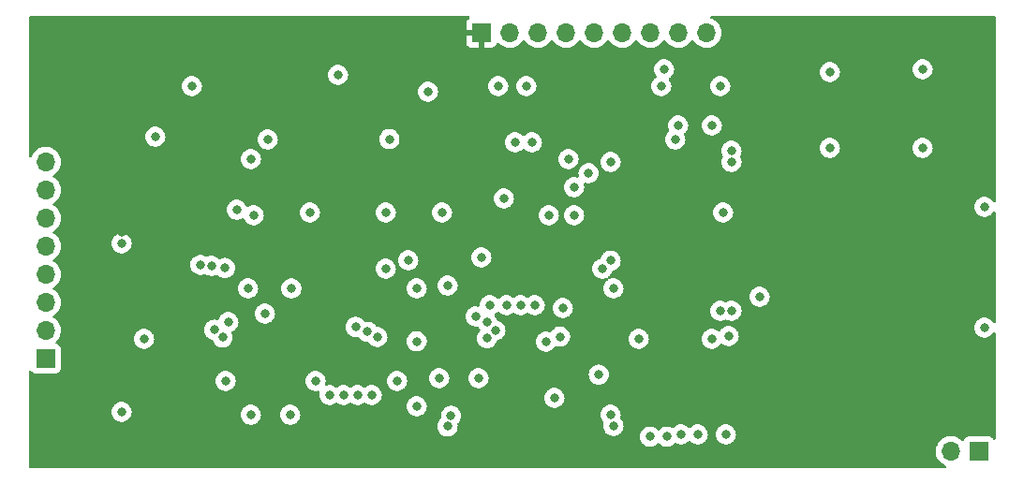
<source format=gbr>
%TF.GenerationSoftware,KiCad,Pcbnew,(6.0.0-0)*%
%TF.CreationDate,2022-03-19T19:46:59-04:00*%
%TF.ProjectId,interrupts,696e7465-7272-4757-9074-732e6b696361,rev?*%
%TF.SameCoordinates,Original*%
%TF.FileFunction,Copper,L3,Inr*%
%TF.FilePolarity,Positive*%
%FSLAX46Y46*%
G04 Gerber Fmt 4.6, Leading zero omitted, Abs format (unit mm)*
G04 Created by KiCad (PCBNEW (6.0.0-0)) date 2022-03-19 19:46:59*
%MOMM*%
%LPD*%
G01*
G04 APERTURE LIST*
%TA.AperFunction,ComponentPad*%
%ADD10R,1.700000X1.700000*%
%TD*%
%TA.AperFunction,ComponentPad*%
%ADD11O,1.700000X1.700000*%
%TD*%
%TA.AperFunction,ViaPad*%
%ADD12C,0.800000*%
%TD*%
G04 APERTURE END LIST*
D10*
%TO.N,unconnected-(J3-Pad1)*%
%TO.C,J3*%
X183134000Y-125984000D03*
D11*
%TO.N,unconnected-(J3-Pad2)*%
X180594000Y-125984000D03*
%TD*%
D10*
%TO.N,BUS0*%
%TO.C,J1*%
X98806000Y-117602000D03*
D11*
%TO.N,BUS1*%
X98806000Y-115062000D03*
%TO.N,BUS2*%
X98806000Y-112522000D03*
%TO.N,BUS3*%
X98806000Y-109982000D03*
%TO.N,BUS4*%
X98806000Y-107442000D03*
%TO.N,BUS5*%
X98806000Y-104902000D03*
%TO.N,BUS6*%
X98806000Y-102362000D03*
%TO.N,BUS7*%
X98806000Y-99822000D03*
%TD*%
D10*
%TO.N,VCC*%
%TO.C,J2*%
X138176000Y-88138000D03*
D11*
%TO.N,GND*%
X140716000Y-88138000D03*
%TO.N,CPU_CLOCK*%
X143256000Y-88138000D03*
%TO.N,~{SET_RELOAD_VALUE0}*%
X145796000Y-88138000D03*
%TO.N,~{SET_RELOAD_VALUE1}*%
X148336000Y-88138000D03*
%TO.N,~{TIMER_INT_REQ_0}*%
X150876000Y-88138000D03*
%TO.N,~{TIMER_INT_REQ_1}*%
X153416000Y-88138000D03*
%TO.N,~{CLR_TIMER_INT_REQ_0}*%
X155956000Y-88138000D03*
%TO.N,~{CLR_TIMER_INT_REQ_1}*%
X158496000Y-88138000D03*
%TD*%
D12*
%TO.N,Net-(U1-Pad1)*%
X138176000Y-108458000D03*
X140208000Y-103124000D03*
%TO.N,GND*%
X132334000Y-121920000D03*
%TO.N,/Reload Value Register/RELOAD3*%
X113792000Y-109220000D03*
X143002000Y-112776000D03*
%TO.N,/Reload Value Register/RELOAD2*%
X115316000Y-114300000D03*
X141732000Y-112776000D03*
%TO.N,/Reload Value Register/RELOAD1*%
X114046000Y-114999500D03*
X140462000Y-112776000D03*
%TO.N,/Reload Value Register/RELOAD0*%
X138938000Y-112776000D03*
X114790929Y-115699000D03*
%TO.N,/Reload Value Register/RELOAD4*%
X126814151Y-114739849D03*
X137668000Y-113792000D03*
%TO.N,/Reload Value Register/RELOAD5*%
X127886361Y-115177763D03*
X138684000Y-114300000D03*
%TO.N,/Reload Value Register/RELOAD6*%
X139446000Y-115062000D03*
X128778000Y-115653011D03*
%TO.N,/Reload Value Register/RELOAD7*%
X132334000Y-116052522D03*
X138684000Y-115761500D03*
%TO.N,Net-(U1-Pad4)*%
X159004000Y-115824000D03*
X137922000Y-119380000D03*
%TO.N,Net-(U1-Pad6)*%
X148785174Y-119063500D03*
X160528000Y-115570000D03*
%TO.N,GND*%
X132334000Y-111252000D03*
X135128000Y-110998000D03*
X144272000Y-104648000D03*
X150114000Y-111252000D03*
X159766000Y-113284000D03*
X145542000Y-113030000D03*
%TO.N,VCC*%
X135128000Y-106172000D03*
X149860000Y-106172000D03*
X149860000Y-117602000D03*
X134874000Y-116840000D03*
X117602000Y-106680000D03*
%TO.N,~{SET_RELOAD_VALUE1}*%
X131572000Y-108712000D03*
%TO.N,~{SET_RELOAD_VALUE0}*%
X125222000Y-91948000D03*
%TO.N,~{TIMER_INT_REQ_0}*%
X160782000Y-98806000D03*
X178054000Y-98552000D03*
%TO.N,Net-(U1-Pad3)*%
X149860000Y-99822000D03*
X160020000Y-104394000D03*
%TO.N,VCC*%
X150622000Y-94742000D03*
%TO.N,~{TIMER_INT_REQ_1}*%
X159004000Y-96520000D03*
X155956000Y-96520000D03*
%TO.N,~{!TIMER_INT_REQ_0}*%
X169672000Y-98552000D03*
X155702000Y-97790000D03*
%TO.N,GND*%
X160782000Y-99822000D03*
%TO.N,~{!TIMER_INT_REQ_1}*%
X159766000Y-92964000D03*
X154432000Y-92964000D03*
%TO.N,~{CLR_TIMER_INT_REQ_1}*%
X154686000Y-91440000D03*
%TO.N,/T0_0*%
X160782000Y-113284000D03*
X149097998Y-109474000D03*
%TO.N,/T0_1*%
X149860000Y-108747948D03*
X163322000Y-112014000D03*
%TO.N,GND*%
X183642000Y-114808000D03*
X183642000Y-103886000D03*
X178054000Y-91440000D03*
X169672000Y-91694000D03*
%TO.N,Net-(U1-Pad3)*%
X146558000Y-102108000D03*
X146558000Y-104648000D03*
%TO.N,Net-(U1-Pad6)*%
X147865500Y-100838000D03*
X145288000Y-115627534D03*
%TO.N,Net-(U1-Pad5)*%
X152400000Y-115824000D03*
X142748000Y-98044000D03*
%TO.N,Net-(U1-Pad4)*%
X141224000Y-98044000D03*
X134620000Y-104394000D03*
%TO.N,~{SCLK131072}*%
X134366000Y-119380000D03*
%TO.N,~{SET_RELOAD_VALUE0}*%
X116078000Y-104140000D03*
X129540000Y-104394000D03*
%TO.N,/Reload Value Register1/RELOAD7*%
X157734000Y-124460000D03*
X128270000Y-120904000D03*
%TO.N,/Reload Value Register1/RELOAD6*%
X156210000Y-124460000D03*
X127000000Y-120904000D03*
%TO.N,/Reload Value Register1/RELOAD5*%
X125730000Y-120904000D03*
X154940000Y-124672967D03*
%TO.N,/Reload Value Register1/RELOAD4*%
X153416000Y-124672967D03*
X124460000Y-120904000D03*
%TO.N,~{SCLK131072}*%
X135123701Y-123735500D03*
X150109701Y-123693701D03*
%TO.N,GND*%
X160274000Y-124460000D03*
X144018000Y-116078000D03*
X149860000Y-122682000D03*
X144780000Y-121158000D03*
X135430978Y-122784402D03*
%TO.N,~{SET_RELOAD_VALUE1}*%
X130556000Y-119634000D03*
X115062000Y-119634000D03*
%TO.N,GND*%
X123190000Y-119634000D03*
X120904000Y-122682000D03*
X117348000Y-122682000D03*
X105664000Y-122428000D03*
X107696000Y-115824000D03*
%TO.N,VCC*%
X105918000Y-116840000D03*
X117602000Y-116840000D03*
%TO.N,GND*%
X118618000Y-113538000D03*
X121003522Y-111252000D03*
X117602000Y-104648000D03*
X122682000Y-104394000D03*
X117094000Y-111252000D03*
X112796615Y-109129375D03*
X105664000Y-107188000D03*
%TO.N,VCC*%
X105664000Y-106172000D03*
%TO.N,CPU_CLOCK*%
X129540000Y-109474000D03*
X114994211Y-109411930D03*
X108712000Y-97536000D03*
%TO.N,GND*%
X146050000Y-99568000D03*
X139700000Y-92964000D03*
X142240000Y-92964000D03*
%TO.N,VCC*%
X133350000Y-95504000D03*
%TO.N,GND*%
X133350000Y-93472000D03*
X129874333Y-97752500D03*
X118872000Y-97790000D03*
%TO.N,VCC*%
X117856000Y-93472000D03*
%TO.N,GND*%
X117348000Y-99568000D03*
X112014000Y-92964000D03*
%TO.N,VCC*%
X105664000Y-94742000D03*
%TD*%
%TA.AperFunction,Conductor*%
%TO.N,VCC*%
G36*
X137068094Y-86634002D02*
G01*
X137114587Y-86687658D01*
X137124691Y-86757932D01*
X137095197Y-86822512D01*
X137075538Y-86840826D01*
X136970276Y-86919715D01*
X136957715Y-86932276D01*
X136881214Y-87034351D01*
X136872676Y-87049946D01*
X136827522Y-87170394D01*
X136823895Y-87185649D01*
X136818369Y-87236514D01*
X136818000Y-87243328D01*
X136818000Y-87865885D01*
X136822475Y-87881124D01*
X136823865Y-87882329D01*
X136831548Y-87884000D01*
X138304000Y-87884000D01*
X138372121Y-87904002D01*
X138418614Y-87957658D01*
X138430000Y-88010000D01*
X138430000Y-89477884D01*
X138434475Y-89493123D01*
X138435865Y-89494328D01*
X138443548Y-89495999D01*
X139070669Y-89495999D01*
X139077490Y-89495629D01*
X139128352Y-89490105D01*
X139143604Y-89486479D01*
X139264054Y-89441324D01*
X139279649Y-89432786D01*
X139381724Y-89356285D01*
X139394285Y-89343724D01*
X139470786Y-89241649D01*
X139479324Y-89226054D01*
X139520225Y-89116952D01*
X139562867Y-89060188D01*
X139629428Y-89035488D01*
X139698777Y-89050696D01*
X139733444Y-89078684D01*
X139758865Y-89108031D01*
X139758869Y-89108035D01*
X139762250Y-89111938D01*
X139934126Y-89254632D01*
X140127000Y-89367338D01*
X140335692Y-89447030D01*
X140340760Y-89448061D01*
X140340763Y-89448062D01*
X140448017Y-89469883D01*
X140554597Y-89491567D01*
X140559772Y-89491757D01*
X140559774Y-89491757D01*
X140772673Y-89499564D01*
X140772677Y-89499564D01*
X140777837Y-89499753D01*
X140782957Y-89499097D01*
X140782959Y-89499097D01*
X140994288Y-89472025D01*
X140994289Y-89472025D01*
X140999416Y-89471368D01*
X141004366Y-89469883D01*
X141208429Y-89408661D01*
X141208434Y-89408659D01*
X141213384Y-89407174D01*
X141413994Y-89308896D01*
X141595860Y-89179173D01*
X141754096Y-89021489D01*
X141884453Y-88840077D01*
X141885776Y-88841028D01*
X141932645Y-88797857D01*
X142002580Y-88785625D01*
X142068026Y-88813144D01*
X142095875Y-88844994D01*
X142155987Y-88943088D01*
X142302250Y-89111938D01*
X142474126Y-89254632D01*
X142667000Y-89367338D01*
X142875692Y-89447030D01*
X142880760Y-89448061D01*
X142880763Y-89448062D01*
X142988017Y-89469883D01*
X143094597Y-89491567D01*
X143099772Y-89491757D01*
X143099774Y-89491757D01*
X143312673Y-89499564D01*
X143312677Y-89499564D01*
X143317837Y-89499753D01*
X143322957Y-89499097D01*
X143322959Y-89499097D01*
X143534288Y-89472025D01*
X143534289Y-89472025D01*
X143539416Y-89471368D01*
X143544366Y-89469883D01*
X143748429Y-89408661D01*
X143748434Y-89408659D01*
X143753384Y-89407174D01*
X143953994Y-89308896D01*
X144135860Y-89179173D01*
X144294096Y-89021489D01*
X144424453Y-88840077D01*
X144425776Y-88841028D01*
X144472645Y-88797857D01*
X144542580Y-88785625D01*
X144608026Y-88813144D01*
X144635875Y-88844994D01*
X144695987Y-88943088D01*
X144842250Y-89111938D01*
X145014126Y-89254632D01*
X145207000Y-89367338D01*
X145415692Y-89447030D01*
X145420760Y-89448061D01*
X145420763Y-89448062D01*
X145528017Y-89469883D01*
X145634597Y-89491567D01*
X145639772Y-89491757D01*
X145639774Y-89491757D01*
X145852673Y-89499564D01*
X145852677Y-89499564D01*
X145857837Y-89499753D01*
X145862957Y-89499097D01*
X145862959Y-89499097D01*
X146074288Y-89472025D01*
X146074289Y-89472025D01*
X146079416Y-89471368D01*
X146084366Y-89469883D01*
X146288429Y-89408661D01*
X146288434Y-89408659D01*
X146293384Y-89407174D01*
X146493994Y-89308896D01*
X146675860Y-89179173D01*
X146834096Y-89021489D01*
X146964453Y-88840077D01*
X146965776Y-88841028D01*
X147012645Y-88797857D01*
X147082580Y-88785625D01*
X147148026Y-88813144D01*
X147175875Y-88844994D01*
X147235987Y-88943088D01*
X147382250Y-89111938D01*
X147554126Y-89254632D01*
X147747000Y-89367338D01*
X147955692Y-89447030D01*
X147960760Y-89448061D01*
X147960763Y-89448062D01*
X148068017Y-89469883D01*
X148174597Y-89491567D01*
X148179772Y-89491757D01*
X148179774Y-89491757D01*
X148392673Y-89499564D01*
X148392677Y-89499564D01*
X148397837Y-89499753D01*
X148402957Y-89499097D01*
X148402959Y-89499097D01*
X148614288Y-89472025D01*
X148614289Y-89472025D01*
X148619416Y-89471368D01*
X148624366Y-89469883D01*
X148828429Y-89408661D01*
X148828434Y-89408659D01*
X148833384Y-89407174D01*
X149033994Y-89308896D01*
X149215860Y-89179173D01*
X149374096Y-89021489D01*
X149504453Y-88840077D01*
X149505776Y-88841028D01*
X149552645Y-88797857D01*
X149622580Y-88785625D01*
X149688026Y-88813144D01*
X149715875Y-88844994D01*
X149775987Y-88943088D01*
X149922250Y-89111938D01*
X150094126Y-89254632D01*
X150287000Y-89367338D01*
X150495692Y-89447030D01*
X150500760Y-89448061D01*
X150500763Y-89448062D01*
X150608017Y-89469883D01*
X150714597Y-89491567D01*
X150719772Y-89491757D01*
X150719774Y-89491757D01*
X150932673Y-89499564D01*
X150932677Y-89499564D01*
X150937837Y-89499753D01*
X150942957Y-89499097D01*
X150942959Y-89499097D01*
X151154288Y-89472025D01*
X151154289Y-89472025D01*
X151159416Y-89471368D01*
X151164366Y-89469883D01*
X151368429Y-89408661D01*
X151368434Y-89408659D01*
X151373384Y-89407174D01*
X151573994Y-89308896D01*
X151755860Y-89179173D01*
X151914096Y-89021489D01*
X152044453Y-88840077D01*
X152045776Y-88841028D01*
X152092645Y-88797857D01*
X152162580Y-88785625D01*
X152228026Y-88813144D01*
X152255875Y-88844994D01*
X152315987Y-88943088D01*
X152462250Y-89111938D01*
X152634126Y-89254632D01*
X152827000Y-89367338D01*
X153035692Y-89447030D01*
X153040760Y-89448061D01*
X153040763Y-89448062D01*
X153148017Y-89469883D01*
X153254597Y-89491567D01*
X153259772Y-89491757D01*
X153259774Y-89491757D01*
X153472673Y-89499564D01*
X153472677Y-89499564D01*
X153477837Y-89499753D01*
X153482957Y-89499097D01*
X153482959Y-89499097D01*
X153694288Y-89472025D01*
X153694289Y-89472025D01*
X153699416Y-89471368D01*
X153704366Y-89469883D01*
X153908429Y-89408661D01*
X153908434Y-89408659D01*
X153913384Y-89407174D01*
X154113994Y-89308896D01*
X154295860Y-89179173D01*
X154454096Y-89021489D01*
X154584453Y-88840077D01*
X154585776Y-88841028D01*
X154632645Y-88797857D01*
X154702580Y-88785625D01*
X154768026Y-88813144D01*
X154795875Y-88844994D01*
X154855987Y-88943088D01*
X155002250Y-89111938D01*
X155174126Y-89254632D01*
X155367000Y-89367338D01*
X155575692Y-89447030D01*
X155580760Y-89448061D01*
X155580763Y-89448062D01*
X155688017Y-89469883D01*
X155794597Y-89491567D01*
X155799772Y-89491757D01*
X155799774Y-89491757D01*
X156012673Y-89499564D01*
X156012677Y-89499564D01*
X156017837Y-89499753D01*
X156022957Y-89499097D01*
X156022959Y-89499097D01*
X156234288Y-89472025D01*
X156234289Y-89472025D01*
X156239416Y-89471368D01*
X156244366Y-89469883D01*
X156448429Y-89408661D01*
X156448434Y-89408659D01*
X156453384Y-89407174D01*
X156653994Y-89308896D01*
X156835860Y-89179173D01*
X156994096Y-89021489D01*
X157124453Y-88840077D01*
X157125776Y-88841028D01*
X157172645Y-88797857D01*
X157242580Y-88785625D01*
X157308026Y-88813144D01*
X157335875Y-88844994D01*
X157395987Y-88943088D01*
X157542250Y-89111938D01*
X157714126Y-89254632D01*
X157907000Y-89367338D01*
X158115692Y-89447030D01*
X158120760Y-89448061D01*
X158120763Y-89448062D01*
X158228017Y-89469883D01*
X158334597Y-89491567D01*
X158339772Y-89491757D01*
X158339774Y-89491757D01*
X158552673Y-89499564D01*
X158552677Y-89499564D01*
X158557837Y-89499753D01*
X158562957Y-89499097D01*
X158562959Y-89499097D01*
X158774288Y-89472025D01*
X158774289Y-89472025D01*
X158779416Y-89471368D01*
X158784366Y-89469883D01*
X158988429Y-89408661D01*
X158988434Y-89408659D01*
X158993384Y-89407174D01*
X159193994Y-89308896D01*
X159375860Y-89179173D01*
X159534096Y-89021489D01*
X159664453Y-88840077D01*
X159685320Y-88797857D01*
X159761136Y-88644453D01*
X159761137Y-88644451D01*
X159763430Y-88639811D01*
X159828370Y-88426069D01*
X159857529Y-88204590D01*
X159859156Y-88138000D01*
X159840852Y-87915361D01*
X159786431Y-87698702D01*
X159697354Y-87493840D01*
X159576014Y-87306277D01*
X159425670Y-87141051D01*
X159421619Y-87137852D01*
X159421615Y-87137848D01*
X159254414Y-87005800D01*
X159254410Y-87005798D01*
X159250359Y-87002598D01*
X159054789Y-86894638D01*
X159049920Y-86892914D01*
X159049916Y-86892912D01*
X158953509Y-86858773D01*
X158895973Y-86817179D01*
X158870057Y-86751081D01*
X158883991Y-86681465D01*
X158933350Y-86630434D01*
X158995569Y-86614000D01*
X184532000Y-86614000D01*
X184600121Y-86634002D01*
X184646614Y-86687658D01*
X184658000Y-86740000D01*
X184658000Y-103358527D01*
X184637998Y-103426648D01*
X184584342Y-103473141D01*
X184514068Y-103483245D01*
X184449488Y-103453751D01*
X184422881Y-103421527D01*
X184414015Y-103406171D01*
X184381040Y-103349056D01*
X184355064Y-103320206D01*
X184257675Y-103212045D01*
X184257674Y-103212044D01*
X184253253Y-103207134D01*
X184138829Y-103124000D01*
X184104094Y-103098763D01*
X184104093Y-103098762D01*
X184098752Y-103094882D01*
X184092724Y-103092198D01*
X184092722Y-103092197D01*
X183930319Y-103019891D01*
X183930318Y-103019891D01*
X183924288Y-103017206D01*
X183830887Y-102997353D01*
X183743944Y-102978872D01*
X183743939Y-102978872D01*
X183737487Y-102977500D01*
X183546513Y-102977500D01*
X183540061Y-102978872D01*
X183540056Y-102978872D01*
X183453113Y-102997353D01*
X183359712Y-103017206D01*
X183353682Y-103019891D01*
X183353681Y-103019891D01*
X183191278Y-103092197D01*
X183191276Y-103092198D01*
X183185248Y-103094882D01*
X183179907Y-103098762D01*
X183179906Y-103098763D01*
X183145171Y-103124000D01*
X183030747Y-103207134D01*
X183026326Y-103212044D01*
X183026325Y-103212045D01*
X182928937Y-103320206D01*
X182902960Y-103349056D01*
X182807473Y-103514444D01*
X182748458Y-103696072D01*
X182747768Y-103702633D01*
X182747768Y-103702635D01*
X182736290Y-103811846D01*
X182728496Y-103886000D01*
X182729186Y-103892565D01*
X182747463Y-104066457D01*
X182748458Y-104075928D01*
X182807473Y-104257556D01*
X182902960Y-104422944D01*
X182907378Y-104427851D01*
X182907379Y-104427852D01*
X183026325Y-104559955D01*
X183030747Y-104564866D01*
X183129843Y-104636864D01*
X183154207Y-104654565D01*
X183185248Y-104677118D01*
X183191276Y-104679802D01*
X183191278Y-104679803D01*
X183353681Y-104752109D01*
X183359712Y-104754794D01*
X183453112Y-104774647D01*
X183540056Y-104793128D01*
X183540061Y-104793128D01*
X183546513Y-104794500D01*
X183737487Y-104794500D01*
X183743939Y-104793128D01*
X183743944Y-104793128D01*
X183830888Y-104774647D01*
X183924288Y-104754794D01*
X183930319Y-104752109D01*
X184092722Y-104679803D01*
X184092724Y-104679802D01*
X184098752Y-104677118D01*
X184129794Y-104654565D01*
X184154157Y-104636864D01*
X184253253Y-104564866D01*
X184257675Y-104559955D01*
X184376621Y-104427852D01*
X184376622Y-104427851D01*
X184381040Y-104422944D01*
X184422882Y-104350472D01*
X184474263Y-104301480D01*
X184543977Y-104288044D01*
X184609888Y-104314430D01*
X184651070Y-104372262D01*
X184658000Y-104413473D01*
X184658000Y-114280527D01*
X184637998Y-114348648D01*
X184584342Y-114395141D01*
X184514068Y-114405245D01*
X184449488Y-114375751D01*
X184422881Y-114343527D01*
X184414562Y-114329118D01*
X184381040Y-114271056D01*
X184344323Y-114230277D01*
X184257675Y-114134045D01*
X184257674Y-114134044D01*
X184253253Y-114129134D01*
X184098752Y-114016882D01*
X184092724Y-114014198D01*
X184092722Y-114014197D01*
X183930319Y-113941891D01*
X183930318Y-113941891D01*
X183924288Y-113939206D01*
X183811721Y-113915279D01*
X183743944Y-113900872D01*
X183743939Y-113900872D01*
X183737487Y-113899500D01*
X183546513Y-113899500D01*
X183540061Y-113900872D01*
X183540056Y-113900872D01*
X183472279Y-113915279D01*
X183359712Y-113939206D01*
X183353682Y-113941891D01*
X183353681Y-113941891D01*
X183191278Y-114014197D01*
X183191276Y-114014198D01*
X183185248Y-114016882D01*
X183030747Y-114129134D01*
X183026326Y-114134044D01*
X183026325Y-114134045D01*
X182939678Y-114230277D01*
X182902960Y-114271056D01*
X182881863Y-114307597D01*
X182815472Y-114422590D01*
X182807473Y-114436444D01*
X182748458Y-114618072D01*
X182747768Y-114624633D01*
X182747768Y-114624635D01*
X182733391Y-114761425D01*
X182728496Y-114808000D01*
X182729186Y-114814565D01*
X182746863Y-114982749D01*
X182748458Y-114997928D01*
X182807473Y-115179556D01*
X182810776Y-115185278D01*
X182810777Y-115185279D01*
X182815074Y-115192721D01*
X182902960Y-115344944D01*
X182907378Y-115349851D01*
X182907379Y-115349852D01*
X182999753Y-115452444D01*
X183030747Y-115486866D01*
X183078136Y-115521296D01*
X183154207Y-115576565D01*
X183185248Y-115599118D01*
X183191276Y-115601802D01*
X183191278Y-115601803D01*
X183348560Y-115671829D01*
X183359712Y-115676794D01*
X183421291Y-115689883D01*
X183540056Y-115715128D01*
X183540061Y-115715128D01*
X183546513Y-115716500D01*
X183737487Y-115716500D01*
X183743939Y-115715128D01*
X183743944Y-115715128D01*
X183862709Y-115689883D01*
X183924288Y-115676794D01*
X183935440Y-115671829D01*
X184092722Y-115601803D01*
X184092724Y-115601802D01*
X184098752Y-115599118D01*
X184129794Y-115576565D01*
X184205864Y-115521296D01*
X184253253Y-115486866D01*
X184284247Y-115452444D01*
X184376621Y-115349852D01*
X184376622Y-115349851D01*
X184381040Y-115344944D01*
X184422882Y-115272472D01*
X184474263Y-115223480D01*
X184543977Y-115210044D01*
X184609888Y-115236430D01*
X184651070Y-115294262D01*
X184658000Y-115335473D01*
X184658000Y-124807139D01*
X184637998Y-124875260D01*
X184584342Y-124921753D01*
X184514068Y-124931857D01*
X184449488Y-124902363D01*
X184431174Y-124882704D01*
X184388131Y-124825271D01*
X184347261Y-124770739D01*
X184230705Y-124683385D01*
X184094316Y-124632255D01*
X184032134Y-124625500D01*
X182235866Y-124625500D01*
X182173684Y-124632255D01*
X182037295Y-124683385D01*
X181920739Y-124770739D01*
X181833385Y-124887295D01*
X181830233Y-124895703D01*
X181788919Y-125005907D01*
X181746277Y-125062671D01*
X181679716Y-125087371D01*
X181610367Y-125072163D01*
X181577743Y-125046476D01*
X181527151Y-124990875D01*
X181527142Y-124990866D01*
X181523670Y-124987051D01*
X181519619Y-124983852D01*
X181519615Y-124983848D01*
X181352414Y-124851800D01*
X181352410Y-124851798D01*
X181348359Y-124848598D01*
X181152789Y-124740638D01*
X181147920Y-124738914D01*
X181147916Y-124738912D01*
X180947087Y-124667795D01*
X180947083Y-124667794D01*
X180942212Y-124666069D01*
X180937119Y-124665162D01*
X180937116Y-124665161D01*
X180727373Y-124627800D01*
X180727367Y-124627799D01*
X180722284Y-124626894D01*
X180648452Y-124625992D01*
X180504081Y-124624228D01*
X180504079Y-124624228D01*
X180498911Y-124624165D01*
X180278091Y-124657955D01*
X180065756Y-124727357D01*
X179867607Y-124830507D01*
X179863474Y-124833610D01*
X179863471Y-124833612D01*
X179732621Y-124931857D01*
X179688965Y-124964635D01*
X179663554Y-124991226D01*
X179595280Y-125062671D01*
X179534629Y-125126138D01*
X179531715Y-125130410D01*
X179531714Y-125130411D01*
X179523298Y-125142749D01*
X179408743Y-125310680D01*
X179387838Y-125355716D01*
X179339337Y-125460204D01*
X179314688Y-125513305D01*
X179254989Y-125728570D01*
X179231251Y-125950695D01*
X179244110Y-126173715D01*
X179245247Y-126178761D01*
X179245248Y-126178767D01*
X179269304Y-126285508D01*
X179293222Y-126391639D01*
X179377266Y-126598616D01*
X179493987Y-126789088D01*
X179640250Y-126957938D01*
X179812126Y-127100632D01*
X180005000Y-127213338D01*
X180130637Y-127261314D01*
X180138430Y-127264290D01*
X180194933Y-127307278D01*
X180219226Y-127373989D01*
X180203596Y-127443243D01*
X180153005Y-127493054D01*
X180093481Y-127508000D01*
X97408000Y-127508000D01*
X97339879Y-127487998D01*
X97293386Y-127434342D01*
X97282000Y-127382000D01*
X97282000Y-124672967D01*
X152502496Y-124672967D01*
X152503186Y-124679532D01*
X152519766Y-124837279D01*
X152522458Y-124862895D01*
X152581473Y-125044523D01*
X152676960Y-125209911D01*
X152681378Y-125214818D01*
X152681379Y-125214819D01*
X152785238Y-125330166D01*
X152804747Y-125351833D01*
X152959248Y-125464085D01*
X152965276Y-125466769D01*
X152965278Y-125466770D01*
X153127681Y-125539076D01*
X153133712Y-125541761D01*
X153227113Y-125561614D01*
X153314056Y-125580095D01*
X153314061Y-125580095D01*
X153320513Y-125581467D01*
X153511487Y-125581467D01*
X153517939Y-125580095D01*
X153517944Y-125580095D01*
X153604887Y-125561614D01*
X153698288Y-125541761D01*
X153704319Y-125539076D01*
X153866722Y-125466770D01*
X153866724Y-125466769D01*
X153872752Y-125464085D01*
X154027253Y-125351833D01*
X154084365Y-125288403D01*
X154144810Y-125251165D01*
X154215794Y-125252517D01*
X154271634Y-125288403D01*
X154328747Y-125351833D01*
X154483248Y-125464085D01*
X154489276Y-125466769D01*
X154489278Y-125466770D01*
X154651681Y-125539076D01*
X154657712Y-125541761D01*
X154751113Y-125561614D01*
X154838056Y-125580095D01*
X154838061Y-125580095D01*
X154844513Y-125581467D01*
X155035487Y-125581467D01*
X155041939Y-125580095D01*
X155041944Y-125580095D01*
X155128887Y-125561614D01*
X155222288Y-125541761D01*
X155228319Y-125539076D01*
X155390722Y-125466770D01*
X155390724Y-125466769D01*
X155396752Y-125464085D01*
X155551253Y-125351833D01*
X155612537Y-125283770D01*
X155672980Y-125246532D01*
X155743964Y-125247884D01*
X155757413Y-125252972D01*
X155927712Y-125328794D01*
X156012997Y-125346922D01*
X156108056Y-125367128D01*
X156108061Y-125367128D01*
X156114513Y-125368500D01*
X156305487Y-125368500D01*
X156311939Y-125367128D01*
X156311944Y-125367128D01*
X156407003Y-125346922D01*
X156492288Y-125328794D01*
X156532973Y-125310680D01*
X156660722Y-125253803D01*
X156660724Y-125253802D01*
X156666752Y-125251118D01*
X156821253Y-125138866D01*
X156878365Y-125075436D01*
X156938810Y-125038198D01*
X157009794Y-125039550D01*
X157065634Y-125075436D01*
X157122747Y-125138866D01*
X157277248Y-125251118D01*
X157283276Y-125253802D01*
X157283278Y-125253803D01*
X157411027Y-125310680D01*
X157451712Y-125328794D01*
X157536997Y-125346922D01*
X157632056Y-125367128D01*
X157632061Y-125367128D01*
X157638513Y-125368500D01*
X157829487Y-125368500D01*
X157835939Y-125367128D01*
X157835944Y-125367128D01*
X157931003Y-125346922D01*
X158016288Y-125328794D01*
X158056973Y-125310680D01*
X158184722Y-125253803D01*
X158184724Y-125253802D01*
X158190752Y-125251118D01*
X158345253Y-125138866D01*
X158391619Y-125087371D01*
X158468621Y-125001852D01*
X158468622Y-125001851D01*
X158473040Y-124996944D01*
X158558688Y-124848598D01*
X158565223Y-124837279D01*
X158565224Y-124837278D01*
X158568527Y-124831556D01*
X158627542Y-124649928D01*
X158629400Y-124632255D01*
X158646814Y-124466565D01*
X158647504Y-124460000D01*
X159360496Y-124460000D01*
X159361186Y-124466565D01*
X159378601Y-124632255D01*
X159380458Y-124649928D01*
X159439473Y-124831556D01*
X159442776Y-124837278D01*
X159442777Y-124837279D01*
X159449312Y-124848598D01*
X159534960Y-124996944D01*
X159539378Y-125001851D01*
X159539379Y-125001852D01*
X159616381Y-125087371D01*
X159662747Y-125138866D01*
X159817248Y-125251118D01*
X159823276Y-125253802D01*
X159823278Y-125253803D01*
X159951027Y-125310680D01*
X159991712Y-125328794D01*
X160076997Y-125346922D01*
X160172056Y-125367128D01*
X160172061Y-125367128D01*
X160178513Y-125368500D01*
X160369487Y-125368500D01*
X160375939Y-125367128D01*
X160375944Y-125367128D01*
X160471003Y-125346922D01*
X160556288Y-125328794D01*
X160596973Y-125310680D01*
X160724722Y-125253803D01*
X160724724Y-125253802D01*
X160730752Y-125251118D01*
X160885253Y-125138866D01*
X160931619Y-125087371D01*
X161008621Y-125001852D01*
X161008622Y-125001851D01*
X161013040Y-124996944D01*
X161098688Y-124848598D01*
X161105223Y-124837279D01*
X161105224Y-124837278D01*
X161108527Y-124831556D01*
X161167542Y-124649928D01*
X161169400Y-124632255D01*
X161186814Y-124466565D01*
X161187504Y-124460000D01*
X161177798Y-124367656D01*
X161168232Y-124276635D01*
X161168232Y-124276633D01*
X161167542Y-124270072D01*
X161108527Y-124088444D01*
X161013040Y-123923056D01*
X160980067Y-123886435D01*
X160889675Y-123786045D01*
X160889671Y-123786041D01*
X160885253Y-123781134D01*
X160764912Y-123693701D01*
X160736094Y-123672763D01*
X160736093Y-123672762D01*
X160730752Y-123668882D01*
X160724724Y-123666198D01*
X160724722Y-123666197D01*
X160562319Y-123593891D01*
X160562318Y-123593891D01*
X160556288Y-123591206D01*
X160462888Y-123571353D01*
X160375944Y-123552872D01*
X160375939Y-123552872D01*
X160369487Y-123551500D01*
X160178513Y-123551500D01*
X160172061Y-123552872D01*
X160172056Y-123552872D01*
X160085112Y-123571353D01*
X159991712Y-123591206D01*
X159985682Y-123593891D01*
X159985681Y-123593891D01*
X159823278Y-123666197D01*
X159823276Y-123666198D01*
X159817248Y-123668882D01*
X159811907Y-123672762D01*
X159811906Y-123672763D01*
X159783088Y-123693701D01*
X159662747Y-123781134D01*
X159658329Y-123786041D01*
X159658325Y-123786045D01*
X159567934Y-123886435D01*
X159534960Y-123923056D01*
X159439473Y-124088444D01*
X159380458Y-124270072D01*
X159379768Y-124276633D01*
X159379768Y-124276635D01*
X159370202Y-124367656D01*
X159360496Y-124460000D01*
X158647504Y-124460000D01*
X158637798Y-124367656D01*
X158628232Y-124276635D01*
X158628232Y-124276633D01*
X158627542Y-124270072D01*
X158568527Y-124088444D01*
X158473040Y-123923056D01*
X158440067Y-123886435D01*
X158349675Y-123786045D01*
X158349671Y-123786041D01*
X158345253Y-123781134D01*
X158224912Y-123693701D01*
X158196094Y-123672763D01*
X158196093Y-123672762D01*
X158190752Y-123668882D01*
X158184724Y-123666198D01*
X158184722Y-123666197D01*
X158022319Y-123593891D01*
X158022318Y-123593891D01*
X158016288Y-123591206D01*
X157922888Y-123571353D01*
X157835944Y-123552872D01*
X157835939Y-123552872D01*
X157829487Y-123551500D01*
X157638513Y-123551500D01*
X157632061Y-123552872D01*
X157632056Y-123552872D01*
X157545112Y-123571353D01*
X157451712Y-123591206D01*
X157445682Y-123593891D01*
X157445681Y-123593891D01*
X157283278Y-123666197D01*
X157283276Y-123666198D01*
X157277248Y-123668882D01*
X157271907Y-123672762D01*
X157271906Y-123672763D01*
X157243088Y-123693701D01*
X157122747Y-123781134D01*
X157065635Y-123844564D01*
X157005190Y-123881802D01*
X156934206Y-123880450D01*
X156878366Y-123844564D01*
X156821253Y-123781134D01*
X156700912Y-123693701D01*
X156672094Y-123672763D01*
X156672093Y-123672762D01*
X156666752Y-123668882D01*
X156660724Y-123666198D01*
X156660722Y-123666197D01*
X156498319Y-123593891D01*
X156498318Y-123593891D01*
X156492288Y-123591206D01*
X156398888Y-123571353D01*
X156311944Y-123552872D01*
X156311939Y-123552872D01*
X156305487Y-123551500D01*
X156114513Y-123551500D01*
X156108061Y-123552872D01*
X156108056Y-123552872D01*
X156021112Y-123571353D01*
X155927712Y-123591206D01*
X155921682Y-123593891D01*
X155921681Y-123593891D01*
X155759278Y-123666197D01*
X155759276Y-123666198D01*
X155753248Y-123668882D01*
X155747907Y-123672762D01*
X155747906Y-123672763D01*
X155719088Y-123693701D01*
X155598747Y-123781134D01*
X155537463Y-123849197D01*
X155477020Y-123886435D01*
X155406036Y-123885083D01*
X155392587Y-123879995D01*
X155222288Y-123804173D01*
X155113899Y-123781134D01*
X155041944Y-123765839D01*
X155041939Y-123765839D01*
X155035487Y-123764467D01*
X154844513Y-123764467D01*
X154838061Y-123765839D01*
X154838056Y-123765839D01*
X154766101Y-123781134D01*
X154657712Y-123804173D01*
X154651682Y-123806858D01*
X154651681Y-123806858D01*
X154489278Y-123879164D01*
X154489276Y-123879165D01*
X154483248Y-123881849D01*
X154328747Y-123994101D01*
X154271635Y-124057531D01*
X154211190Y-124094769D01*
X154140206Y-124093417D01*
X154084366Y-124057531D01*
X154027253Y-123994101D01*
X153872752Y-123881849D01*
X153866724Y-123879165D01*
X153866722Y-123879164D01*
X153704319Y-123806858D01*
X153704318Y-123806858D01*
X153698288Y-123804173D01*
X153589899Y-123781134D01*
X153517944Y-123765839D01*
X153517939Y-123765839D01*
X153511487Y-123764467D01*
X153320513Y-123764467D01*
X153314061Y-123765839D01*
X153314056Y-123765839D01*
X153242101Y-123781134D01*
X153133712Y-123804173D01*
X153127682Y-123806858D01*
X153127681Y-123806858D01*
X152965278Y-123879164D01*
X152965276Y-123879165D01*
X152959248Y-123881849D01*
X152804747Y-123994101D01*
X152800329Y-123999008D01*
X152800325Y-123999012D01*
X152715323Y-124093417D01*
X152676960Y-124136023D01*
X152581473Y-124301411D01*
X152522458Y-124483039D01*
X152521768Y-124489600D01*
X152521768Y-124489602D01*
X152504917Y-124649928D01*
X152502496Y-124672967D01*
X97282000Y-124672967D01*
X97282000Y-123735500D01*
X134210197Y-123735500D01*
X134210887Y-123742065D01*
X134226426Y-123889907D01*
X134230159Y-123925428D01*
X134289174Y-124107056D01*
X134384661Y-124272444D01*
X134512448Y-124414366D01*
X134666949Y-124526618D01*
X134672977Y-124529302D01*
X134672979Y-124529303D01*
X134747530Y-124562495D01*
X134841413Y-124604294D01*
X134934813Y-124624147D01*
X135021757Y-124642628D01*
X135021762Y-124642628D01*
X135028214Y-124644000D01*
X135219188Y-124644000D01*
X135225640Y-124642628D01*
X135225645Y-124642628D01*
X135312589Y-124624147D01*
X135405989Y-124604294D01*
X135499872Y-124562495D01*
X135574423Y-124529303D01*
X135574425Y-124529302D01*
X135580453Y-124526618D01*
X135734954Y-124414366D01*
X135862741Y-124272444D01*
X135958228Y-124107056D01*
X136017243Y-123925428D01*
X136020977Y-123889907D01*
X136036515Y-123742065D01*
X136037205Y-123735500D01*
X136017972Y-123552511D01*
X136030744Y-123482674D01*
X136049641Y-123455038D01*
X136170018Y-123321346D01*
X136243742Y-123193653D01*
X136262201Y-123161681D01*
X136262202Y-123161680D01*
X136265505Y-123155958D01*
X136324520Y-122974330D01*
X136325507Y-122964944D01*
X136343792Y-122790967D01*
X136343792Y-122790966D01*
X136344482Y-122784402D01*
X136333719Y-122682000D01*
X148946496Y-122682000D01*
X148947186Y-122688565D01*
X148961894Y-122828500D01*
X148966458Y-122871928D01*
X149025473Y-123053556D01*
X149120960Y-123218944D01*
X149208730Y-123316422D01*
X149210244Y-123318104D01*
X149240962Y-123382111D01*
X149236441Y-123441349D01*
X149218199Y-123497492D01*
X149218197Y-123497499D01*
X149216159Y-123503773D01*
X149215469Y-123510334D01*
X149215469Y-123510336D01*
X149206687Y-123593891D01*
X149196197Y-123693701D01*
X149216159Y-123883629D01*
X149275174Y-124065257D01*
X149370661Y-124230645D01*
X149375079Y-124235552D01*
X149375080Y-124235553D01*
X149412716Y-124277352D01*
X149498448Y-124372567D01*
X149549220Y-124409455D01*
X149627825Y-124466565D01*
X149652949Y-124484819D01*
X149658977Y-124487503D01*
X149658979Y-124487504D01*
X149752862Y-124529303D01*
X149827413Y-124562495D01*
X149920814Y-124582348D01*
X150007757Y-124600829D01*
X150007762Y-124600829D01*
X150014214Y-124602201D01*
X150205188Y-124602201D01*
X150211640Y-124600829D01*
X150211645Y-124600829D01*
X150298588Y-124582348D01*
X150391989Y-124562495D01*
X150466540Y-124529303D01*
X150560423Y-124487504D01*
X150560425Y-124487503D01*
X150566453Y-124484819D01*
X150591578Y-124466565D01*
X150670182Y-124409455D01*
X150720954Y-124372567D01*
X150806686Y-124277352D01*
X150844322Y-124235553D01*
X150844323Y-124235552D01*
X150848741Y-124230645D01*
X150944228Y-124065257D01*
X151003243Y-123883629D01*
X151023205Y-123693701D01*
X151012715Y-123593891D01*
X151003933Y-123510336D01*
X151003933Y-123510334D01*
X151003243Y-123503773D01*
X150944228Y-123322145D01*
X150940466Y-123315628D01*
X150884645Y-123218944D01*
X150848741Y-123156757D01*
X150759457Y-123057597D01*
X150728739Y-122993590D01*
X150733260Y-122934352D01*
X150751502Y-122878209D01*
X150751504Y-122878202D01*
X150753542Y-122871928D01*
X150758107Y-122828500D01*
X150772814Y-122688565D01*
X150773504Y-122682000D01*
X150766080Y-122611365D01*
X150754232Y-122498635D01*
X150754232Y-122498633D01*
X150753542Y-122492072D01*
X150694527Y-122310444D01*
X150599040Y-122145056D01*
X150573064Y-122116206D01*
X150475675Y-122008045D01*
X150475674Y-122008044D01*
X150471253Y-122003134D01*
X150348896Y-121914236D01*
X150322094Y-121894763D01*
X150322093Y-121894762D01*
X150316752Y-121890882D01*
X150310724Y-121888198D01*
X150310722Y-121888197D01*
X150148319Y-121815891D01*
X150148318Y-121815891D01*
X150142288Y-121813206D01*
X150048888Y-121793353D01*
X149961944Y-121774872D01*
X149961939Y-121774872D01*
X149955487Y-121773500D01*
X149764513Y-121773500D01*
X149758061Y-121774872D01*
X149758056Y-121774872D01*
X149671112Y-121793353D01*
X149577712Y-121813206D01*
X149571682Y-121815891D01*
X149571681Y-121815891D01*
X149409278Y-121888197D01*
X149409276Y-121888198D01*
X149403248Y-121890882D01*
X149397907Y-121894762D01*
X149397906Y-121894763D01*
X149371104Y-121914236D01*
X149248747Y-122003134D01*
X149244326Y-122008044D01*
X149244325Y-122008045D01*
X149146937Y-122116206D01*
X149120960Y-122145056D01*
X149025473Y-122310444D01*
X148966458Y-122492072D01*
X148965768Y-122498633D01*
X148965768Y-122498635D01*
X148953920Y-122611365D01*
X148946496Y-122682000D01*
X136333719Y-122682000D01*
X136324520Y-122594474D01*
X136265505Y-122412846D01*
X136170018Y-122247458D01*
X136082964Y-122150774D01*
X136046653Y-122110447D01*
X136046652Y-122110446D01*
X136042231Y-122105536D01*
X135908047Y-122008045D01*
X135893072Y-121997165D01*
X135893071Y-121997164D01*
X135887730Y-121993284D01*
X135881702Y-121990600D01*
X135881700Y-121990599D01*
X135719297Y-121918293D01*
X135719296Y-121918293D01*
X135713266Y-121915608D01*
X135597759Y-121891056D01*
X135532922Y-121877274D01*
X135532917Y-121877274D01*
X135526465Y-121875902D01*
X135335491Y-121875902D01*
X135329039Y-121877274D01*
X135329034Y-121877274D01*
X135264197Y-121891056D01*
X135148690Y-121915608D01*
X135142660Y-121918293D01*
X135142659Y-121918293D01*
X134980256Y-121990599D01*
X134980254Y-121990600D01*
X134974226Y-121993284D01*
X134968885Y-121997164D01*
X134968884Y-121997165D01*
X134953909Y-122008045D01*
X134819725Y-122105536D01*
X134815304Y-122110446D01*
X134815303Y-122110447D01*
X134778993Y-122150774D01*
X134691938Y-122247458D01*
X134596451Y-122412846D01*
X134537436Y-122594474D01*
X134517474Y-122784402D01*
X134536707Y-122967391D01*
X134523935Y-123037228D01*
X134505038Y-123064864D01*
X134384661Y-123198556D01*
X134289174Y-123363944D01*
X134230159Y-123545572D01*
X134229469Y-123552133D01*
X134229469Y-123552135D01*
X134217481Y-123666197D01*
X134210197Y-123735500D01*
X97282000Y-123735500D01*
X97282000Y-122428000D01*
X104750496Y-122428000D01*
X104751186Y-122434565D01*
X104768863Y-122602749D01*
X104770458Y-122617928D01*
X104829473Y-122799556D01*
X104924960Y-122964944D01*
X104929378Y-122969851D01*
X104929379Y-122969852D01*
X105048325Y-123101955D01*
X105052747Y-123106866D01*
X105111666Y-123149673D01*
X105172199Y-123193653D01*
X105207248Y-123219118D01*
X105213276Y-123221802D01*
X105213278Y-123221803D01*
X105375681Y-123294109D01*
X105381712Y-123296794D01*
X105470319Y-123315628D01*
X105562056Y-123335128D01*
X105562061Y-123335128D01*
X105568513Y-123336500D01*
X105759487Y-123336500D01*
X105765939Y-123335128D01*
X105765944Y-123335128D01*
X105857681Y-123315628D01*
X105946288Y-123296794D01*
X105952319Y-123294109D01*
X106114722Y-123221803D01*
X106114724Y-123221802D01*
X106120752Y-123219118D01*
X106155802Y-123193653D01*
X106216334Y-123149673D01*
X106275253Y-123106866D01*
X106279675Y-123101955D01*
X106398621Y-122969852D01*
X106398622Y-122969851D01*
X106403040Y-122964944D01*
X106498527Y-122799556D01*
X106536724Y-122682000D01*
X116434496Y-122682000D01*
X116435186Y-122688565D01*
X116449894Y-122828500D01*
X116454458Y-122871928D01*
X116513473Y-123053556D01*
X116608960Y-123218944D01*
X116613378Y-123223851D01*
X116613379Y-123223852D01*
X116713572Y-123335128D01*
X116736747Y-123360866D01*
X116835843Y-123432864D01*
X116877691Y-123463268D01*
X116891248Y-123473118D01*
X116897276Y-123475802D01*
X116897278Y-123475803D01*
X116974841Y-123510336D01*
X117065712Y-123550794D01*
X117159113Y-123570647D01*
X117246056Y-123589128D01*
X117246061Y-123589128D01*
X117252513Y-123590500D01*
X117443487Y-123590500D01*
X117449939Y-123589128D01*
X117449944Y-123589128D01*
X117536887Y-123570647D01*
X117630288Y-123550794D01*
X117721159Y-123510336D01*
X117798722Y-123475803D01*
X117798724Y-123475802D01*
X117804752Y-123473118D01*
X117818310Y-123463268D01*
X117860157Y-123432864D01*
X117959253Y-123360866D01*
X117982428Y-123335128D01*
X118082621Y-123223852D01*
X118082622Y-123223851D01*
X118087040Y-123218944D01*
X118182527Y-123053556D01*
X118241542Y-122871928D01*
X118246107Y-122828500D01*
X118260814Y-122688565D01*
X118261504Y-122682000D01*
X119990496Y-122682000D01*
X119991186Y-122688565D01*
X120005894Y-122828500D01*
X120010458Y-122871928D01*
X120069473Y-123053556D01*
X120164960Y-123218944D01*
X120169378Y-123223851D01*
X120169379Y-123223852D01*
X120269572Y-123335128D01*
X120292747Y-123360866D01*
X120391843Y-123432864D01*
X120433691Y-123463268D01*
X120447248Y-123473118D01*
X120453276Y-123475802D01*
X120453278Y-123475803D01*
X120530841Y-123510336D01*
X120621712Y-123550794D01*
X120715113Y-123570647D01*
X120802056Y-123589128D01*
X120802061Y-123589128D01*
X120808513Y-123590500D01*
X120999487Y-123590500D01*
X121005939Y-123589128D01*
X121005944Y-123589128D01*
X121092887Y-123570647D01*
X121186288Y-123550794D01*
X121277159Y-123510336D01*
X121354722Y-123475803D01*
X121354724Y-123475802D01*
X121360752Y-123473118D01*
X121374310Y-123463268D01*
X121416157Y-123432864D01*
X121515253Y-123360866D01*
X121538428Y-123335128D01*
X121638621Y-123223852D01*
X121638622Y-123223851D01*
X121643040Y-123218944D01*
X121738527Y-123053556D01*
X121797542Y-122871928D01*
X121802107Y-122828500D01*
X121816814Y-122688565D01*
X121817504Y-122682000D01*
X121810080Y-122611365D01*
X121798232Y-122498635D01*
X121798232Y-122498633D01*
X121797542Y-122492072D01*
X121738527Y-122310444D01*
X121643040Y-122145056D01*
X121617064Y-122116206D01*
X121519675Y-122008045D01*
X121519674Y-122008044D01*
X121515253Y-122003134D01*
X121400829Y-121920000D01*
X131420496Y-121920000D01*
X131421186Y-121926565D01*
X131435894Y-122066500D01*
X131440458Y-122109928D01*
X131499473Y-122291556D01*
X131594960Y-122456944D01*
X131599378Y-122461851D01*
X131599379Y-122461852D01*
X131626589Y-122492072D01*
X131722747Y-122598866D01*
X131821843Y-122670864D01*
X131846207Y-122688565D01*
X131877248Y-122711118D01*
X131883276Y-122713802D01*
X131883278Y-122713803D01*
X132027102Y-122777837D01*
X132051712Y-122788794D01*
X132145113Y-122808647D01*
X132232056Y-122827128D01*
X132232061Y-122827128D01*
X132238513Y-122828500D01*
X132429487Y-122828500D01*
X132435939Y-122827128D01*
X132435944Y-122827128D01*
X132522887Y-122808647D01*
X132616288Y-122788794D01*
X132640898Y-122777837D01*
X132784722Y-122713803D01*
X132784724Y-122713802D01*
X132790752Y-122711118D01*
X132821794Y-122688565D01*
X132846157Y-122670864D01*
X132945253Y-122598866D01*
X133041411Y-122492072D01*
X133068621Y-122461852D01*
X133068622Y-122461851D01*
X133073040Y-122456944D01*
X133168527Y-122291556D01*
X133227542Y-122109928D01*
X133232107Y-122066500D01*
X133246814Y-121926565D01*
X133247504Y-121920000D01*
X133242869Y-121875902D01*
X133228232Y-121736635D01*
X133228232Y-121736633D01*
X133227542Y-121730072D01*
X133168527Y-121548444D01*
X133073040Y-121383056D01*
X133047064Y-121354206D01*
X132949675Y-121246045D01*
X132949674Y-121246044D01*
X132945253Y-121241134D01*
X132830829Y-121158000D01*
X143866496Y-121158000D01*
X143867186Y-121164565D01*
X143874826Y-121237251D01*
X143886458Y-121347928D01*
X143945473Y-121529556D01*
X143948776Y-121535278D01*
X143948777Y-121535279D01*
X143961799Y-121557834D01*
X144040960Y-121694944D01*
X144045378Y-121699851D01*
X144045379Y-121699852D01*
X144089753Y-121749134D01*
X144168747Y-121836866D01*
X144222475Y-121875902D01*
X144292207Y-121926565D01*
X144323248Y-121949118D01*
X144329276Y-121951802D01*
X144329278Y-121951803D01*
X144491681Y-122024109D01*
X144497712Y-122026794D01*
X144591112Y-122046647D01*
X144678056Y-122065128D01*
X144678061Y-122065128D01*
X144684513Y-122066500D01*
X144875487Y-122066500D01*
X144881939Y-122065128D01*
X144881944Y-122065128D01*
X144968888Y-122046647D01*
X145062288Y-122026794D01*
X145068319Y-122024109D01*
X145230722Y-121951803D01*
X145230724Y-121951802D01*
X145236752Y-121949118D01*
X145267794Y-121926565D01*
X145337525Y-121875902D01*
X145391253Y-121836866D01*
X145470247Y-121749134D01*
X145514621Y-121699852D01*
X145514622Y-121699851D01*
X145519040Y-121694944D01*
X145598201Y-121557834D01*
X145611223Y-121535279D01*
X145611224Y-121535278D01*
X145614527Y-121529556D01*
X145673542Y-121347928D01*
X145685175Y-121237251D01*
X145692814Y-121164565D01*
X145693504Y-121158000D01*
X145682280Y-121051206D01*
X145674232Y-120974635D01*
X145674232Y-120974633D01*
X145673542Y-120968072D01*
X145614527Y-120786444D01*
X145519040Y-120621056D01*
X145463356Y-120559212D01*
X145395675Y-120484045D01*
X145395674Y-120484044D01*
X145391253Y-120479134D01*
X145236752Y-120366882D01*
X145230724Y-120364198D01*
X145230722Y-120364197D01*
X145068319Y-120291891D01*
X145068318Y-120291891D01*
X145062288Y-120289206D01*
X144968887Y-120269353D01*
X144881944Y-120250872D01*
X144881939Y-120250872D01*
X144875487Y-120249500D01*
X144684513Y-120249500D01*
X144678061Y-120250872D01*
X144678056Y-120250872D01*
X144591113Y-120269353D01*
X144497712Y-120289206D01*
X144491682Y-120291891D01*
X144491681Y-120291891D01*
X144329278Y-120364197D01*
X144329276Y-120364198D01*
X144323248Y-120366882D01*
X144168747Y-120479134D01*
X144164326Y-120484044D01*
X144164325Y-120484045D01*
X144096645Y-120559212D01*
X144040960Y-120621056D01*
X143945473Y-120786444D01*
X143886458Y-120968072D01*
X143885768Y-120974633D01*
X143885768Y-120974635D01*
X143877720Y-121051206D01*
X143866496Y-121158000D01*
X132830829Y-121158000D01*
X132796094Y-121132763D01*
X132796093Y-121132762D01*
X132790752Y-121128882D01*
X132784724Y-121126198D01*
X132784722Y-121126197D01*
X132622319Y-121053891D01*
X132622318Y-121053891D01*
X132616288Y-121051206D01*
X132522888Y-121031353D01*
X132435944Y-121012872D01*
X132435939Y-121012872D01*
X132429487Y-121011500D01*
X132238513Y-121011500D01*
X132232061Y-121012872D01*
X132232056Y-121012872D01*
X132145112Y-121031353D01*
X132051712Y-121051206D01*
X132045682Y-121053891D01*
X132045681Y-121053891D01*
X131883278Y-121126197D01*
X131883276Y-121126198D01*
X131877248Y-121128882D01*
X131871907Y-121132762D01*
X131871906Y-121132763D01*
X131837171Y-121158000D01*
X131722747Y-121241134D01*
X131718326Y-121246044D01*
X131718325Y-121246045D01*
X131620937Y-121354206D01*
X131594960Y-121383056D01*
X131499473Y-121548444D01*
X131440458Y-121730072D01*
X131439768Y-121736633D01*
X131439768Y-121736635D01*
X131425131Y-121875902D01*
X131420496Y-121920000D01*
X121400829Y-121920000D01*
X121392896Y-121914236D01*
X121366094Y-121894763D01*
X121366093Y-121894762D01*
X121360752Y-121890882D01*
X121354724Y-121888198D01*
X121354722Y-121888197D01*
X121192319Y-121815891D01*
X121192318Y-121815891D01*
X121186288Y-121813206D01*
X121092888Y-121793353D01*
X121005944Y-121774872D01*
X121005939Y-121774872D01*
X120999487Y-121773500D01*
X120808513Y-121773500D01*
X120802061Y-121774872D01*
X120802056Y-121774872D01*
X120715112Y-121793353D01*
X120621712Y-121813206D01*
X120615682Y-121815891D01*
X120615681Y-121815891D01*
X120453278Y-121888197D01*
X120453276Y-121888198D01*
X120447248Y-121890882D01*
X120441907Y-121894762D01*
X120441906Y-121894763D01*
X120415104Y-121914236D01*
X120292747Y-122003134D01*
X120288326Y-122008044D01*
X120288325Y-122008045D01*
X120190937Y-122116206D01*
X120164960Y-122145056D01*
X120069473Y-122310444D01*
X120010458Y-122492072D01*
X120009768Y-122498633D01*
X120009768Y-122498635D01*
X119997920Y-122611365D01*
X119990496Y-122682000D01*
X118261504Y-122682000D01*
X118254080Y-122611365D01*
X118242232Y-122498635D01*
X118242232Y-122498633D01*
X118241542Y-122492072D01*
X118182527Y-122310444D01*
X118087040Y-122145056D01*
X118061064Y-122116206D01*
X117963675Y-122008045D01*
X117963674Y-122008044D01*
X117959253Y-122003134D01*
X117836896Y-121914236D01*
X117810094Y-121894763D01*
X117810093Y-121894762D01*
X117804752Y-121890882D01*
X117798724Y-121888198D01*
X117798722Y-121888197D01*
X117636319Y-121815891D01*
X117636318Y-121815891D01*
X117630288Y-121813206D01*
X117536888Y-121793353D01*
X117449944Y-121774872D01*
X117449939Y-121774872D01*
X117443487Y-121773500D01*
X117252513Y-121773500D01*
X117246061Y-121774872D01*
X117246056Y-121774872D01*
X117159112Y-121793353D01*
X117065712Y-121813206D01*
X117059682Y-121815891D01*
X117059681Y-121815891D01*
X116897278Y-121888197D01*
X116897276Y-121888198D01*
X116891248Y-121890882D01*
X116885907Y-121894762D01*
X116885906Y-121894763D01*
X116859104Y-121914236D01*
X116736747Y-122003134D01*
X116732326Y-122008044D01*
X116732325Y-122008045D01*
X116634937Y-122116206D01*
X116608960Y-122145056D01*
X116513473Y-122310444D01*
X116454458Y-122492072D01*
X116453768Y-122498633D01*
X116453768Y-122498635D01*
X116441920Y-122611365D01*
X116434496Y-122682000D01*
X106536724Y-122682000D01*
X106557542Y-122617928D01*
X106559138Y-122602749D01*
X106576814Y-122434565D01*
X106577504Y-122428000D01*
X106562503Y-122285271D01*
X106558232Y-122244635D01*
X106558232Y-122244633D01*
X106557542Y-122238072D01*
X106498527Y-122056444D01*
X106403040Y-121891056D01*
X106357744Y-121840749D01*
X106279675Y-121754045D01*
X106279674Y-121754044D01*
X106275253Y-121749134D01*
X106120752Y-121636882D01*
X106114724Y-121634198D01*
X106114722Y-121634197D01*
X105952319Y-121561891D01*
X105952318Y-121561891D01*
X105946288Y-121559206D01*
X105833721Y-121535279D01*
X105765944Y-121520872D01*
X105765939Y-121520872D01*
X105759487Y-121519500D01*
X105568513Y-121519500D01*
X105562061Y-121520872D01*
X105562056Y-121520872D01*
X105494279Y-121535279D01*
X105381712Y-121559206D01*
X105375682Y-121561891D01*
X105375681Y-121561891D01*
X105213278Y-121634197D01*
X105213276Y-121634198D01*
X105207248Y-121636882D01*
X105052747Y-121749134D01*
X105048326Y-121754044D01*
X105048325Y-121754045D01*
X104970257Y-121840749D01*
X104924960Y-121891056D01*
X104829473Y-122056444D01*
X104770458Y-122238072D01*
X104769768Y-122244633D01*
X104769768Y-122244635D01*
X104765497Y-122285271D01*
X104750496Y-122428000D01*
X97282000Y-122428000D01*
X97282000Y-119634000D01*
X114148496Y-119634000D01*
X114149186Y-119640565D01*
X114159886Y-119742366D01*
X114168458Y-119823928D01*
X114227473Y-120005556D01*
X114322960Y-120170944D01*
X114327378Y-120175851D01*
X114327379Y-120175852D01*
X114371753Y-120225134D01*
X114450747Y-120312866D01*
X114605248Y-120425118D01*
X114611276Y-120427802D01*
X114611278Y-120427803D01*
X114773681Y-120500109D01*
X114779712Y-120502794D01*
X114873113Y-120522647D01*
X114960056Y-120541128D01*
X114960061Y-120541128D01*
X114966513Y-120542500D01*
X115157487Y-120542500D01*
X115163939Y-120541128D01*
X115163944Y-120541128D01*
X115250887Y-120522647D01*
X115344288Y-120502794D01*
X115350319Y-120500109D01*
X115512722Y-120427803D01*
X115512724Y-120427802D01*
X115518752Y-120425118D01*
X115673253Y-120312866D01*
X115752247Y-120225134D01*
X115796621Y-120175852D01*
X115796622Y-120175851D01*
X115801040Y-120170944D01*
X115896527Y-120005556D01*
X115955542Y-119823928D01*
X115964115Y-119742366D01*
X115974814Y-119640565D01*
X115975504Y-119634000D01*
X122276496Y-119634000D01*
X122277186Y-119640565D01*
X122287886Y-119742366D01*
X122296458Y-119823928D01*
X122355473Y-120005556D01*
X122450960Y-120170944D01*
X122455378Y-120175851D01*
X122455379Y-120175852D01*
X122499753Y-120225134D01*
X122578747Y-120312866D01*
X122733248Y-120425118D01*
X122739276Y-120427802D01*
X122739278Y-120427803D01*
X122901681Y-120500109D01*
X122907712Y-120502794D01*
X123001113Y-120522647D01*
X123088056Y-120541128D01*
X123088061Y-120541128D01*
X123094513Y-120542500D01*
X123285487Y-120542500D01*
X123291939Y-120541128D01*
X123291944Y-120541128D01*
X123433716Y-120510993D01*
X123504507Y-120516395D01*
X123561139Y-120559212D01*
X123585633Y-120625850D01*
X123579746Y-120673176D01*
X123566458Y-120714072D01*
X123546496Y-120904000D01*
X123547186Y-120910565D01*
X123561824Y-121049834D01*
X123566458Y-121093928D01*
X123625473Y-121275556D01*
X123720960Y-121440944D01*
X123725378Y-121445851D01*
X123725379Y-121445852D01*
X123812600Y-121542721D01*
X123848747Y-121582866D01*
X124003248Y-121695118D01*
X124009276Y-121697802D01*
X124009278Y-121697803D01*
X124171681Y-121770109D01*
X124177712Y-121772794D01*
X124271113Y-121792647D01*
X124358056Y-121811128D01*
X124358061Y-121811128D01*
X124364513Y-121812500D01*
X124555487Y-121812500D01*
X124561939Y-121811128D01*
X124561944Y-121811128D01*
X124648887Y-121792647D01*
X124742288Y-121772794D01*
X124748319Y-121770109D01*
X124910722Y-121697803D01*
X124910724Y-121697802D01*
X124916752Y-121695118D01*
X125020940Y-121619421D01*
X125087806Y-121595563D01*
X125156958Y-121611643D01*
X125169056Y-121619418D01*
X125273248Y-121695118D01*
X125279276Y-121697802D01*
X125279278Y-121697803D01*
X125441681Y-121770109D01*
X125447712Y-121772794D01*
X125541113Y-121792647D01*
X125628056Y-121811128D01*
X125628061Y-121811128D01*
X125634513Y-121812500D01*
X125825487Y-121812500D01*
X125831939Y-121811128D01*
X125831944Y-121811128D01*
X125918887Y-121792647D01*
X126012288Y-121772794D01*
X126018319Y-121770109D01*
X126180722Y-121697803D01*
X126180724Y-121697802D01*
X126186752Y-121695118D01*
X126290940Y-121619421D01*
X126357806Y-121595563D01*
X126426958Y-121611643D01*
X126439056Y-121619418D01*
X126543248Y-121695118D01*
X126549276Y-121697802D01*
X126549278Y-121697803D01*
X126711681Y-121770109D01*
X126717712Y-121772794D01*
X126811113Y-121792647D01*
X126898056Y-121811128D01*
X126898061Y-121811128D01*
X126904513Y-121812500D01*
X127095487Y-121812500D01*
X127101939Y-121811128D01*
X127101944Y-121811128D01*
X127188887Y-121792647D01*
X127282288Y-121772794D01*
X127288319Y-121770109D01*
X127450722Y-121697803D01*
X127450724Y-121697802D01*
X127456752Y-121695118D01*
X127560940Y-121619421D01*
X127627806Y-121595563D01*
X127696958Y-121611643D01*
X127709056Y-121619418D01*
X127813248Y-121695118D01*
X127819276Y-121697802D01*
X127819278Y-121697803D01*
X127981681Y-121770109D01*
X127987712Y-121772794D01*
X128081113Y-121792647D01*
X128168056Y-121811128D01*
X128168061Y-121811128D01*
X128174513Y-121812500D01*
X128365487Y-121812500D01*
X128371939Y-121811128D01*
X128371944Y-121811128D01*
X128458887Y-121792647D01*
X128552288Y-121772794D01*
X128558319Y-121770109D01*
X128720722Y-121697803D01*
X128720724Y-121697802D01*
X128726752Y-121695118D01*
X128881253Y-121582866D01*
X128917400Y-121542721D01*
X129004621Y-121445852D01*
X129004622Y-121445851D01*
X129009040Y-121440944D01*
X129104527Y-121275556D01*
X129163542Y-121093928D01*
X129168177Y-121049834D01*
X129182814Y-120910565D01*
X129183504Y-120904000D01*
X129163542Y-120714072D01*
X129104527Y-120532444D01*
X129009040Y-120367056D01*
X128963744Y-120316749D01*
X128885675Y-120230045D01*
X128885674Y-120230044D01*
X128881253Y-120225134D01*
X128726752Y-120112882D01*
X128720724Y-120110198D01*
X128720722Y-120110197D01*
X128558319Y-120037891D01*
X128558318Y-120037891D01*
X128552288Y-120035206D01*
X128439721Y-120011279D01*
X128371944Y-119996872D01*
X128371939Y-119996872D01*
X128365487Y-119995500D01*
X128174513Y-119995500D01*
X128168061Y-119996872D01*
X128168056Y-119996872D01*
X128100279Y-120011279D01*
X127987712Y-120035206D01*
X127981682Y-120037891D01*
X127981681Y-120037891D01*
X127819278Y-120110197D01*
X127819276Y-120110198D01*
X127813248Y-120112882D01*
X127709060Y-120188579D01*
X127642194Y-120212437D01*
X127573042Y-120196357D01*
X127560944Y-120188582D01*
X127456752Y-120112882D01*
X127450724Y-120110198D01*
X127450722Y-120110197D01*
X127288319Y-120037891D01*
X127288318Y-120037891D01*
X127282288Y-120035206D01*
X127169721Y-120011279D01*
X127101944Y-119996872D01*
X127101939Y-119996872D01*
X127095487Y-119995500D01*
X126904513Y-119995500D01*
X126898061Y-119996872D01*
X126898056Y-119996872D01*
X126830279Y-120011279D01*
X126717712Y-120035206D01*
X126711682Y-120037891D01*
X126711681Y-120037891D01*
X126549278Y-120110197D01*
X126549276Y-120110198D01*
X126543248Y-120112882D01*
X126439060Y-120188579D01*
X126372194Y-120212437D01*
X126303042Y-120196357D01*
X126290944Y-120188582D01*
X126186752Y-120112882D01*
X126180724Y-120110198D01*
X126180722Y-120110197D01*
X126018319Y-120037891D01*
X126018318Y-120037891D01*
X126012288Y-120035206D01*
X125899721Y-120011279D01*
X125831944Y-119996872D01*
X125831939Y-119996872D01*
X125825487Y-119995500D01*
X125634513Y-119995500D01*
X125628061Y-119996872D01*
X125628056Y-119996872D01*
X125560279Y-120011279D01*
X125447712Y-120035206D01*
X125441682Y-120037891D01*
X125441681Y-120037891D01*
X125279278Y-120110197D01*
X125279276Y-120110198D01*
X125273248Y-120112882D01*
X125169060Y-120188579D01*
X125102194Y-120212437D01*
X125033042Y-120196357D01*
X125020944Y-120188582D01*
X124916752Y-120112882D01*
X124910724Y-120110198D01*
X124910722Y-120110197D01*
X124748319Y-120037891D01*
X124748318Y-120037891D01*
X124742288Y-120035206D01*
X124629721Y-120011279D01*
X124561944Y-119996872D01*
X124561939Y-119996872D01*
X124555487Y-119995500D01*
X124364513Y-119995500D01*
X124358061Y-119996872D01*
X124358056Y-119996872D01*
X124216284Y-120027007D01*
X124145493Y-120021605D01*
X124088861Y-119978788D01*
X124064367Y-119912150D01*
X124070254Y-119864824D01*
X124081502Y-119830206D01*
X124083542Y-119823928D01*
X124092115Y-119742366D01*
X124102814Y-119640565D01*
X124103504Y-119634000D01*
X129642496Y-119634000D01*
X129643186Y-119640565D01*
X129653886Y-119742366D01*
X129662458Y-119823928D01*
X129721473Y-120005556D01*
X129816960Y-120170944D01*
X129821378Y-120175851D01*
X129821379Y-120175852D01*
X129865753Y-120225134D01*
X129944747Y-120312866D01*
X130099248Y-120425118D01*
X130105276Y-120427802D01*
X130105278Y-120427803D01*
X130267681Y-120500109D01*
X130273712Y-120502794D01*
X130367113Y-120522647D01*
X130454056Y-120541128D01*
X130454061Y-120541128D01*
X130460513Y-120542500D01*
X130651487Y-120542500D01*
X130657939Y-120541128D01*
X130657944Y-120541128D01*
X130744887Y-120522647D01*
X130838288Y-120502794D01*
X130844319Y-120500109D01*
X131006722Y-120427803D01*
X131006724Y-120427802D01*
X131012752Y-120425118D01*
X131167253Y-120312866D01*
X131246247Y-120225134D01*
X131290621Y-120175852D01*
X131290622Y-120175851D01*
X131295040Y-120170944D01*
X131390527Y-120005556D01*
X131449542Y-119823928D01*
X131458115Y-119742366D01*
X131468814Y-119640565D01*
X131469504Y-119634000D01*
X131449542Y-119444072D01*
X131428724Y-119380000D01*
X133452496Y-119380000D01*
X133453186Y-119386565D01*
X133458283Y-119435056D01*
X133472458Y-119569928D01*
X133531473Y-119751556D01*
X133626960Y-119916944D01*
X133631378Y-119921851D01*
X133631379Y-119921852D01*
X133721197Y-120021605D01*
X133754747Y-120058866D01*
X133909248Y-120171118D01*
X133915276Y-120173802D01*
X133915278Y-120173803D01*
X134077681Y-120246109D01*
X134083712Y-120248794D01*
X134177112Y-120268647D01*
X134264056Y-120287128D01*
X134264061Y-120287128D01*
X134270513Y-120288500D01*
X134461487Y-120288500D01*
X134467939Y-120287128D01*
X134467944Y-120287128D01*
X134554888Y-120268647D01*
X134648288Y-120248794D01*
X134654319Y-120246109D01*
X134816722Y-120173803D01*
X134816724Y-120173802D01*
X134822752Y-120171118D01*
X134977253Y-120058866D01*
X135010803Y-120021605D01*
X135100621Y-119921852D01*
X135100622Y-119921851D01*
X135105040Y-119916944D01*
X135200527Y-119751556D01*
X135259542Y-119569928D01*
X135273718Y-119435056D01*
X135278814Y-119386565D01*
X135279504Y-119380000D01*
X137008496Y-119380000D01*
X137009186Y-119386565D01*
X137014283Y-119435056D01*
X137028458Y-119569928D01*
X137087473Y-119751556D01*
X137182960Y-119916944D01*
X137187378Y-119921851D01*
X137187379Y-119921852D01*
X137277197Y-120021605D01*
X137310747Y-120058866D01*
X137465248Y-120171118D01*
X137471276Y-120173802D01*
X137471278Y-120173803D01*
X137633681Y-120246109D01*
X137639712Y-120248794D01*
X137733112Y-120268647D01*
X137820056Y-120287128D01*
X137820061Y-120287128D01*
X137826513Y-120288500D01*
X138017487Y-120288500D01*
X138023939Y-120287128D01*
X138023944Y-120287128D01*
X138110888Y-120268647D01*
X138204288Y-120248794D01*
X138210319Y-120246109D01*
X138372722Y-120173803D01*
X138372724Y-120173802D01*
X138378752Y-120171118D01*
X138533253Y-120058866D01*
X138566803Y-120021605D01*
X138656621Y-119921852D01*
X138656622Y-119921851D01*
X138661040Y-119916944D01*
X138756527Y-119751556D01*
X138815542Y-119569928D01*
X138829718Y-119435056D01*
X138834814Y-119386565D01*
X138835504Y-119380000D01*
X138815542Y-119190072D01*
X138774416Y-119063500D01*
X147871670Y-119063500D01*
X147891632Y-119253428D01*
X147950647Y-119435056D01*
X147953950Y-119440778D01*
X147953951Y-119440779D01*
X147987860Y-119499510D01*
X148046134Y-119600444D01*
X148173921Y-119742366D01*
X148328422Y-119854618D01*
X148334450Y-119857302D01*
X148334452Y-119857303D01*
X148496855Y-119929609D01*
X148502886Y-119932294D01*
X148596286Y-119952147D01*
X148683230Y-119970628D01*
X148683235Y-119970628D01*
X148689687Y-119972000D01*
X148880661Y-119972000D01*
X148887113Y-119970628D01*
X148887118Y-119970628D01*
X148974062Y-119952147D01*
X149067462Y-119932294D01*
X149073493Y-119929609D01*
X149235896Y-119857303D01*
X149235898Y-119857302D01*
X149241926Y-119854618D01*
X149396427Y-119742366D01*
X149524214Y-119600444D01*
X149582488Y-119499510D01*
X149616397Y-119440779D01*
X149616398Y-119440778D01*
X149619701Y-119435056D01*
X149678716Y-119253428D01*
X149698678Y-119063500D01*
X149693552Y-119014729D01*
X149679406Y-118880135D01*
X149679406Y-118880133D01*
X149678716Y-118873572D01*
X149619701Y-118691944D01*
X149524214Y-118526556D01*
X149512811Y-118513891D01*
X149400849Y-118389545D01*
X149400848Y-118389544D01*
X149396427Y-118384634D01*
X149241926Y-118272382D01*
X149235898Y-118269698D01*
X149235896Y-118269697D01*
X149073493Y-118197391D01*
X149073492Y-118197391D01*
X149067462Y-118194706D01*
X148974061Y-118174853D01*
X148887118Y-118156372D01*
X148887113Y-118156372D01*
X148880661Y-118155000D01*
X148689687Y-118155000D01*
X148683235Y-118156372D01*
X148683230Y-118156372D01*
X148596287Y-118174853D01*
X148502886Y-118194706D01*
X148496856Y-118197391D01*
X148496855Y-118197391D01*
X148334452Y-118269697D01*
X148334450Y-118269698D01*
X148328422Y-118272382D01*
X148173921Y-118384634D01*
X148169500Y-118389544D01*
X148169499Y-118389545D01*
X148057538Y-118513891D01*
X148046134Y-118526556D01*
X147950647Y-118691944D01*
X147891632Y-118873572D01*
X147890942Y-118880133D01*
X147890942Y-118880135D01*
X147876796Y-119014729D01*
X147871670Y-119063500D01*
X138774416Y-119063500D01*
X138756527Y-119008444D01*
X138728847Y-118960500D01*
X138692317Y-118897229D01*
X138661040Y-118843056D01*
X138640859Y-118820642D01*
X138537675Y-118706045D01*
X138537674Y-118706044D01*
X138533253Y-118701134D01*
X138378752Y-118588882D01*
X138372724Y-118586198D01*
X138372722Y-118586197D01*
X138210319Y-118513891D01*
X138210318Y-118513891D01*
X138204288Y-118511206D01*
X138110887Y-118491353D01*
X138023944Y-118472872D01*
X138023939Y-118472872D01*
X138017487Y-118471500D01*
X137826513Y-118471500D01*
X137820061Y-118472872D01*
X137820056Y-118472872D01*
X137733113Y-118491353D01*
X137639712Y-118511206D01*
X137633682Y-118513891D01*
X137633681Y-118513891D01*
X137471278Y-118586197D01*
X137471276Y-118586198D01*
X137465248Y-118588882D01*
X137310747Y-118701134D01*
X137306326Y-118706044D01*
X137306325Y-118706045D01*
X137203142Y-118820642D01*
X137182960Y-118843056D01*
X137151683Y-118897229D01*
X137115154Y-118960500D01*
X137087473Y-119008444D01*
X137028458Y-119190072D01*
X137008496Y-119380000D01*
X135279504Y-119380000D01*
X135259542Y-119190072D01*
X135200527Y-119008444D01*
X135172847Y-118960500D01*
X135136317Y-118897229D01*
X135105040Y-118843056D01*
X135084859Y-118820642D01*
X134981675Y-118706045D01*
X134981674Y-118706044D01*
X134977253Y-118701134D01*
X134822752Y-118588882D01*
X134816724Y-118586198D01*
X134816722Y-118586197D01*
X134654319Y-118513891D01*
X134654318Y-118513891D01*
X134648288Y-118511206D01*
X134554887Y-118491353D01*
X134467944Y-118472872D01*
X134467939Y-118472872D01*
X134461487Y-118471500D01*
X134270513Y-118471500D01*
X134264061Y-118472872D01*
X134264056Y-118472872D01*
X134177113Y-118491353D01*
X134083712Y-118511206D01*
X134077682Y-118513891D01*
X134077681Y-118513891D01*
X133915278Y-118586197D01*
X133915276Y-118586198D01*
X133909248Y-118588882D01*
X133754747Y-118701134D01*
X133750326Y-118706044D01*
X133750325Y-118706045D01*
X133647142Y-118820642D01*
X133626960Y-118843056D01*
X133595683Y-118897229D01*
X133559154Y-118960500D01*
X133531473Y-119008444D01*
X133472458Y-119190072D01*
X133452496Y-119380000D01*
X131428724Y-119380000D01*
X131390527Y-119262444D01*
X131381533Y-119246865D01*
X131298341Y-119102774D01*
X131295040Y-119097056D01*
X131215254Y-119008444D01*
X131171675Y-118960045D01*
X131171674Y-118960044D01*
X131167253Y-118955134D01*
X131012752Y-118842882D01*
X131006724Y-118840198D01*
X131006722Y-118840197D01*
X130844319Y-118767891D01*
X130844318Y-118767891D01*
X130838288Y-118765206D01*
X130744888Y-118745353D01*
X130657944Y-118726872D01*
X130657939Y-118726872D01*
X130651487Y-118725500D01*
X130460513Y-118725500D01*
X130454061Y-118726872D01*
X130454056Y-118726872D01*
X130367112Y-118745353D01*
X130273712Y-118765206D01*
X130267682Y-118767891D01*
X130267681Y-118767891D01*
X130105278Y-118840197D01*
X130105276Y-118840198D01*
X130099248Y-118842882D01*
X129944747Y-118955134D01*
X129940326Y-118960044D01*
X129940325Y-118960045D01*
X129896747Y-119008444D01*
X129816960Y-119097056D01*
X129813659Y-119102774D01*
X129730468Y-119246865D01*
X129721473Y-119262444D01*
X129662458Y-119444072D01*
X129642496Y-119634000D01*
X124103504Y-119634000D01*
X124083542Y-119444072D01*
X124024527Y-119262444D01*
X124015533Y-119246865D01*
X123932341Y-119102774D01*
X123929040Y-119097056D01*
X123849254Y-119008444D01*
X123805675Y-118960045D01*
X123805674Y-118960044D01*
X123801253Y-118955134D01*
X123646752Y-118842882D01*
X123640724Y-118840198D01*
X123640722Y-118840197D01*
X123478319Y-118767891D01*
X123478318Y-118767891D01*
X123472288Y-118765206D01*
X123378888Y-118745353D01*
X123291944Y-118726872D01*
X123291939Y-118726872D01*
X123285487Y-118725500D01*
X123094513Y-118725500D01*
X123088061Y-118726872D01*
X123088056Y-118726872D01*
X123001112Y-118745353D01*
X122907712Y-118765206D01*
X122901682Y-118767891D01*
X122901681Y-118767891D01*
X122739278Y-118840197D01*
X122739276Y-118840198D01*
X122733248Y-118842882D01*
X122578747Y-118955134D01*
X122574326Y-118960044D01*
X122574325Y-118960045D01*
X122530747Y-119008444D01*
X122450960Y-119097056D01*
X122447659Y-119102774D01*
X122364468Y-119246865D01*
X122355473Y-119262444D01*
X122296458Y-119444072D01*
X122276496Y-119634000D01*
X115975504Y-119634000D01*
X115955542Y-119444072D01*
X115896527Y-119262444D01*
X115887533Y-119246865D01*
X115804341Y-119102774D01*
X115801040Y-119097056D01*
X115721254Y-119008444D01*
X115677675Y-118960045D01*
X115677674Y-118960044D01*
X115673253Y-118955134D01*
X115518752Y-118842882D01*
X115512724Y-118840198D01*
X115512722Y-118840197D01*
X115350319Y-118767891D01*
X115350318Y-118767891D01*
X115344288Y-118765206D01*
X115250888Y-118745353D01*
X115163944Y-118726872D01*
X115163939Y-118726872D01*
X115157487Y-118725500D01*
X114966513Y-118725500D01*
X114960061Y-118726872D01*
X114960056Y-118726872D01*
X114873112Y-118745353D01*
X114779712Y-118765206D01*
X114773682Y-118767891D01*
X114773681Y-118767891D01*
X114611278Y-118840197D01*
X114611276Y-118840198D01*
X114605248Y-118842882D01*
X114450747Y-118955134D01*
X114446326Y-118960044D01*
X114446325Y-118960045D01*
X114402747Y-119008444D01*
X114322960Y-119097056D01*
X114319659Y-119102774D01*
X114236468Y-119246865D01*
X114227473Y-119262444D01*
X114168458Y-119444072D01*
X114148496Y-119634000D01*
X97282000Y-119634000D01*
X97282000Y-118778861D01*
X97302002Y-118710740D01*
X97355658Y-118664247D01*
X97425932Y-118654143D01*
X97490512Y-118683637D01*
X97508825Y-118703295D01*
X97592739Y-118815261D01*
X97709295Y-118902615D01*
X97845684Y-118953745D01*
X97901560Y-118959815D01*
X97903678Y-118960045D01*
X97907866Y-118960500D01*
X99704134Y-118960500D01*
X99708323Y-118960045D01*
X99710440Y-118959815D01*
X99766316Y-118953745D01*
X99902705Y-118902615D01*
X100019261Y-118815261D01*
X100106615Y-118698705D01*
X100157745Y-118562316D01*
X100164500Y-118500134D01*
X100164500Y-116703866D01*
X100157745Y-116641684D01*
X100106615Y-116505295D01*
X100019261Y-116388739D01*
X99902705Y-116301385D01*
X99879607Y-116292726D01*
X99784203Y-116256960D01*
X99727439Y-116214318D01*
X99702739Y-116147756D01*
X99717947Y-116078408D01*
X99739493Y-116049727D01*
X99743276Y-116045957D01*
X99844096Y-115945489D01*
X99853670Y-115932166D01*
X99931394Y-115824000D01*
X106782496Y-115824000D01*
X106783186Y-115830565D01*
X106798006Y-115971566D01*
X106802458Y-116013928D01*
X106861473Y-116195556D01*
X106864776Y-116201278D01*
X106864777Y-116201279D01*
X106889416Y-116243955D01*
X106956960Y-116360944D01*
X106961378Y-116365851D01*
X106961379Y-116365852D01*
X107080325Y-116497955D01*
X107084747Y-116502866D01*
X107239248Y-116615118D01*
X107245276Y-116617802D01*
X107245278Y-116617803D01*
X107407681Y-116690109D01*
X107413712Y-116692794D01*
X107507113Y-116712647D01*
X107594056Y-116731128D01*
X107594061Y-116731128D01*
X107600513Y-116732500D01*
X107791487Y-116732500D01*
X107797939Y-116731128D01*
X107797944Y-116731128D01*
X107884887Y-116712647D01*
X107978288Y-116692794D01*
X107984319Y-116690109D01*
X108146722Y-116617803D01*
X108146724Y-116617802D01*
X108152752Y-116615118D01*
X108307253Y-116502866D01*
X108311675Y-116497955D01*
X108430621Y-116365852D01*
X108430622Y-116365851D01*
X108435040Y-116360944D01*
X108502584Y-116243955D01*
X108527223Y-116201279D01*
X108527224Y-116201278D01*
X108530527Y-116195556D01*
X108589542Y-116013928D01*
X108593995Y-115971566D01*
X108608814Y-115830565D01*
X108609504Y-115824000D01*
X108602080Y-115753365D01*
X108590232Y-115640635D01*
X108590232Y-115640633D01*
X108589542Y-115634072D01*
X108530527Y-115452444D01*
X108525750Y-115444169D01*
X108485039Y-115373656D01*
X108435040Y-115287056D01*
X108430219Y-115281701D01*
X108311675Y-115150045D01*
X108311674Y-115150044D01*
X108307253Y-115145134D01*
X108188213Y-115058646D01*
X108158094Y-115036763D01*
X108158093Y-115036762D01*
X108152752Y-115032882D01*
X108146724Y-115030198D01*
X108146722Y-115030197D01*
X108077775Y-114999500D01*
X113132496Y-114999500D01*
X113133186Y-115006065D01*
X113150364Y-115169500D01*
X113152458Y-115189428D01*
X113211473Y-115371056D01*
X113214776Y-115376778D01*
X113214777Y-115376779D01*
X113222378Y-115389944D01*
X113306960Y-115536444D01*
X113311378Y-115541351D01*
X113311379Y-115541352D01*
X113411917Y-115653011D01*
X113434747Y-115678366D01*
X113487234Y-115716500D01*
X113558207Y-115768065D01*
X113589248Y-115790618D01*
X113595276Y-115793302D01*
X113595278Y-115793303D01*
X113751123Y-115862689D01*
X113763712Y-115868294D01*
X113828946Y-115882160D01*
X113891419Y-115915889D01*
X113922582Y-115966470D01*
X113944157Y-116032869D01*
X113956402Y-116070556D01*
X114051889Y-116235944D01*
X114056307Y-116240851D01*
X114056308Y-116240852D01*
X114175254Y-116372955D01*
X114179676Y-116377866D01*
X114251158Y-116429801D01*
X114322682Y-116481766D01*
X114334177Y-116490118D01*
X114340205Y-116492802D01*
X114340207Y-116492803D01*
X114494529Y-116561511D01*
X114508641Y-116567794D01*
X114602042Y-116587647D01*
X114688985Y-116606128D01*
X114688990Y-116606128D01*
X114695442Y-116607500D01*
X114886416Y-116607500D01*
X114892868Y-116606128D01*
X114892873Y-116606128D01*
X114979816Y-116587647D01*
X115073217Y-116567794D01*
X115087329Y-116561511D01*
X115241651Y-116492803D01*
X115241653Y-116492802D01*
X115247681Y-116490118D01*
X115259177Y-116481766D01*
X115330700Y-116429801D01*
X115402182Y-116377866D01*
X115406604Y-116372955D01*
X115525550Y-116240852D01*
X115525551Y-116240851D01*
X115529969Y-116235944D01*
X115625456Y-116070556D01*
X115684471Y-115888928D01*
X115685183Y-115882160D01*
X115703743Y-115705565D01*
X115704433Y-115699000D01*
X115702243Y-115678166D01*
X115685161Y-115515635D01*
X115685161Y-115515633D01*
X115684471Y-115509072D01*
X115625456Y-115327444D01*
X115617003Y-115312803D01*
X115600265Y-115243808D01*
X115623485Y-115176716D01*
X115674874Y-115134696D01*
X115766719Y-115093805D01*
X115766726Y-115093801D01*
X115772752Y-115091118D01*
X115788420Y-115079735D01*
X115856602Y-115030197D01*
X115927253Y-114978866D01*
X115949792Y-114953834D01*
X116050621Y-114841852D01*
X116050625Y-114841847D01*
X116055040Y-114836944D01*
X116111098Y-114739849D01*
X125900647Y-114739849D01*
X125901337Y-114746414D01*
X125919253Y-114916872D01*
X125920609Y-114929777D01*
X125979624Y-115111405D01*
X126075111Y-115276793D01*
X126079529Y-115281700D01*
X126079530Y-115281701D01*
X126185267Y-115399134D01*
X126202898Y-115418715D01*
X126357399Y-115530967D01*
X126363427Y-115533651D01*
X126363429Y-115533652D01*
X126510469Y-115599118D01*
X126531863Y-115608643D01*
X126620738Y-115627534D01*
X126712207Y-115646977D01*
X126712212Y-115646977D01*
X126718664Y-115648349D01*
X126909638Y-115648349D01*
X126916093Y-115646977D01*
X126916102Y-115646976D01*
X126997672Y-115629637D01*
X127068463Y-115635038D01*
X127125096Y-115677854D01*
X127132989Y-115689883D01*
X127147321Y-115714707D01*
X127151739Y-115719614D01*
X127151740Y-115719615D01*
X127239842Y-115817462D01*
X127275108Y-115856629D01*
X127331066Y-115897285D01*
X127422455Y-115963683D01*
X127429609Y-115968881D01*
X127435637Y-115971565D01*
X127435639Y-115971566D01*
X127598042Y-116043872D01*
X127604073Y-116046557D01*
X127687429Y-116064275D01*
X127784417Y-116084891D01*
X127784422Y-116084891D01*
X127790874Y-116086263D01*
X127906347Y-116086263D01*
X127974468Y-116106265D01*
X128015465Y-116149261D01*
X128038960Y-116189955D01*
X128043378Y-116194862D01*
X128043379Y-116194863D01*
X128141063Y-116303352D01*
X128166747Y-116331877D01*
X128223286Y-116372955D01*
X128295111Y-116425139D01*
X128321248Y-116444129D01*
X128327276Y-116446813D01*
X128327278Y-116446814D01*
X128478597Y-116514185D01*
X128495712Y-116521805D01*
X128589112Y-116541658D01*
X128676056Y-116560139D01*
X128676061Y-116560139D01*
X128682513Y-116561511D01*
X128873487Y-116561511D01*
X128879939Y-116560139D01*
X128879944Y-116560139D01*
X128966888Y-116541658D01*
X129060288Y-116521805D01*
X129077403Y-116514185D01*
X129228722Y-116446814D01*
X129228724Y-116446813D01*
X129234752Y-116444129D01*
X129260890Y-116425139D01*
X129332714Y-116372955D01*
X129389253Y-116331877D01*
X129414937Y-116303352D01*
X129512621Y-116194863D01*
X129512622Y-116194862D01*
X129517040Y-116189955D01*
X129596387Y-116052522D01*
X131420496Y-116052522D01*
X131421186Y-116059087D01*
X131434941Y-116189955D01*
X131440458Y-116242450D01*
X131499473Y-116424078D01*
X131502776Y-116429800D01*
X131502777Y-116429801D01*
X131517487Y-116455279D01*
X131594960Y-116589466D01*
X131599378Y-116594373D01*
X131599379Y-116594374D01*
X131632957Y-116631666D01*
X131722747Y-116731388D01*
X131877248Y-116843640D01*
X131883276Y-116846324D01*
X131883278Y-116846325D01*
X131940503Y-116871803D01*
X132051712Y-116921316D01*
X132145112Y-116941169D01*
X132232056Y-116959650D01*
X132232061Y-116959650D01*
X132238513Y-116961022D01*
X132429487Y-116961022D01*
X132435939Y-116959650D01*
X132435944Y-116959650D01*
X132522888Y-116941169D01*
X132616288Y-116921316D01*
X132727497Y-116871803D01*
X132784722Y-116846325D01*
X132784724Y-116846324D01*
X132790752Y-116843640D01*
X132945253Y-116731388D01*
X133035043Y-116631666D01*
X133068621Y-116594374D01*
X133068622Y-116594373D01*
X133073040Y-116589466D01*
X133150513Y-116455279D01*
X133165223Y-116429801D01*
X133165224Y-116429800D01*
X133168527Y-116424078D01*
X133227542Y-116242450D01*
X133233060Y-116189955D01*
X133246814Y-116059087D01*
X133247504Y-116052522D01*
X133244566Y-116024567D01*
X133228232Y-115869157D01*
X133228232Y-115869155D01*
X133227542Y-115862594D01*
X133168527Y-115680966D01*
X133156178Y-115659576D01*
X133105368Y-115571572D01*
X133073040Y-115515578D01*
X133031677Y-115469639D01*
X132949675Y-115378567D01*
X132949674Y-115378566D01*
X132945253Y-115373656D01*
X132810473Y-115275732D01*
X132796094Y-115265285D01*
X132796093Y-115265284D01*
X132790752Y-115261404D01*
X132784724Y-115258720D01*
X132784722Y-115258719D01*
X132622319Y-115186413D01*
X132622318Y-115186413D01*
X132616288Y-115183728D01*
X132522887Y-115163875D01*
X132435944Y-115145394D01*
X132435939Y-115145394D01*
X132429487Y-115144022D01*
X132238513Y-115144022D01*
X132232061Y-115145394D01*
X132232056Y-115145394D01*
X132145113Y-115163875D01*
X132051712Y-115183728D01*
X132045682Y-115186413D01*
X132045681Y-115186413D01*
X131883278Y-115258719D01*
X131883276Y-115258720D01*
X131877248Y-115261404D01*
X131871907Y-115265284D01*
X131871906Y-115265285D01*
X131857527Y-115275732D01*
X131722747Y-115373656D01*
X131718326Y-115378566D01*
X131718325Y-115378567D01*
X131636324Y-115469639D01*
X131594960Y-115515578D01*
X131562632Y-115571572D01*
X131511823Y-115659576D01*
X131499473Y-115680966D01*
X131440458Y-115862594D01*
X131439768Y-115869155D01*
X131439768Y-115869157D01*
X131423434Y-116024567D01*
X131420496Y-116052522D01*
X129596387Y-116052522D01*
X129599831Y-116046557D01*
X129609223Y-116030290D01*
X129609224Y-116030289D01*
X129612527Y-116024567D01*
X129671542Y-115842939D01*
X129674910Y-115810899D01*
X129690814Y-115659576D01*
X129691504Y-115653011D01*
X129679737Y-115541056D01*
X129672232Y-115469646D01*
X129672231Y-115469639D01*
X129671542Y-115463083D01*
X129612527Y-115281455D01*
X129601447Y-115262263D01*
X129555312Y-115182356D01*
X129517040Y-115116067D01*
X129494101Y-115090590D01*
X129393675Y-114979056D01*
X129393674Y-114979055D01*
X129389253Y-114974145D01*
X129248762Y-114872072D01*
X129240094Y-114865774D01*
X129240093Y-114865773D01*
X129234752Y-114861893D01*
X129228724Y-114859209D01*
X129228722Y-114859208D01*
X129066319Y-114786902D01*
X129066318Y-114786902D01*
X129060288Y-114784217D01*
X128953061Y-114761425D01*
X128879944Y-114745883D01*
X128879939Y-114745883D01*
X128873487Y-114744511D01*
X128758014Y-114744511D01*
X128689893Y-114724509D01*
X128648895Y-114681512D01*
X128625401Y-114640819D01*
X128619468Y-114634229D01*
X128502036Y-114503808D01*
X128502035Y-114503807D01*
X128497614Y-114498897D01*
X128343113Y-114386645D01*
X128337085Y-114383961D01*
X128337083Y-114383960D01*
X128174680Y-114311654D01*
X128174679Y-114311654D01*
X128168649Y-114308969D01*
X128069881Y-114287975D01*
X127988305Y-114270635D01*
X127988300Y-114270635D01*
X127981848Y-114269263D01*
X127790874Y-114269263D01*
X127784419Y-114270635D01*
X127784410Y-114270636D01*
X127702840Y-114287975D01*
X127632049Y-114282574D01*
X127575416Y-114239758D01*
X127567523Y-114227729D01*
X127556492Y-114208623D01*
X127553191Y-114202905D01*
X127532639Y-114180079D01*
X127429826Y-114065894D01*
X127429825Y-114065893D01*
X127425404Y-114060983D01*
X127316595Y-113981928D01*
X127276245Y-113952612D01*
X127276244Y-113952611D01*
X127270903Y-113948731D01*
X127264875Y-113946047D01*
X127264873Y-113946046D01*
X127102470Y-113873740D01*
X127102469Y-113873740D01*
X127096439Y-113871055D01*
X127003039Y-113851202D01*
X126916095Y-113832721D01*
X126916090Y-113832721D01*
X126909638Y-113831349D01*
X126718664Y-113831349D01*
X126712212Y-113832721D01*
X126712207Y-113832721D01*
X126625263Y-113851202D01*
X126531863Y-113871055D01*
X126525833Y-113873740D01*
X126525832Y-113873740D01*
X126363429Y-113946046D01*
X126363427Y-113946047D01*
X126357399Y-113948731D01*
X126352058Y-113952611D01*
X126352057Y-113952612D01*
X126311707Y-113981928D01*
X126202898Y-114060983D01*
X126198477Y-114065893D01*
X126198476Y-114065894D01*
X126095664Y-114180079D01*
X126075111Y-114202905D01*
X126035864Y-114270882D01*
X125999509Y-114333852D01*
X125979624Y-114368293D01*
X125920609Y-114549921D01*
X125919919Y-114556482D01*
X125919919Y-114556484D01*
X125904927Y-114699128D01*
X125900647Y-114739849D01*
X116111098Y-114739849D01*
X116150527Y-114671556D01*
X116209542Y-114489928D01*
X116211138Y-114474749D01*
X116228814Y-114306565D01*
X116229504Y-114300000D01*
X116221774Y-114226457D01*
X116210232Y-114116635D01*
X116210232Y-114116633D01*
X116209542Y-114110072D01*
X116150527Y-113928444D01*
X116055040Y-113763056D01*
X116029064Y-113734206D01*
X115931675Y-113626045D01*
X115931674Y-113626044D01*
X115927253Y-113621134D01*
X115812829Y-113538000D01*
X117704496Y-113538000D01*
X117705186Y-113544565D01*
X117723364Y-113717516D01*
X117724458Y-113727928D01*
X117783473Y-113909556D01*
X117786776Y-113915278D01*
X117786777Y-113915279D01*
X117806091Y-113948731D01*
X117878960Y-114074944D01*
X117883378Y-114079851D01*
X117883379Y-114079852D01*
X117964401Y-114169836D01*
X118006747Y-114216866D01*
X118097186Y-114282574D01*
X118130207Y-114306565D01*
X118161248Y-114329118D01*
X118167276Y-114331802D01*
X118167278Y-114331803D01*
X118329681Y-114404109D01*
X118335712Y-114406794D01*
X118410026Y-114422590D01*
X118516056Y-114445128D01*
X118516061Y-114445128D01*
X118522513Y-114446500D01*
X118713487Y-114446500D01*
X118719939Y-114445128D01*
X118719944Y-114445128D01*
X118825974Y-114422590D01*
X118900288Y-114406794D01*
X118906319Y-114404109D01*
X119068722Y-114331803D01*
X119068724Y-114331802D01*
X119074752Y-114329118D01*
X119105794Y-114306565D01*
X119138814Y-114282574D01*
X119229253Y-114216866D01*
X119271599Y-114169836D01*
X119352621Y-114079852D01*
X119352622Y-114079851D01*
X119357040Y-114074944D01*
X119429909Y-113948731D01*
X119449223Y-113915279D01*
X119449224Y-113915278D01*
X119452527Y-113909556D01*
X119490724Y-113792000D01*
X136754496Y-113792000D01*
X136755186Y-113798565D01*
X136772863Y-113966749D01*
X136774458Y-113981928D01*
X136833473Y-114163556D01*
X136836776Y-114169278D01*
X136836777Y-114169279D01*
X136856191Y-114202905D01*
X136928960Y-114328944D01*
X136933378Y-114333851D01*
X136933379Y-114333852D01*
X136986974Y-114393375D01*
X137056747Y-114470866D01*
X137102088Y-114503808D01*
X137174590Y-114556484D01*
X137211248Y-114583118D01*
X137217276Y-114585802D01*
X137217278Y-114585803D01*
X137340847Y-114640819D01*
X137385712Y-114660794D01*
X137479113Y-114680647D01*
X137566056Y-114699128D01*
X137566061Y-114699128D01*
X137572513Y-114700500D01*
X137763487Y-114700500D01*
X137769944Y-114699128D01*
X137776515Y-114698437D01*
X137776780Y-114700960D01*
X137836195Y-114705488D01*
X137892831Y-114748299D01*
X137900728Y-114760332D01*
X137944960Y-114836944D01*
X138043553Y-114946442D01*
X138074268Y-115010447D01*
X138065504Y-115080900D01*
X138043554Y-115115056D01*
X137944960Y-115224556D01*
X137888862Y-115321721D01*
X137855173Y-115380072D01*
X137849473Y-115389944D01*
X137790458Y-115571572D01*
X137789768Y-115578133D01*
X137789768Y-115578135D01*
X137776015Y-115708989D01*
X137770496Y-115761500D01*
X137771186Y-115768065D01*
X137789393Y-115941292D01*
X137790458Y-115951428D01*
X137849473Y-116133056D01*
X137852776Y-116138778D01*
X137852777Y-116138779D01*
X137870448Y-116169386D01*
X137944960Y-116298444D01*
X137949378Y-116303351D01*
X137949379Y-116303352D01*
X138063234Y-116429801D01*
X138072747Y-116440366D01*
X138227248Y-116552618D01*
X138233276Y-116555302D01*
X138233278Y-116555303D01*
X138395681Y-116627609D01*
X138401712Y-116630294D01*
X138492257Y-116649540D01*
X138582056Y-116668628D01*
X138582061Y-116668628D01*
X138588513Y-116670000D01*
X138779487Y-116670000D01*
X138785939Y-116668628D01*
X138785944Y-116668628D01*
X138875743Y-116649540D01*
X138966288Y-116630294D01*
X138972319Y-116627609D01*
X139134722Y-116555303D01*
X139134724Y-116555302D01*
X139140752Y-116552618D01*
X139295253Y-116440366D01*
X139304766Y-116429801D01*
X139418621Y-116303352D01*
X139418622Y-116303351D01*
X139423040Y-116298444D01*
X139497552Y-116169386D01*
X139515223Y-116138779D01*
X139515224Y-116138778D01*
X139518527Y-116133056D01*
X139536416Y-116078000D01*
X143104496Y-116078000D01*
X143105186Y-116084565D01*
X143122863Y-116252749D01*
X143124458Y-116267928D01*
X143183473Y-116449556D01*
X143186776Y-116455278D01*
X143186777Y-116455279D01*
X143208442Y-116492803D01*
X143278960Y-116614944D01*
X143283378Y-116619851D01*
X143283379Y-116619852D01*
X143384808Y-116732500D01*
X143406747Y-116756866D01*
X143561248Y-116869118D01*
X143567276Y-116871802D01*
X143567278Y-116871803D01*
X143729681Y-116944109D01*
X143735712Y-116946794D01*
X143829112Y-116966647D01*
X143916056Y-116985128D01*
X143916061Y-116985128D01*
X143922513Y-116986500D01*
X144113487Y-116986500D01*
X144119939Y-116985128D01*
X144119944Y-116985128D01*
X144206888Y-116966647D01*
X144300288Y-116946794D01*
X144306319Y-116944109D01*
X144468722Y-116871803D01*
X144468724Y-116871802D01*
X144474752Y-116869118D01*
X144629253Y-116756866D01*
X144651192Y-116732500D01*
X144752621Y-116619852D01*
X144752622Y-116619851D01*
X144757040Y-116614944D01*
X144805645Y-116530758D01*
X144857026Y-116481766D01*
X144926740Y-116468330D01*
X144966013Y-116478653D01*
X144999677Y-116493642D01*
X144999685Y-116493645D01*
X145005712Y-116496328D01*
X145089722Y-116514185D01*
X145186056Y-116534662D01*
X145186061Y-116534662D01*
X145192513Y-116536034D01*
X145383487Y-116536034D01*
X145389939Y-116534662D01*
X145389944Y-116534662D01*
X145486278Y-116514185D01*
X145570288Y-116496328D01*
X145576321Y-116493642D01*
X145738722Y-116421337D01*
X145738724Y-116421336D01*
X145744752Y-116418652D01*
X145899253Y-116306400D01*
X145911565Y-116292726D01*
X146022621Y-116169386D01*
X146022622Y-116169385D01*
X146027040Y-116164478D01*
X146103025Y-116032869D01*
X146119223Y-116004813D01*
X146119224Y-116004812D01*
X146122527Y-115999090D01*
X146179418Y-115824000D01*
X151486496Y-115824000D01*
X151487186Y-115830565D01*
X151502006Y-115971566D01*
X151506458Y-116013928D01*
X151565473Y-116195556D01*
X151568776Y-116201278D01*
X151568777Y-116201279D01*
X151593416Y-116243955D01*
X151660960Y-116360944D01*
X151665378Y-116365851D01*
X151665379Y-116365852D01*
X151784325Y-116497955D01*
X151788747Y-116502866D01*
X151943248Y-116615118D01*
X151949276Y-116617802D01*
X151949278Y-116617803D01*
X152111681Y-116690109D01*
X152117712Y-116692794D01*
X152211113Y-116712647D01*
X152298056Y-116731128D01*
X152298061Y-116731128D01*
X152304513Y-116732500D01*
X152495487Y-116732500D01*
X152501939Y-116731128D01*
X152501944Y-116731128D01*
X152588887Y-116712647D01*
X152682288Y-116692794D01*
X152688319Y-116690109D01*
X152850722Y-116617803D01*
X152850724Y-116617802D01*
X152856752Y-116615118D01*
X153011253Y-116502866D01*
X153015675Y-116497955D01*
X153134621Y-116365852D01*
X153134622Y-116365851D01*
X153139040Y-116360944D01*
X153206584Y-116243955D01*
X153231223Y-116201279D01*
X153231224Y-116201278D01*
X153234527Y-116195556D01*
X153293542Y-116013928D01*
X153297995Y-115971566D01*
X153312814Y-115830565D01*
X153313504Y-115824000D01*
X158090496Y-115824000D01*
X158091186Y-115830565D01*
X158106006Y-115971566D01*
X158110458Y-116013928D01*
X158169473Y-116195556D01*
X158172776Y-116201278D01*
X158172777Y-116201279D01*
X158197416Y-116243955D01*
X158264960Y-116360944D01*
X158269378Y-116365851D01*
X158269379Y-116365852D01*
X158388325Y-116497955D01*
X158392747Y-116502866D01*
X158547248Y-116615118D01*
X158553276Y-116617802D01*
X158553278Y-116617803D01*
X158715681Y-116690109D01*
X158721712Y-116692794D01*
X158815113Y-116712647D01*
X158902056Y-116731128D01*
X158902061Y-116731128D01*
X158908513Y-116732500D01*
X159099487Y-116732500D01*
X159105939Y-116731128D01*
X159105944Y-116731128D01*
X159192887Y-116712647D01*
X159286288Y-116692794D01*
X159292319Y-116690109D01*
X159454722Y-116617803D01*
X159454724Y-116617802D01*
X159460752Y-116615118D01*
X159615253Y-116502866D01*
X159619675Y-116497955D01*
X159738621Y-116365852D01*
X159738622Y-116365851D01*
X159743040Y-116360944D01*
X159769990Y-116314265D01*
X159821372Y-116265272D01*
X159891086Y-116251836D01*
X159953170Y-116275329D01*
X160006761Y-116314265D01*
X160071248Y-116361118D01*
X160077276Y-116363802D01*
X160077278Y-116363803D01*
X160212659Y-116424078D01*
X160245712Y-116438794D01*
X160339113Y-116458647D01*
X160426056Y-116477128D01*
X160426061Y-116477128D01*
X160432513Y-116478500D01*
X160623487Y-116478500D01*
X160629939Y-116477128D01*
X160629944Y-116477128D01*
X160716887Y-116458647D01*
X160810288Y-116438794D01*
X160843341Y-116424078D01*
X160978722Y-116363803D01*
X160978724Y-116363802D01*
X160984752Y-116361118D01*
X161139253Y-116248866D01*
X161153005Y-116233593D01*
X161262621Y-116111852D01*
X161262622Y-116111851D01*
X161267040Y-116106944D01*
X161353203Y-115957706D01*
X161359223Y-115947279D01*
X161359224Y-115947278D01*
X161362527Y-115941556D01*
X161421542Y-115759928D01*
X161423138Y-115744749D01*
X161440814Y-115576565D01*
X161441504Y-115570000D01*
X161435100Y-115509072D01*
X161422232Y-115386635D01*
X161422232Y-115386633D01*
X161421542Y-115380072D01*
X161362527Y-115198444D01*
X161353533Y-115182865D01*
X161315579Y-115117128D01*
X161267040Y-115033056D01*
X161241064Y-115004206D01*
X161143675Y-114896045D01*
X161143674Y-114896044D01*
X161139253Y-114891134D01*
X161018352Y-114803294D01*
X160990094Y-114782763D01*
X160990093Y-114782762D01*
X160984752Y-114778882D01*
X160978724Y-114776198D01*
X160978722Y-114776197D01*
X160816319Y-114703891D01*
X160816318Y-114703891D01*
X160810288Y-114701206D01*
X160697721Y-114677279D01*
X160629944Y-114662872D01*
X160629939Y-114662872D01*
X160623487Y-114661500D01*
X160432513Y-114661500D01*
X160426061Y-114662872D01*
X160426056Y-114662872D01*
X160358279Y-114677279D01*
X160245712Y-114701206D01*
X160239682Y-114703891D01*
X160239681Y-114703891D01*
X160077278Y-114776197D01*
X160077276Y-114776198D01*
X160071248Y-114778882D01*
X160065907Y-114782762D01*
X160065906Y-114782763D01*
X160037648Y-114803294D01*
X159916747Y-114891134D01*
X159912326Y-114896044D01*
X159912325Y-114896045D01*
X159814937Y-115004206D01*
X159788960Y-115033056D01*
X159768459Y-115068565D01*
X159762010Y-115079735D01*
X159710628Y-115128728D01*
X159640914Y-115142164D01*
X159578830Y-115118671D01*
X159466094Y-115036763D01*
X159466093Y-115036762D01*
X159460752Y-115032882D01*
X159454724Y-115030198D01*
X159454722Y-115030197D01*
X159292319Y-114957891D01*
X159292318Y-114957891D01*
X159286288Y-114955206D01*
X159166655Y-114929777D01*
X159105944Y-114916872D01*
X159105939Y-114916872D01*
X159099487Y-114915500D01*
X158908513Y-114915500D01*
X158902061Y-114916872D01*
X158902056Y-114916872D01*
X158841345Y-114929777D01*
X158721712Y-114955206D01*
X158715682Y-114957891D01*
X158715681Y-114957891D01*
X158553278Y-115030197D01*
X158553276Y-115030198D01*
X158547248Y-115032882D01*
X158541907Y-115036762D01*
X158541906Y-115036763D01*
X158511787Y-115058646D01*
X158392747Y-115145134D01*
X158388326Y-115150044D01*
X158388325Y-115150045D01*
X158269782Y-115281701D01*
X158264960Y-115287056D01*
X158214961Y-115373656D01*
X158174251Y-115444169D01*
X158169473Y-115452444D01*
X158110458Y-115634072D01*
X158109768Y-115640633D01*
X158109768Y-115640635D01*
X158097920Y-115753365D01*
X158090496Y-115824000D01*
X153313504Y-115824000D01*
X153306080Y-115753365D01*
X153294232Y-115640635D01*
X153294232Y-115640633D01*
X153293542Y-115634072D01*
X153234527Y-115452444D01*
X153229750Y-115444169D01*
X153189039Y-115373656D01*
X153139040Y-115287056D01*
X153134219Y-115281701D01*
X153015675Y-115150045D01*
X153015674Y-115150044D01*
X153011253Y-115145134D01*
X152892213Y-115058646D01*
X152862094Y-115036763D01*
X152862093Y-115036762D01*
X152856752Y-115032882D01*
X152850724Y-115030198D01*
X152850722Y-115030197D01*
X152688319Y-114957891D01*
X152688318Y-114957891D01*
X152682288Y-114955206D01*
X152562655Y-114929777D01*
X152501944Y-114916872D01*
X152501939Y-114916872D01*
X152495487Y-114915500D01*
X152304513Y-114915500D01*
X152298061Y-114916872D01*
X152298056Y-114916872D01*
X152237345Y-114929777D01*
X152117712Y-114955206D01*
X152111682Y-114957891D01*
X152111681Y-114957891D01*
X151949278Y-115030197D01*
X151949276Y-115030198D01*
X151943248Y-115032882D01*
X151937907Y-115036762D01*
X151937906Y-115036763D01*
X151907787Y-115058646D01*
X151788747Y-115145134D01*
X151784326Y-115150044D01*
X151784325Y-115150045D01*
X151665782Y-115281701D01*
X151660960Y-115287056D01*
X151610961Y-115373656D01*
X151570251Y-115444169D01*
X151565473Y-115452444D01*
X151506458Y-115634072D01*
X151505768Y-115640633D01*
X151505768Y-115640635D01*
X151493920Y-115753365D01*
X151486496Y-115824000D01*
X146179418Y-115824000D01*
X146181542Y-115817462D01*
X146184364Y-115790618D01*
X146200814Y-115634099D01*
X146201504Y-115627534D01*
X146199663Y-115610015D01*
X146182232Y-115444169D01*
X146182232Y-115444167D01*
X146181542Y-115437606D01*
X146122527Y-115255978D01*
X146104386Y-115224556D01*
X146056289Y-115141251D01*
X146027040Y-115090590D01*
X146019877Y-115082634D01*
X145903675Y-114953579D01*
X145903674Y-114953578D01*
X145899253Y-114948668D01*
X145779818Y-114861893D01*
X145750094Y-114840297D01*
X145750093Y-114840296D01*
X145744752Y-114836416D01*
X145738724Y-114833732D01*
X145738722Y-114833731D01*
X145576319Y-114761425D01*
X145576318Y-114761425D01*
X145570288Y-114758740D01*
X145450528Y-114733284D01*
X145389944Y-114720406D01*
X145389939Y-114720406D01*
X145383487Y-114719034D01*
X145192513Y-114719034D01*
X145186061Y-114720406D01*
X145186056Y-114720406D01*
X145125472Y-114733284D01*
X145005712Y-114758740D01*
X144999682Y-114761425D01*
X144999681Y-114761425D01*
X144837278Y-114833731D01*
X144837276Y-114833732D01*
X144831248Y-114836416D01*
X144825907Y-114840296D01*
X144825906Y-114840297D01*
X144796182Y-114861893D01*
X144676747Y-114948668D01*
X144672326Y-114953578D01*
X144672325Y-114953579D01*
X144556124Y-115082634D01*
X144548960Y-115090590D01*
X144503402Y-115169500D01*
X144500356Y-115174775D01*
X144448974Y-115223768D01*
X144379260Y-115237204D01*
X144339987Y-115226881D01*
X144306323Y-115211892D01*
X144306315Y-115211889D01*
X144300288Y-115209206D01*
X144187721Y-115185279D01*
X144119944Y-115170872D01*
X144119939Y-115170872D01*
X144113487Y-115169500D01*
X143922513Y-115169500D01*
X143916061Y-115170872D01*
X143916056Y-115170872D01*
X143848279Y-115185279D01*
X143735712Y-115209206D01*
X143729682Y-115211891D01*
X143729681Y-115211891D01*
X143567278Y-115284197D01*
X143567276Y-115284198D01*
X143561248Y-115286882D01*
X143406747Y-115399134D01*
X143402326Y-115404044D01*
X143402325Y-115404045D01*
X143285627Y-115533652D01*
X143278960Y-115541056D01*
X143224699Y-115635038D01*
X143193035Y-115689883D01*
X143183473Y-115706444D01*
X143124458Y-115888072D01*
X143123768Y-115894633D01*
X143123768Y-115894635D01*
X143110570Y-116020206D01*
X143104496Y-116078000D01*
X139536416Y-116078000D01*
X139551080Y-116032869D01*
X139591154Y-115974263D01*
X139644716Y-115948558D01*
X139650733Y-115947279D01*
X139728288Y-115930794D01*
X139734319Y-115928109D01*
X139896722Y-115855803D01*
X139896724Y-115855802D01*
X139902752Y-115853118D01*
X139908122Y-115849217D01*
X139985080Y-115793303D01*
X140057253Y-115740866D01*
X140061675Y-115735955D01*
X140180621Y-115603852D01*
X140180622Y-115603851D01*
X140185040Y-115598944D01*
X140259690Y-115469646D01*
X140277223Y-115439279D01*
X140277224Y-115439278D01*
X140280527Y-115433556D01*
X140339542Y-115251928D01*
X140340396Y-115243808D01*
X140358814Y-115068565D01*
X140359504Y-115062000D01*
X140352080Y-114991365D01*
X140340232Y-114878635D01*
X140340232Y-114878633D01*
X140339542Y-114872072D01*
X140280527Y-114690444D01*
X140275108Y-114681057D01*
X140203185Y-114556484D01*
X140185040Y-114525056D01*
X140161487Y-114498897D01*
X140061675Y-114388045D01*
X140061674Y-114388044D01*
X140057253Y-114383134D01*
X139942829Y-114300000D01*
X139908094Y-114274763D01*
X139908093Y-114274762D01*
X139902752Y-114270882D01*
X139896724Y-114268198D01*
X139896722Y-114268197D01*
X139734319Y-114195891D01*
X139734318Y-114195891D01*
X139728288Y-114193206D01*
X139666529Y-114180079D01*
X139604057Y-114146351D01*
X139572894Y-114095768D01*
X139566185Y-114075118D01*
X139518527Y-113928444D01*
X139423040Y-113763056D01*
X139398835Y-113736173D01*
X139368119Y-113672169D01*
X139376882Y-113601715D01*
X139418411Y-113549929D01*
X139498100Y-113492031D01*
X139549253Y-113454866D01*
X139606365Y-113391436D01*
X139666810Y-113354198D01*
X139737794Y-113355550D01*
X139793634Y-113391436D01*
X139850747Y-113454866D01*
X139921398Y-113506197D01*
X139994803Y-113559529D01*
X140005248Y-113567118D01*
X140011276Y-113569802D01*
X140011278Y-113569803D01*
X140171734Y-113641242D01*
X140179712Y-113644794D01*
X140273112Y-113664647D01*
X140360056Y-113683128D01*
X140360061Y-113683128D01*
X140366513Y-113684500D01*
X140557487Y-113684500D01*
X140563939Y-113683128D01*
X140563944Y-113683128D01*
X140650887Y-113664647D01*
X140744288Y-113644794D01*
X140752266Y-113641242D01*
X140912722Y-113569803D01*
X140912724Y-113569802D01*
X140918752Y-113567118D01*
X140929198Y-113559529D01*
X140993565Y-113512763D01*
X141022940Y-113491421D01*
X141089806Y-113467563D01*
X141158958Y-113483643D01*
X141171056Y-113491418D01*
X141200435Y-113512763D01*
X141264803Y-113559529D01*
X141275248Y-113567118D01*
X141281276Y-113569802D01*
X141281278Y-113569803D01*
X141441734Y-113641242D01*
X141449712Y-113644794D01*
X141543112Y-113664647D01*
X141630056Y-113683128D01*
X141630061Y-113683128D01*
X141636513Y-113684500D01*
X141827487Y-113684500D01*
X141833939Y-113683128D01*
X141833944Y-113683128D01*
X141920887Y-113664647D01*
X142014288Y-113644794D01*
X142022266Y-113641242D01*
X142182722Y-113569803D01*
X142182724Y-113569802D01*
X142188752Y-113567118D01*
X142199198Y-113559529D01*
X142263565Y-113512763D01*
X142292940Y-113491421D01*
X142359806Y-113467563D01*
X142428958Y-113483643D01*
X142441056Y-113491418D01*
X142470435Y-113512763D01*
X142534803Y-113559529D01*
X142545248Y-113567118D01*
X142551276Y-113569802D01*
X142551278Y-113569803D01*
X142711734Y-113641242D01*
X142719712Y-113644794D01*
X142813112Y-113664647D01*
X142900056Y-113683128D01*
X142900061Y-113683128D01*
X142906513Y-113684500D01*
X143097487Y-113684500D01*
X143103939Y-113683128D01*
X143103944Y-113683128D01*
X143190887Y-113664647D01*
X143284288Y-113644794D01*
X143292266Y-113641242D01*
X143452722Y-113569803D01*
X143452724Y-113569802D01*
X143458752Y-113567118D01*
X143469198Y-113559529D01*
X143542602Y-113506197D01*
X143613253Y-113454866D01*
X143654428Y-113409137D01*
X143736621Y-113317852D01*
X143736622Y-113317851D01*
X143741040Y-113312944D01*
X143836527Y-113147556D01*
X143874724Y-113030000D01*
X144628496Y-113030000D01*
X144629186Y-113036565D01*
X144640165Y-113141020D01*
X144648458Y-113219928D01*
X144707473Y-113401556D01*
X144710776Y-113407278D01*
X144710777Y-113407279D01*
X144738252Y-113454866D01*
X144802960Y-113566944D01*
X144807378Y-113571851D01*
X144807379Y-113571852D01*
X144926325Y-113703955D01*
X144930747Y-113708866D01*
X144998578Y-113758148D01*
X145054207Y-113798565D01*
X145085248Y-113821118D01*
X145091276Y-113823802D01*
X145091278Y-113823803D01*
X145253681Y-113896109D01*
X145259712Y-113898794D01*
X145353112Y-113918647D01*
X145440056Y-113937128D01*
X145440061Y-113937128D01*
X145446513Y-113938500D01*
X145637487Y-113938500D01*
X145643939Y-113937128D01*
X145643944Y-113937128D01*
X145730887Y-113918647D01*
X145824288Y-113898794D01*
X145830319Y-113896109D01*
X145992722Y-113823803D01*
X145992724Y-113823802D01*
X145998752Y-113821118D01*
X146029794Y-113798565D01*
X146085422Y-113758148D01*
X146153253Y-113708866D01*
X146157675Y-113703955D01*
X146276621Y-113571852D01*
X146276622Y-113571851D01*
X146281040Y-113566944D01*
X146345748Y-113454866D01*
X146373223Y-113407279D01*
X146373224Y-113407278D01*
X146376527Y-113401556D01*
X146414724Y-113284000D01*
X158852496Y-113284000D01*
X158853186Y-113290565D01*
X158870863Y-113458749D01*
X158872458Y-113473928D01*
X158931473Y-113655556D01*
X158934776Y-113661278D01*
X158934777Y-113661279D01*
X158946438Y-113681476D01*
X159026960Y-113820944D01*
X159031378Y-113825851D01*
X159031379Y-113825852D01*
X159122091Y-113926598D01*
X159154747Y-113962866D01*
X159225398Y-114014197D01*
X159260266Y-114039530D01*
X159309248Y-114075118D01*
X159315276Y-114077802D01*
X159315278Y-114077803D01*
X159477681Y-114150109D01*
X159483712Y-114152794D01*
X159563888Y-114169836D01*
X159664056Y-114191128D01*
X159664061Y-114191128D01*
X159670513Y-114192500D01*
X159861487Y-114192500D01*
X159867939Y-114191128D01*
X159867944Y-114191128D01*
X159968112Y-114169836D01*
X160048288Y-114152794D01*
X160062760Y-114146351D01*
X160129503Y-114116635D01*
X160222752Y-114075118D01*
X160293118Y-114065684D01*
X160325247Y-114075118D01*
X160325248Y-114075118D01*
X160418497Y-114116635D01*
X160485241Y-114146351D01*
X160499712Y-114152794D01*
X160579888Y-114169836D01*
X160680056Y-114191128D01*
X160680061Y-114191128D01*
X160686513Y-114192500D01*
X160877487Y-114192500D01*
X160883939Y-114191128D01*
X160883944Y-114191128D01*
X160984112Y-114169836D01*
X161064288Y-114152794D01*
X161070319Y-114150109D01*
X161232722Y-114077803D01*
X161232724Y-114077802D01*
X161238752Y-114075118D01*
X161287735Y-114039530D01*
X161322602Y-114014197D01*
X161393253Y-113962866D01*
X161425909Y-113926598D01*
X161516621Y-113825852D01*
X161516622Y-113825851D01*
X161521040Y-113820944D01*
X161601562Y-113681476D01*
X161613223Y-113661279D01*
X161613224Y-113661278D01*
X161616527Y-113655556D01*
X161675542Y-113473928D01*
X161677138Y-113458749D01*
X161694814Y-113290565D01*
X161695504Y-113284000D01*
X161680503Y-113141271D01*
X161676232Y-113100635D01*
X161676232Y-113100633D01*
X161675542Y-113094072D01*
X161616527Y-112912444D01*
X161609574Y-112900400D01*
X161537751Y-112776000D01*
X161521040Y-112747056D01*
X161475744Y-112696749D01*
X161397675Y-112610045D01*
X161397674Y-112610044D01*
X161393253Y-112605134D01*
X161238752Y-112492882D01*
X161232724Y-112490198D01*
X161232722Y-112490197D01*
X161070319Y-112417891D01*
X161070318Y-112417891D01*
X161064288Y-112415206D01*
X160951721Y-112391279D01*
X160883944Y-112376872D01*
X160883939Y-112376872D01*
X160877487Y-112375500D01*
X160686513Y-112375500D01*
X160680061Y-112376872D01*
X160680056Y-112376872D01*
X160612279Y-112391279D01*
X160499712Y-112415206D01*
X160325248Y-112492882D01*
X160254882Y-112502316D01*
X160222753Y-112492882D01*
X160222752Y-112492882D01*
X160048288Y-112415206D01*
X159935721Y-112391279D01*
X159867944Y-112376872D01*
X159867939Y-112376872D01*
X159861487Y-112375500D01*
X159670513Y-112375500D01*
X159664061Y-112376872D01*
X159664056Y-112376872D01*
X159596279Y-112391279D01*
X159483712Y-112415206D01*
X159477682Y-112417891D01*
X159477681Y-112417891D01*
X159315278Y-112490197D01*
X159315276Y-112490198D01*
X159309248Y-112492882D01*
X159154747Y-112605134D01*
X159150326Y-112610044D01*
X159150325Y-112610045D01*
X159072257Y-112696749D01*
X159026960Y-112747056D01*
X159010249Y-112776000D01*
X158938427Y-112900400D01*
X158931473Y-112912444D01*
X158872458Y-113094072D01*
X158871768Y-113100633D01*
X158871768Y-113100635D01*
X158867497Y-113141271D01*
X158852496Y-113284000D01*
X146414724Y-113284000D01*
X146435542Y-113219928D01*
X146443836Y-113141020D01*
X146454814Y-113036565D01*
X146455504Y-113030000D01*
X146444280Y-112923206D01*
X146436232Y-112846635D01*
X146436232Y-112846633D01*
X146435542Y-112840072D01*
X146376527Y-112658444D01*
X146281040Y-112493056D01*
X146201254Y-112404444D01*
X146157675Y-112356045D01*
X146157674Y-112356044D01*
X146153253Y-112351134D01*
X145998752Y-112238882D01*
X145992724Y-112236198D01*
X145992722Y-112236197D01*
X145830319Y-112163891D01*
X145830318Y-112163891D01*
X145824288Y-112161206D01*
X145730888Y-112141353D01*
X145643944Y-112122872D01*
X145643939Y-112122872D01*
X145637487Y-112121500D01*
X145446513Y-112121500D01*
X145440061Y-112122872D01*
X145440056Y-112122872D01*
X145353112Y-112141353D01*
X145259712Y-112161206D01*
X145253682Y-112163891D01*
X145253681Y-112163891D01*
X145091278Y-112236197D01*
X145091276Y-112236198D01*
X145085248Y-112238882D01*
X144930747Y-112351134D01*
X144926326Y-112356044D01*
X144926325Y-112356045D01*
X144882747Y-112404444D01*
X144802960Y-112493056D01*
X144707473Y-112658444D01*
X144648458Y-112840072D01*
X144647768Y-112846633D01*
X144647768Y-112846635D01*
X144639720Y-112923206D01*
X144628496Y-113030000D01*
X143874724Y-113030000D01*
X143895542Y-112965928D01*
X143900107Y-112922500D01*
X143914814Y-112782565D01*
X143915504Y-112776000D01*
X143911946Y-112742148D01*
X143896232Y-112592635D01*
X143896232Y-112592633D01*
X143895542Y-112586072D01*
X143836527Y-112404444D01*
X143741040Y-112239056D01*
X143715064Y-112210206D01*
X143617675Y-112102045D01*
X143617671Y-112102041D01*
X143613253Y-112097134D01*
X143493620Y-112010215D01*
X143464094Y-111988763D01*
X143464093Y-111988762D01*
X143458752Y-111984882D01*
X143452724Y-111982198D01*
X143452722Y-111982197D01*
X143290319Y-111909891D01*
X143290318Y-111909891D01*
X143284288Y-111907206D01*
X143190887Y-111887353D01*
X143103944Y-111868872D01*
X143103939Y-111868872D01*
X143097487Y-111867500D01*
X142906513Y-111867500D01*
X142900061Y-111868872D01*
X142900056Y-111868872D01*
X142813113Y-111887353D01*
X142719712Y-111907206D01*
X142713682Y-111909891D01*
X142713681Y-111909891D01*
X142551278Y-111982197D01*
X142551276Y-111982198D01*
X142545248Y-111984882D01*
X142441060Y-112060579D01*
X142374194Y-112084437D01*
X142305042Y-112068357D01*
X142292944Y-112060582D01*
X142188752Y-111984882D01*
X142182724Y-111982198D01*
X142182722Y-111982197D01*
X142020319Y-111909891D01*
X142020318Y-111909891D01*
X142014288Y-111907206D01*
X141920887Y-111887353D01*
X141833944Y-111868872D01*
X141833939Y-111868872D01*
X141827487Y-111867500D01*
X141636513Y-111867500D01*
X141630061Y-111868872D01*
X141630056Y-111868872D01*
X141543113Y-111887353D01*
X141449712Y-111907206D01*
X141443682Y-111909891D01*
X141443681Y-111909891D01*
X141281278Y-111982197D01*
X141281276Y-111982198D01*
X141275248Y-111984882D01*
X141171060Y-112060579D01*
X141104194Y-112084437D01*
X141035042Y-112068357D01*
X141022944Y-112060582D01*
X140918752Y-111984882D01*
X140912724Y-111982198D01*
X140912722Y-111982197D01*
X140750319Y-111909891D01*
X140750318Y-111909891D01*
X140744288Y-111907206D01*
X140650887Y-111887353D01*
X140563944Y-111868872D01*
X140563939Y-111868872D01*
X140557487Y-111867500D01*
X140366513Y-111867500D01*
X140360061Y-111868872D01*
X140360056Y-111868872D01*
X140273113Y-111887353D01*
X140179712Y-111907206D01*
X140173682Y-111909891D01*
X140173681Y-111909891D01*
X140011278Y-111982197D01*
X140011276Y-111982198D01*
X140005248Y-111984882D01*
X139999907Y-111988762D01*
X139999906Y-111988763D01*
X139970380Y-112010215D01*
X139850747Y-112097134D01*
X139793635Y-112160564D01*
X139733190Y-112197802D01*
X139662206Y-112196450D01*
X139606366Y-112160564D01*
X139549253Y-112097134D01*
X139429620Y-112010215D01*
X139400094Y-111988763D01*
X139400093Y-111988762D01*
X139394752Y-111984882D01*
X139388724Y-111982198D01*
X139388722Y-111982197D01*
X139226319Y-111909891D01*
X139226318Y-111909891D01*
X139220288Y-111907206D01*
X139126887Y-111887353D01*
X139039944Y-111868872D01*
X139039939Y-111868872D01*
X139033487Y-111867500D01*
X138842513Y-111867500D01*
X138836061Y-111868872D01*
X138836056Y-111868872D01*
X138749113Y-111887353D01*
X138655712Y-111907206D01*
X138649682Y-111909891D01*
X138649681Y-111909891D01*
X138487278Y-111982197D01*
X138487276Y-111982198D01*
X138481248Y-111984882D01*
X138475907Y-111988762D01*
X138475906Y-111988763D01*
X138446380Y-112010215D01*
X138326747Y-112097134D01*
X138322329Y-112102041D01*
X138322325Y-112102045D01*
X138224937Y-112210206D01*
X138198960Y-112239056D01*
X138103473Y-112404444D01*
X138044458Y-112586072D01*
X138043768Y-112592633D01*
X138043768Y-112592635D01*
X138028054Y-112742148D01*
X138024496Y-112776000D01*
X138025186Y-112782565D01*
X138025186Y-112783528D01*
X138005184Y-112851649D01*
X137951528Y-112898142D01*
X137881254Y-112908246D01*
X137872990Y-112906775D01*
X137769946Y-112884873D01*
X137769947Y-112884873D01*
X137763487Y-112883500D01*
X137572513Y-112883500D01*
X137566061Y-112884872D01*
X137566056Y-112884872D01*
X137503628Y-112898142D01*
X137385712Y-112923206D01*
X137379682Y-112925891D01*
X137379681Y-112925891D01*
X137217278Y-112998197D01*
X137217276Y-112998198D01*
X137211248Y-113000882D01*
X137205907Y-113004762D01*
X137205906Y-113004763D01*
X137179689Y-113023811D01*
X137056747Y-113113134D01*
X137052326Y-113118044D01*
X137052325Y-113118045D01*
X136954937Y-113226206D01*
X136928960Y-113255056D01*
X136833473Y-113420444D01*
X136774458Y-113602072D01*
X136773768Y-113608633D01*
X136773768Y-113608635D01*
X136762324Y-113717516D01*
X136754496Y-113792000D01*
X119490724Y-113792000D01*
X119511542Y-113727928D01*
X119512637Y-113717516D01*
X119530814Y-113544565D01*
X119531504Y-113538000D01*
X119524080Y-113467365D01*
X119512232Y-113354635D01*
X119512232Y-113354633D01*
X119511542Y-113348072D01*
X119452527Y-113166444D01*
X119437849Y-113141020D01*
X119373751Y-113030000D01*
X119357040Y-113001056D01*
X119331064Y-112972206D01*
X119233675Y-112864045D01*
X119233674Y-112864044D01*
X119229253Y-112859134D01*
X119114829Y-112776000D01*
X119080094Y-112750763D01*
X119080093Y-112750762D01*
X119074752Y-112746882D01*
X119068724Y-112744198D01*
X119068722Y-112744197D01*
X118906319Y-112671891D01*
X118906318Y-112671891D01*
X118900288Y-112669206D01*
X118806888Y-112649353D01*
X118719944Y-112630872D01*
X118719939Y-112630872D01*
X118713487Y-112629500D01*
X118522513Y-112629500D01*
X118516061Y-112630872D01*
X118516056Y-112630872D01*
X118429112Y-112649353D01*
X118335712Y-112669206D01*
X118329682Y-112671891D01*
X118329681Y-112671891D01*
X118167278Y-112744197D01*
X118167276Y-112744198D01*
X118161248Y-112746882D01*
X118155907Y-112750762D01*
X118155906Y-112750763D01*
X118121171Y-112776000D01*
X118006747Y-112859134D01*
X118002326Y-112864044D01*
X118002325Y-112864045D01*
X117904937Y-112972206D01*
X117878960Y-113001056D01*
X117862249Y-113030000D01*
X117798152Y-113141020D01*
X117783473Y-113166444D01*
X117724458Y-113348072D01*
X117723768Y-113354633D01*
X117723768Y-113354635D01*
X117711920Y-113467365D01*
X117704496Y-113538000D01*
X115812829Y-113538000D01*
X115778094Y-113512763D01*
X115778093Y-113512762D01*
X115772752Y-113508882D01*
X115766724Y-113506198D01*
X115766722Y-113506197D01*
X115604319Y-113433891D01*
X115604318Y-113433891D01*
X115598288Y-113431206D01*
X115477300Y-113405489D01*
X115417944Y-113392872D01*
X115417939Y-113392872D01*
X115411487Y-113391500D01*
X115220513Y-113391500D01*
X115214061Y-113392872D01*
X115214056Y-113392872D01*
X115154700Y-113405489D01*
X115033712Y-113431206D01*
X115027682Y-113433891D01*
X115027681Y-113433891D01*
X114865278Y-113506197D01*
X114865276Y-113506198D01*
X114859248Y-113508882D01*
X114853907Y-113512762D01*
X114853906Y-113512763D01*
X114819171Y-113538000D01*
X114704747Y-113621134D01*
X114700326Y-113626044D01*
X114700325Y-113626045D01*
X114602937Y-113734206D01*
X114576960Y-113763056D01*
X114481473Y-113928444D01*
X114445914Y-114037884D01*
X114445162Y-114040198D01*
X114405089Y-114098804D01*
X114339692Y-114126441D01*
X114299134Y-114124509D01*
X114231213Y-114110072D01*
X114147944Y-114092372D01*
X114147939Y-114092372D01*
X114141487Y-114091000D01*
X113950513Y-114091000D01*
X113944061Y-114092372D01*
X113944056Y-114092372D01*
X113860787Y-114110072D01*
X113763712Y-114130706D01*
X113757682Y-114133391D01*
X113757681Y-114133391D01*
X113595278Y-114205697D01*
X113595276Y-114205698D01*
X113589248Y-114208382D01*
X113434747Y-114320634D01*
X113430326Y-114325544D01*
X113430325Y-114325545D01*
X113342946Y-114422590D01*
X113306960Y-114462556D01*
X113283143Y-114503808D01*
X113217173Y-114618072D01*
X113211473Y-114627944D01*
X113152458Y-114809572D01*
X113151768Y-114816133D01*
X113151768Y-114816135D01*
X113143369Y-114896045D01*
X113132496Y-114999500D01*
X108077775Y-114999500D01*
X107984319Y-114957891D01*
X107984318Y-114957891D01*
X107978288Y-114955206D01*
X107858655Y-114929777D01*
X107797944Y-114916872D01*
X107797939Y-114916872D01*
X107791487Y-114915500D01*
X107600513Y-114915500D01*
X107594061Y-114916872D01*
X107594056Y-114916872D01*
X107533345Y-114929777D01*
X107413712Y-114955206D01*
X107407682Y-114957891D01*
X107407681Y-114957891D01*
X107245278Y-115030197D01*
X107245276Y-115030198D01*
X107239248Y-115032882D01*
X107233907Y-115036762D01*
X107233906Y-115036763D01*
X107203787Y-115058646D01*
X107084747Y-115145134D01*
X107080326Y-115150044D01*
X107080325Y-115150045D01*
X106961782Y-115281701D01*
X106956960Y-115287056D01*
X106906961Y-115373656D01*
X106866251Y-115444169D01*
X106861473Y-115452444D01*
X106802458Y-115634072D01*
X106801768Y-115640633D01*
X106801768Y-115640635D01*
X106789920Y-115753365D01*
X106782496Y-115824000D01*
X99931394Y-115824000D01*
X99971435Y-115768277D01*
X99974453Y-115764077D01*
X99978972Y-115754935D01*
X100071136Y-115568453D01*
X100071137Y-115568451D01*
X100073430Y-115563811D01*
X100123463Y-115399134D01*
X100136865Y-115355023D01*
X100136865Y-115355021D01*
X100138370Y-115350069D01*
X100167529Y-115128590D01*
X100167695Y-115121785D01*
X100169074Y-115065365D01*
X100169074Y-115065361D01*
X100169156Y-115062000D01*
X100150852Y-114839361D01*
X100096431Y-114622702D01*
X100007354Y-114417840D01*
X99947446Y-114325237D01*
X99888822Y-114234617D01*
X99888820Y-114234614D01*
X99886014Y-114230277D01*
X99735670Y-114065051D01*
X99731619Y-114061852D01*
X99731615Y-114061848D01*
X99564414Y-113929800D01*
X99564410Y-113929798D01*
X99560359Y-113926598D01*
X99519053Y-113903796D01*
X99469084Y-113853364D01*
X99454312Y-113783921D01*
X99479428Y-113717516D01*
X99506780Y-113690909D01*
X99575195Y-113642109D01*
X99685860Y-113563173D01*
X99699151Y-113549929D01*
X99782003Y-113467365D01*
X99844096Y-113405489D01*
X99903594Y-113322689D01*
X99971435Y-113228277D01*
X99974453Y-113224077D01*
X100005766Y-113160721D01*
X100071136Y-113028453D01*
X100071137Y-113028451D01*
X100073430Y-113023811D01*
X100138370Y-112810069D01*
X100167529Y-112588590D01*
X100169156Y-112522000D01*
X100150852Y-112299361D01*
X100096431Y-112082702D01*
X100007354Y-111877840D01*
X99947446Y-111785237D01*
X99888822Y-111694617D01*
X99888820Y-111694614D01*
X99886014Y-111690277D01*
X99735670Y-111525051D01*
X99731619Y-111521852D01*
X99731615Y-111521848D01*
X99564414Y-111389800D01*
X99564410Y-111389798D01*
X99560359Y-111386598D01*
X99519053Y-111363796D01*
X99469084Y-111313364D01*
X99456031Y-111252000D01*
X116180496Y-111252000D01*
X116181186Y-111258565D01*
X116194381Y-111384104D01*
X116200458Y-111441928D01*
X116259473Y-111623556D01*
X116262776Y-111629278D01*
X116262777Y-111629279D01*
X116282903Y-111664138D01*
X116354960Y-111788944D01*
X116359378Y-111793851D01*
X116359379Y-111793852D01*
X116408746Y-111848680D01*
X116482747Y-111930866D01*
X116553398Y-111982197D01*
X116606207Y-112020565D01*
X116637248Y-112043118D01*
X116643276Y-112045802D01*
X116643278Y-112045803D01*
X116789139Y-112110744D01*
X116811712Y-112120794D01*
X116905113Y-112140647D01*
X116992056Y-112159128D01*
X116992061Y-112159128D01*
X116998513Y-112160500D01*
X117189487Y-112160500D01*
X117195939Y-112159128D01*
X117195944Y-112159128D01*
X117282887Y-112140647D01*
X117376288Y-112120794D01*
X117398861Y-112110744D01*
X117544722Y-112045803D01*
X117544724Y-112045802D01*
X117550752Y-112043118D01*
X117581794Y-112020565D01*
X117634602Y-111982197D01*
X117705253Y-111930866D01*
X117779254Y-111848680D01*
X117828621Y-111793852D01*
X117828622Y-111793851D01*
X117833040Y-111788944D01*
X117905097Y-111664138D01*
X117925223Y-111629279D01*
X117925224Y-111629278D01*
X117928527Y-111623556D01*
X117987542Y-111441928D01*
X117993620Y-111384104D01*
X118006814Y-111258565D01*
X118007504Y-111252000D01*
X120090018Y-111252000D01*
X120090708Y-111258565D01*
X120103903Y-111384104D01*
X120109980Y-111441928D01*
X120168995Y-111623556D01*
X120172298Y-111629278D01*
X120172299Y-111629279D01*
X120192425Y-111664138D01*
X120264482Y-111788944D01*
X120268900Y-111793851D01*
X120268901Y-111793852D01*
X120318268Y-111848680D01*
X120392269Y-111930866D01*
X120462920Y-111982197D01*
X120515729Y-112020565D01*
X120546770Y-112043118D01*
X120552798Y-112045802D01*
X120552800Y-112045803D01*
X120698661Y-112110744D01*
X120721234Y-112120794D01*
X120814635Y-112140647D01*
X120901578Y-112159128D01*
X120901583Y-112159128D01*
X120908035Y-112160500D01*
X121099009Y-112160500D01*
X121105461Y-112159128D01*
X121105466Y-112159128D01*
X121192409Y-112140647D01*
X121285810Y-112120794D01*
X121308383Y-112110744D01*
X121454244Y-112045803D01*
X121454246Y-112045802D01*
X121460274Y-112043118D01*
X121491316Y-112020565D01*
X121544124Y-111982197D01*
X121614775Y-111930866D01*
X121688776Y-111848680D01*
X121738143Y-111793852D01*
X121738144Y-111793851D01*
X121742562Y-111788944D01*
X121814619Y-111664138D01*
X121834745Y-111629279D01*
X121834746Y-111629278D01*
X121838049Y-111623556D01*
X121897064Y-111441928D01*
X121903142Y-111384104D01*
X121916336Y-111258565D01*
X121917026Y-111252000D01*
X131420496Y-111252000D01*
X131421186Y-111258565D01*
X131434381Y-111384104D01*
X131440458Y-111441928D01*
X131499473Y-111623556D01*
X131502776Y-111629278D01*
X131502777Y-111629279D01*
X131522903Y-111664138D01*
X131594960Y-111788944D01*
X131599378Y-111793851D01*
X131599379Y-111793852D01*
X131648746Y-111848680D01*
X131722747Y-111930866D01*
X131793398Y-111982197D01*
X131846207Y-112020565D01*
X131877248Y-112043118D01*
X131883276Y-112045802D01*
X131883278Y-112045803D01*
X132029139Y-112110744D01*
X132051712Y-112120794D01*
X132145113Y-112140647D01*
X132232056Y-112159128D01*
X132232061Y-112159128D01*
X132238513Y-112160500D01*
X132429487Y-112160500D01*
X132435939Y-112159128D01*
X132435944Y-112159128D01*
X132522887Y-112140647D01*
X132616288Y-112120794D01*
X132638861Y-112110744D01*
X132784722Y-112045803D01*
X132784724Y-112045802D01*
X132790752Y-112043118D01*
X132821794Y-112020565D01*
X132874602Y-111982197D01*
X132945253Y-111930866D01*
X133019254Y-111848680D01*
X133068621Y-111793852D01*
X133068622Y-111793851D01*
X133073040Y-111788944D01*
X133145097Y-111664138D01*
X133165223Y-111629279D01*
X133165224Y-111629278D01*
X133168527Y-111623556D01*
X133227542Y-111441928D01*
X133233620Y-111384104D01*
X133246814Y-111258565D01*
X133247504Y-111252000D01*
X133236280Y-111145206D01*
X133228232Y-111068635D01*
X133228232Y-111068633D01*
X133227542Y-111062072D01*
X133206724Y-110998000D01*
X134214496Y-110998000D01*
X134215186Y-111004565D01*
X134233364Y-111177516D01*
X134234458Y-111187928D01*
X134293473Y-111369556D01*
X134388960Y-111534944D01*
X134393378Y-111539851D01*
X134393379Y-111539852D01*
X134480600Y-111636721D01*
X134516747Y-111676866D01*
X134671248Y-111789118D01*
X134677276Y-111791802D01*
X134677278Y-111791803D01*
X134749756Y-111824072D01*
X134845712Y-111866794D01*
X134920026Y-111882590D01*
X135026056Y-111905128D01*
X135026061Y-111905128D01*
X135032513Y-111906500D01*
X135223487Y-111906500D01*
X135229939Y-111905128D01*
X135229944Y-111905128D01*
X135335974Y-111882590D01*
X135410288Y-111866794D01*
X135506244Y-111824072D01*
X135578722Y-111791803D01*
X135578724Y-111791802D01*
X135584752Y-111789118D01*
X135739253Y-111676866D01*
X135775400Y-111636721D01*
X135862621Y-111539852D01*
X135862622Y-111539851D01*
X135867040Y-111534944D01*
X135962527Y-111369556D01*
X136021542Y-111187928D01*
X136022637Y-111177516D01*
X136040814Y-111004565D01*
X136041504Y-110998000D01*
X136021542Y-110808072D01*
X135962527Y-110626444D01*
X135947849Y-110601020D01*
X135925314Y-110561990D01*
X135867040Y-110461056D01*
X135821437Y-110410408D01*
X135743675Y-110324045D01*
X135743674Y-110324044D01*
X135739253Y-110319134D01*
X135584752Y-110206882D01*
X135578724Y-110204198D01*
X135578722Y-110204197D01*
X135416319Y-110131891D01*
X135416318Y-110131891D01*
X135410288Y-110129206D01*
X135316888Y-110109353D01*
X135229944Y-110090872D01*
X135229939Y-110090872D01*
X135223487Y-110089500D01*
X135032513Y-110089500D01*
X135026061Y-110090872D01*
X135026056Y-110090872D01*
X134939112Y-110109353D01*
X134845712Y-110129206D01*
X134839682Y-110131891D01*
X134839681Y-110131891D01*
X134677278Y-110204197D01*
X134677276Y-110204198D01*
X134671248Y-110206882D01*
X134516747Y-110319134D01*
X134512326Y-110324044D01*
X134512325Y-110324045D01*
X134434564Y-110410408D01*
X134388960Y-110461056D01*
X134330686Y-110561990D01*
X134308152Y-110601020D01*
X134293473Y-110626444D01*
X134234458Y-110808072D01*
X134214496Y-110998000D01*
X133206724Y-110998000D01*
X133168527Y-110880444D01*
X133073040Y-110715056D01*
X133045147Y-110684077D01*
X132949675Y-110578045D01*
X132949674Y-110578044D01*
X132945253Y-110573134D01*
X132822311Y-110483811D01*
X132796094Y-110464763D01*
X132796093Y-110464762D01*
X132790752Y-110460882D01*
X132784724Y-110458198D01*
X132784722Y-110458197D01*
X132622319Y-110385891D01*
X132622318Y-110385891D01*
X132616288Y-110383206D01*
X132508995Y-110360400D01*
X132435944Y-110344872D01*
X132435939Y-110344872D01*
X132429487Y-110343500D01*
X132238513Y-110343500D01*
X132232061Y-110344872D01*
X132232056Y-110344872D01*
X132159005Y-110360400D01*
X132051712Y-110383206D01*
X132045682Y-110385891D01*
X132045681Y-110385891D01*
X131883278Y-110458197D01*
X131883276Y-110458198D01*
X131877248Y-110460882D01*
X131871907Y-110464762D01*
X131871906Y-110464763D01*
X131845689Y-110483811D01*
X131722747Y-110573134D01*
X131718326Y-110578044D01*
X131718325Y-110578045D01*
X131622854Y-110684077D01*
X131594960Y-110715056D01*
X131499473Y-110880444D01*
X131440458Y-111062072D01*
X131439768Y-111068633D01*
X131439768Y-111068635D01*
X131431720Y-111145206D01*
X131420496Y-111252000D01*
X121917026Y-111252000D01*
X121905802Y-111145206D01*
X121897754Y-111068635D01*
X121897754Y-111068633D01*
X121897064Y-111062072D01*
X121838049Y-110880444D01*
X121742562Y-110715056D01*
X121714669Y-110684077D01*
X121619197Y-110578045D01*
X121619196Y-110578044D01*
X121614775Y-110573134D01*
X121491833Y-110483811D01*
X121465616Y-110464763D01*
X121465615Y-110464762D01*
X121460274Y-110460882D01*
X121454246Y-110458198D01*
X121454244Y-110458197D01*
X121291841Y-110385891D01*
X121291840Y-110385891D01*
X121285810Y-110383206D01*
X121178517Y-110360400D01*
X121105466Y-110344872D01*
X121105461Y-110344872D01*
X121099009Y-110343500D01*
X120908035Y-110343500D01*
X120901583Y-110344872D01*
X120901578Y-110344872D01*
X120828527Y-110360400D01*
X120721234Y-110383206D01*
X120715204Y-110385891D01*
X120715203Y-110385891D01*
X120552800Y-110458197D01*
X120552798Y-110458198D01*
X120546770Y-110460882D01*
X120541429Y-110464762D01*
X120541428Y-110464763D01*
X120515211Y-110483811D01*
X120392269Y-110573134D01*
X120387848Y-110578044D01*
X120387847Y-110578045D01*
X120292376Y-110684077D01*
X120264482Y-110715056D01*
X120168995Y-110880444D01*
X120109980Y-111062072D01*
X120109290Y-111068633D01*
X120109290Y-111068635D01*
X120101242Y-111145206D01*
X120090018Y-111252000D01*
X118007504Y-111252000D01*
X117996280Y-111145206D01*
X117988232Y-111068635D01*
X117988232Y-111068633D01*
X117987542Y-111062072D01*
X117928527Y-110880444D01*
X117833040Y-110715056D01*
X117805147Y-110684077D01*
X117709675Y-110578045D01*
X117709674Y-110578044D01*
X117705253Y-110573134D01*
X117582311Y-110483811D01*
X117556094Y-110464763D01*
X117556093Y-110464762D01*
X117550752Y-110460882D01*
X117544724Y-110458198D01*
X117544722Y-110458197D01*
X117382319Y-110385891D01*
X117382318Y-110385891D01*
X117376288Y-110383206D01*
X117268995Y-110360400D01*
X117195944Y-110344872D01*
X117195939Y-110344872D01*
X117189487Y-110343500D01*
X116998513Y-110343500D01*
X116992061Y-110344872D01*
X116992056Y-110344872D01*
X116919005Y-110360400D01*
X116811712Y-110383206D01*
X116805682Y-110385891D01*
X116805681Y-110385891D01*
X116643278Y-110458197D01*
X116643276Y-110458198D01*
X116637248Y-110460882D01*
X116631907Y-110464762D01*
X116631906Y-110464763D01*
X116605689Y-110483811D01*
X116482747Y-110573134D01*
X116478326Y-110578044D01*
X116478325Y-110578045D01*
X116382854Y-110684077D01*
X116354960Y-110715056D01*
X116259473Y-110880444D01*
X116200458Y-111062072D01*
X116199768Y-111068633D01*
X116199768Y-111068635D01*
X116191720Y-111145206D01*
X116180496Y-111252000D01*
X99456031Y-111252000D01*
X99454312Y-111243921D01*
X99479428Y-111177516D01*
X99506780Y-111150909D01*
X99570441Y-111105500D01*
X99685860Y-111023173D01*
X99844096Y-110865489D01*
X99903594Y-110782689D01*
X99971435Y-110688277D01*
X99974453Y-110684077D01*
X100005766Y-110620721D01*
X100071136Y-110488453D01*
X100071137Y-110488451D01*
X100073430Y-110483811D01*
X100138370Y-110270069D01*
X100167529Y-110048590D01*
X100168020Y-110028500D01*
X100169074Y-109985365D01*
X100169074Y-109985361D01*
X100169156Y-109982000D01*
X100150852Y-109759361D01*
X100096431Y-109542702D01*
X100007354Y-109337840D01*
X99947446Y-109245237D01*
X99888822Y-109154617D01*
X99888820Y-109154614D01*
X99886014Y-109150277D01*
X99866995Y-109129375D01*
X111883111Y-109129375D01*
X111883801Y-109135940D01*
X111895979Y-109251803D01*
X111903073Y-109319303D01*
X111962088Y-109500931D01*
X111965391Y-109506653D01*
X111965392Y-109506654D01*
X111989102Y-109547720D01*
X112057575Y-109666319D01*
X112061993Y-109671226D01*
X112061994Y-109671227D01*
X112180940Y-109803330D01*
X112185362Y-109808241D01*
X112339863Y-109920493D01*
X112345891Y-109923177D01*
X112345893Y-109923178D01*
X112508296Y-109995484D01*
X112514327Y-109998169D01*
X112587879Y-110013803D01*
X112694671Y-110036503D01*
X112694676Y-110036503D01*
X112701128Y-110037875D01*
X112892102Y-110037875D01*
X112898554Y-110036503D01*
X112898559Y-110036503D01*
X113005351Y-110013803D01*
X113078903Y-109998169D01*
X113160341Y-109961911D01*
X113230706Y-109952477D01*
X113285649Y-109975082D01*
X113319314Y-109999541D01*
X113335248Y-110011118D01*
X113341276Y-110013802D01*
X113341278Y-110013803D01*
X113420719Y-110049172D01*
X113509712Y-110088794D01*
X113603113Y-110108647D01*
X113690056Y-110127128D01*
X113690061Y-110127128D01*
X113696513Y-110128500D01*
X113887487Y-110128500D01*
X113893939Y-110127128D01*
X113893944Y-110127128D01*
X113980887Y-110108647D01*
X114074288Y-110088794D01*
X114209711Y-110028500D01*
X114280078Y-110019066D01*
X114344375Y-110049172D01*
X114354589Y-110059289D01*
X114382958Y-110090796D01*
X114537459Y-110203048D01*
X114543487Y-110205732D01*
X114543489Y-110205733D01*
X114687991Y-110270069D01*
X114711923Y-110280724D01*
X114805324Y-110300577D01*
X114892267Y-110319058D01*
X114892272Y-110319058D01*
X114898724Y-110320430D01*
X115089698Y-110320430D01*
X115096150Y-110319058D01*
X115096155Y-110319058D01*
X115183099Y-110300577D01*
X115276499Y-110280724D01*
X115300431Y-110270069D01*
X115444933Y-110205733D01*
X115444935Y-110205732D01*
X115450963Y-110203048D01*
X115605464Y-110090796D01*
X115640479Y-110051908D01*
X115728832Y-109953782D01*
X115728833Y-109953781D01*
X115733251Y-109948874D01*
X115828738Y-109783486D01*
X115887753Y-109601858D01*
X115893971Y-109542702D01*
X115901191Y-109474000D01*
X128626496Y-109474000D01*
X128627186Y-109480565D01*
X128641894Y-109620500D01*
X128646458Y-109663928D01*
X128705473Y-109845556D01*
X128800960Y-110010944D01*
X128805378Y-110015851D01*
X128805379Y-110015852D01*
X128837844Y-110051908D01*
X128928747Y-110152866D01*
X128971503Y-110183930D01*
X129061364Y-110249218D01*
X129083248Y-110265118D01*
X129089276Y-110267802D01*
X129089278Y-110267803D01*
X129251681Y-110340109D01*
X129257712Y-110342794D01*
X129351113Y-110362647D01*
X129438056Y-110381128D01*
X129438061Y-110381128D01*
X129444513Y-110382500D01*
X129635487Y-110382500D01*
X129641939Y-110381128D01*
X129641944Y-110381128D01*
X129728887Y-110362647D01*
X129822288Y-110342794D01*
X129828319Y-110340109D01*
X129990722Y-110267803D01*
X129990724Y-110267802D01*
X129996752Y-110265118D01*
X130018637Y-110249218D01*
X130108497Y-110183930D01*
X130151253Y-110152866D01*
X130242156Y-110051908D01*
X130274621Y-110015852D01*
X130274622Y-110015851D01*
X130279040Y-110010944D01*
X130374527Y-109845556D01*
X130433542Y-109663928D01*
X130438107Y-109620500D01*
X130452814Y-109480565D01*
X130453504Y-109474000D01*
X130448545Y-109426814D01*
X130434232Y-109290635D01*
X130434232Y-109290633D01*
X130433542Y-109284072D01*
X130374527Y-109102444D01*
X130279040Y-108937056D01*
X130253064Y-108908206D01*
X130155675Y-108800045D01*
X130155674Y-108800044D01*
X130151253Y-108795134D01*
X130036829Y-108712000D01*
X130658496Y-108712000D01*
X130659186Y-108718565D01*
X130672381Y-108844104D01*
X130678458Y-108901928D01*
X130737473Y-109083556D01*
X130740776Y-109089278D01*
X130740777Y-109089279D01*
X130760136Y-109122810D01*
X130832960Y-109248944D01*
X130837378Y-109253851D01*
X130837379Y-109253852D01*
X130886746Y-109308680D01*
X130960747Y-109390866D01*
X131059843Y-109462864D01*
X131084207Y-109480565D01*
X131115248Y-109503118D01*
X131121276Y-109505802D01*
X131121278Y-109505803D01*
X131215426Y-109547720D01*
X131289712Y-109580794D01*
X131383113Y-109600647D01*
X131470056Y-109619128D01*
X131470061Y-109619128D01*
X131476513Y-109620500D01*
X131667487Y-109620500D01*
X131673939Y-109619128D01*
X131673944Y-109619128D01*
X131760888Y-109600647D01*
X131854288Y-109580794D01*
X131928574Y-109547720D01*
X132022722Y-109505803D01*
X132022724Y-109505802D01*
X132028752Y-109503118D01*
X132059794Y-109480565D01*
X132068830Y-109474000D01*
X148184494Y-109474000D01*
X148185184Y-109480565D01*
X148199892Y-109620500D01*
X148204456Y-109663928D01*
X148263471Y-109845556D01*
X148358958Y-110010944D01*
X148363376Y-110015851D01*
X148363377Y-110015852D01*
X148395842Y-110051908D01*
X148486745Y-110152866D01*
X148529501Y-110183930D01*
X148619362Y-110249218D01*
X148641246Y-110265118D01*
X148647274Y-110267802D01*
X148647276Y-110267803D01*
X148809679Y-110340109D01*
X148815710Y-110342794D01*
X148909111Y-110362647D01*
X148996054Y-110381128D01*
X148996059Y-110381128D01*
X149002511Y-110382500D01*
X149193485Y-110382500D01*
X149199937Y-110381128D01*
X149199942Y-110381128D01*
X149286885Y-110362647D01*
X149380286Y-110342794D01*
X149386319Y-110340108D01*
X149386325Y-110340106D01*
X149420197Y-110325026D01*
X149490564Y-110315592D01*
X149554860Y-110345699D01*
X149592673Y-110405789D01*
X149591996Y-110476782D01*
X149553045Y-110536140D01*
X149545519Y-110542058D01*
X149502747Y-110573134D01*
X149498326Y-110578044D01*
X149498325Y-110578045D01*
X149402854Y-110684077D01*
X149374960Y-110715056D01*
X149279473Y-110880444D01*
X149220458Y-111062072D01*
X149219768Y-111068633D01*
X149219768Y-111068635D01*
X149211720Y-111145206D01*
X149200496Y-111252000D01*
X149201186Y-111258565D01*
X149214381Y-111384104D01*
X149220458Y-111441928D01*
X149279473Y-111623556D01*
X149282776Y-111629278D01*
X149282777Y-111629279D01*
X149302903Y-111664138D01*
X149374960Y-111788944D01*
X149379378Y-111793851D01*
X149379379Y-111793852D01*
X149428746Y-111848680D01*
X149502747Y-111930866D01*
X149573398Y-111982197D01*
X149626207Y-112020565D01*
X149657248Y-112043118D01*
X149663276Y-112045802D01*
X149663278Y-112045803D01*
X149809139Y-112110744D01*
X149831712Y-112120794D01*
X149925113Y-112140647D01*
X150012056Y-112159128D01*
X150012061Y-112159128D01*
X150018513Y-112160500D01*
X150209487Y-112160500D01*
X150215939Y-112159128D01*
X150215944Y-112159128D01*
X150302887Y-112140647D01*
X150396288Y-112120794D01*
X150418861Y-112110744D01*
X150564722Y-112045803D01*
X150564724Y-112045802D01*
X150570752Y-112043118D01*
X150601794Y-112020565D01*
X150610830Y-112014000D01*
X162408496Y-112014000D01*
X162409186Y-112020565D01*
X162423894Y-112160500D01*
X162428458Y-112203928D01*
X162487473Y-112385556D01*
X162582960Y-112550944D01*
X162587378Y-112555851D01*
X162587379Y-112555852D01*
X162631753Y-112605134D01*
X162710747Y-112692866D01*
X162778578Y-112742148D01*
X162834207Y-112782565D01*
X162865248Y-112805118D01*
X162871276Y-112807802D01*
X162871278Y-112807803D01*
X163033681Y-112880109D01*
X163039712Y-112882794D01*
X163133112Y-112902647D01*
X163220056Y-112921128D01*
X163220061Y-112921128D01*
X163226513Y-112922500D01*
X163417487Y-112922500D01*
X163423939Y-112921128D01*
X163423944Y-112921128D01*
X163510888Y-112902647D01*
X163604288Y-112882794D01*
X163610319Y-112880109D01*
X163772722Y-112807803D01*
X163772724Y-112807802D01*
X163778752Y-112805118D01*
X163809794Y-112782565D01*
X163865422Y-112742148D01*
X163933253Y-112692866D01*
X164012247Y-112605134D01*
X164056621Y-112555852D01*
X164056622Y-112555851D01*
X164061040Y-112550944D01*
X164156527Y-112385556D01*
X164215542Y-112203928D01*
X164220107Y-112160500D01*
X164234814Y-112020565D01*
X164235504Y-112014000D01*
X164232161Y-111982197D01*
X164216232Y-111830635D01*
X164216232Y-111830633D01*
X164215542Y-111824072D01*
X164156527Y-111642444D01*
X164061040Y-111477056D01*
X164035064Y-111448206D01*
X163937675Y-111340045D01*
X163937674Y-111340044D01*
X163933253Y-111335134D01*
X163818829Y-111252000D01*
X163784094Y-111226763D01*
X163784093Y-111226762D01*
X163778752Y-111222882D01*
X163772724Y-111220198D01*
X163772722Y-111220197D01*
X163610319Y-111147891D01*
X163610318Y-111147891D01*
X163604288Y-111145206D01*
X163510888Y-111125353D01*
X163423944Y-111106872D01*
X163423939Y-111106872D01*
X163417487Y-111105500D01*
X163226513Y-111105500D01*
X163220061Y-111106872D01*
X163220056Y-111106872D01*
X163133112Y-111125353D01*
X163039712Y-111145206D01*
X163033682Y-111147891D01*
X163033681Y-111147891D01*
X162871278Y-111220197D01*
X162871276Y-111220198D01*
X162865248Y-111222882D01*
X162859907Y-111226762D01*
X162859906Y-111226763D01*
X162825171Y-111252000D01*
X162710747Y-111335134D01*
X162706326Y-111340044D01*
X162706325Y-111340045D01*
X162608937Y-111448206D01*
X162582960Y-111477056D01*
X162487473Y-111642444D01*
X162428458Y-111824072D01*
X162427768Y-111830633D01*
X162427768Y-111830635D01*
X162411839Y-111982197D01*
X162408496Y-112014000D01*
X150610830Y-112014000D01*
X150654602Y-111982197D01*
X150725253Y-111930866D01*
X150799254Y-111848680D01*
X150848621Y-111793852D01*
X150848622Y-111793851D01*
X150853040Y-111788944D01*
X150925097Y-111664138D01*
X150945223Y-111629279D01*
X150945224Y-111629278D01*
X150948527Y-111623556D01*
X151007542Y-111441928D01*
X151013620Y-111384104D01*
X151026814Y-111258565D01*
X151027504Y-111252000D01*
X151016280Y-111145206D01*
X151008232Y-111068635D01*
X151008232Y-111068633D01*
X151007542Y-111062072D01*
X150948527Y-110880444D01*
X150853040Y-110715056D01*
X150825147Y-110684077D01*
X150729675Y-110578045D01*
X150729674Y-110578044D01*
X150725253Y-110573134D01*
X150602311Y-110483811D01*
X150576094Y-110464763D01*
X150576093Y-110464762D01*
X150570752Y-110460882D01*
X150564724Y-110458198D01*
X150564722Y-110458197D01*
X150402319Y-110385891D01*
X150402318Y-110385891D01*
X150396288Y-110383206D01*
X150288995Y-110360400D01*
X150215944Y-110344872D01*
X150215939Y-110344872D01*
X150209487Y-110343500D01*
X150018513Y-110343500D01*
X150012061Y-110344872D01*
X150012056Y-110344872D01*
X149939005Y-110360400D01*
X149831712Y-110383206D01*
X149825679Y-110385892D01*
X149825673Y-110385894D01*
X149791801Y-110400974D01*
X149721434Y-110410408D01*
X149657138Y-110380301D01*
X149619325Y-110320211D01*
X149620002Y-110249218D01*
X149658953Y-110189860D01*
X149666479Y-110183942D01*
X149709251Y-110152866D01*
X149800154Y-110051908D01*
X149832619Y-110015852D01*
X149832620Y-110015851D01*
X149837038Y-110010944D01*
X149932525Y-109845556D01*
X149974345Y-109716848D01*
X150014419Y-109658242D01*
X150067980Y-109632538D01*
X150135824Y-109618117D01*
X150135833Y-109618114D01*
X150142288Y-109616742D01*
X150148319Y-109614057D01*
X150310722Y-109541751D01*
X150310724Y-109541750D01*
X150316752Y-109539066D01*
X150471253Y-109426814D01*
X150475675Y-109421903D01*
X150594621Y-109289800D01*
X150594622Y-109289799D01*
X150599040Y-109284892D01*
X150657314Y-109183958D01*
X150691223Y-109125227D01*
X150691224Y-109125226D01*
X150694527Y-109119504D01*
X150753542Y-108937876D01*
X150756661Y-108908206D01*
X150772814Y-108754513D01*
X150773504Y-108747948D01*
X150765452Y-108671338D01*
X150754232Y-108564583D01*
X150754232Y-108564581D01*
X150753542Y-108558020D01*
X150694527Y-108376392D01*
X150599040Y-108211004D01*
X150542561Y-108148277D01*
X150475675Y-108073993D01*
X150475674Y-108073992D01*
X150471253Y-108069082D01*
X150316752Y-107956830D01*
X150310724Y-107954146D01*
X150310722Y-107954145D01*
X150148319Y-107881839D01*
X150148318Y-107881839D01*
X150142288Y-107879154D01*
X150048888Y-107859301D01*
X149961944Y-107840820D01*
X149961939Y-107840820D01*
X149955487Y-107839448D01*
X149764513Y-107839448D01*
X149758061Y-107840820D01*
X149758056Y-107840820D01*
X149671112Y-107859301D01*
X149577712Y-107879154D01*
X149571682Y-107881839D01*
X149571681Y-107881839D01*
X149409278Y-107954145D01*
X149409276Y-107954146D01*
X149403248Y-107956830D01*
X149248747Y-108069082D01*
X149244326Y-108073992D01*
X149244325Y-108073993D01*
X149177440Y-108148277D01*
X149120960Y-108211004D01*
X149025473Y-108376392D01*
X148989803Y-108486171D01*
X148983653Y-108505100D01*
X148943579Y-108563706D01*
X148890018Y-108589410D01*
X148822174Y-108603831D01*
X148822165Y-108603834D01*
X148815710Y-108605206D01*
X148809680Y-108607891D01*
X148809679Y-108607891D01*
X148647276Y-108680197D01*
X148647274Y-108680198D01*
X148641246Y-108682882D01*
X148635905Y-108686762D01*
X148635904Y-108686763D01*
X148601169Y-108712000D01*
X148486745Y-108795134D01*
X148482324Y-108800044D01*
X148482323Y-108800045D01*
X148384935Y-108908206D01*
X148358958Y-108937056D01*
X148263471Y-109102444D01*
X148204456Y-109284072D01*
X148203766Y-109290633D01*
X148203766Y-109290635D01*
X148189453Y-109426814D01*
X148184494Y-109474000D01*
X132068830Y-109474000D01*
X132084157Y-109462864D01*
X132183253Y-109390866D01*
X132257254Y-109308680D01*
X132306621Y-109253852D01*
X132306622Y-109253851D01*
X132311040Y-109248944D01*
X132383864Y-109122810D01*
X132403223Y-109089279D01*
X132403224Y-109089278D01*
X132406527Y-109083556D01*
X132465542Y-108901928D01*
X132471620Y-108844104D01*
X132484814Y-108718565D01*
X132485504Y-108712000D01*
X132474280Y-108605206D01*
X132466232Y-108528635D01*
X132466232Y-108528633D01*
X132465542Y-108522072D01*
X132444724Y-108458000D01*
X137262496Y-108458000D01*
X137263186Y-108464565D01*
X137281364Y-108637516D01*
X137282458Y-108647928D01*
X137341473Y-108829556D01*
X137436960Y-108994944D01*
X137441378Y-108999851D01*
X137441379Y-108999852D01*
X137528600Y-109096721D01*
X137564747Y-109136866D01*
X137719248Y-109249118D01*
X137725276Y-109251802D01*
X137725278Y-109251803D01*
X137887681Y-109324109D01*
X137893712Y-109326794D01*
X137968026Y-109342590D01*
X138074056Y-109365128D01*
X138074061Y-109365128D01*
X138080513Y-109366500D01*
X138271487Y-109366500D01*
X138277939Y-109365128D01*
X138277944Y-109365128D01*
X138383974Y-109342590D01*
X138458288Y-109326794D01*
X138464319Y-109324109D01*
X138626722Y-109251803D01*
X138626724Y-109251802D01*
X138632752Y-109249118D01*
X138787253Y-109136866D01*
X138823400Y-109096721D01*
X138910621Y-108999852D01*
X138910622Y-108999851D01*
X138915040Y-108994944D01*
X139010527Y-108829556D01*
X139069542Y-108647928D01*
X139070637Y-108637516D01*
X139088814Y-108464565D01*
X139089504Y-108458000D01*
X139083082Y-108396898D01*
X139070232Y-108274635D01*
X139070232Y-108274633D01*
X139069542Y-108268072D01*
X139010527Y-108086444D01*
X139003339Y-108073993D01*
X138934144Y-107954145D01*
X138915040Y-107921056D01*
X138869744Y-107870749D01*
X138791675Y-107784045D01*
X138791674Y-107784044D01*
X138787253Y-107779134D01*
X138632752Y-107666882D01*
X138626724Y-107664198D01*
X138626722Y-107664197D01*
X138464319Y-107591891D01*
X138464318Y-107591891D01*
X138458288Y-107589206D01*
X138345721Y-107565279D01*
X138277944Y-107550872D01*
X138277939Y-107550872D01*
X138271487Y-107549500D01*
X138080513Y-107549500D01*
X138074061Y-107550872D01*
X138074056Y-107550872D01*
X138006279Y-107565279D01*
X137893712Y-107589206D01*
X137887682Y-107591891D01*
X137887681Y-107591891D01*
X137725278Y-107664197D01*
X137725276Y-107664198D01*
X137719248Y-107666882D01*
X137564747Y-107779134D01*
X137560326Y-107784044D01*
X137560325Y-107784045D01*
X137482257Y-107870749D01*
X137436960Y-107921056D01*
X137417856Y-107954145D01*
X137348662Y-108073993D01*
X137341473Y-108086444D01*
X137282458Y-108268072D01*
X137281768Y-108274633D01*
X137281768Y-108274635D01*
X137268918Y-108396898D01*
X137262496Y-108458000D01*
X132444724Y-108458000D01*
X132406527Y-108340444D01*
X132311040Y-108175056D01*
X132283147Y-108144077D01*
X132187675Y-108038045D01*
X132187674Y-108038044D01*
X132183253Y-108033134D01*
X132060311Y-107943811D01*
X132034094Y-107924763D01*
X132034093Y-107924762D01*
X132028752Y-107920882D01*
X132022724Y-107918198D01*
X132022722Y-107918197D01*
X131860319Y-107845891D01*
X131860318Y-107845891D01*
X131854288Y-107843206D01*
X131746995Y-107820400D01*
X131673944Y-107804872D01*
X131673939Y-107804872D01*
X131667487Y-107803500D01*
X131476513Y-107803500D01*
X131470061Y-107804872D01*
X131470056Y-107804872D01*
X131397005Y-107820400D01*
X131289712Y-107843206D01*
X131283682Y-107845891D01*
X131283681Y-107845891D01*
X131121278Y-107918197D01*
X131121276Y-107918198D01*
X131115248Y-107920882D01*
X131109907Y-107924762D01*
X131109906Y-107924763D01*
X131083689Y-107943811D01*
X130960747Y-108033134D01*
X130956326Y-108038044D01*
X130956325Y-108038045D01*
X130860854Y-108144077D01*
X130832960Y-108175056D01*
X130737473Y-108340444D01*
X130678458Y-108522072D01*
X130677768Y-108528633D01*
X130677768Y-108528635D01*
X130669720Y-108605206D01*
X130658496Y-108712000D01*
X130036829Y-108712000D01*
X130002094Y-108686763D01*
X130002093Y-108686762D01*
X129996752Y-108682882D01*
X129990724Y-108680198D01*
X129990722Y-108680197D01*
X129828319Y-108607891D01*
X129828318Y-108607891D01*
X129822288Y-108605206D01*
X129716679Y-108582758D01*
X129641944Y-108566872D01*
X129641939Y-108566872D01*
X129635487Y-108565500D01*
X129444513Y-108565500D01*
X129438061Y-108566872D01*
X129438056Y-108566872D01*
X129363321Y-108582758D01*
X129257712Y-108605206D01*
X129251682Y-108607891D01*
X129251681Y-108607891D01*
X129089278Y-108680197D01*
X129089276Y-108680198D01*
X129083248Y-108682882D01*
X129077907Y-108686762D01*
X129077906Y-108686763D01*
X129043171Y-108712000D01*
X128928747Y-108795134D01*
X128924326Y-108800044D01*
X128924325Y-108800045D01*
X128826937Y-108908206D01*
X128800960Y-108937056D01*
X128705473Y-109102444D01*
X128646458Y-109284072D01*
X128645768Y-109290633D01*
X128645768Y-109290635D01*
X128631455Y-109426814D01*
X128626496Y-109474000D01*
X115901191Y-109474000D01*
X115907025Y-109418495D01*
X115907715Y-109411930D01*
X115898767Y-109326794D01*
X115888443Y-109228565D01*
X115888443Y-109228563D01*
X115887753Y-109222002D01*
X115828738Y-109040374D01*
X115733251Y-108874986D01*
X115710574Y-108849800D01*
X115609886Y-108737975D01*
X115609885Y-108737974D01*
X115605464Y-108733064D01*
X115450963Y-108620812D01*
X115444935Y-108618128D01*
X115444933Y-108618127D01*
X115282530Y-108545821D01*
X115282529Y-108545821D01*
X115276499Y-108543136D01*
X115177401Y-108522072D01*
X115096155Y-108504802D01*
X115096150Y-108504802D01*
X115089698Y-108503430D01*
X114898724Y-108503430D01*
X114892272Y-108504802D01*
X114892267Y-108504802D01*
X114811021Y-108522072D01*
X114711923Y-108543136D01*
X114705893Y-108545821D01*
X114705892Y-108545821D01*
X114576500Y-108603430D01*
X114506133Y-108612864D01*
X114441836Y-108582758D01*
X114431622Y-108572641D01*
X114403253Y-108541134D01*
X114285278Y-108455420D01*
X114254094Y-108432763D01*
X114254093Y-108432762D01*
X114248752Y-108428882D01*
X114242724Y-108426198D01*
X114242722Y-108426197D01*
X114080319Y-108353891D01*
X114080318Y-108353891D01*
X114074288Y-108351206D01*
X113953300Y-108325489D01*
X113893944Y-108312872D01*
X113893939Y-108312872D01*
X113887487Y-108311500D01*
X113696513Y-108311500D01*
X113690061Y-108312872D01*
X113690056Y-108312872D01*
X113630700Y-108325489D01*
X113509712Y-108351206D01*
X113428274Y-108387464D01*
X113357909Y-108396898D01*
X113302966Y-108374293D01*
X113258709Y-108342138D01*
X113258708Y-108342137D01*
X113253367Y-108338257D01*
X113247339Y-108335573D01*
X113247337Y-108335572D01*
X113084934Y-108263266D01*
X113084933Y-108263266D01*
X113078903Y-108260581D01*
X112985502Y-108240728D01*
X112898559Y-108222247D01*
X112898554Y-108222247D01*
X112892102Y-108220875D01*
X112701128Y-108220875D01*
X112694676Y-108222247D01*
X112694671Y-108222247D01*
X112607728Y-108240728D01*
X112514327Y-108260581D01*
X112508297Y-108263266D01*
X112508296Y-108263266D01*
X112345893Y-108335572D01*
X112345891Y-108335573D01*
X112339863Y-108338257D01*
X112334522Y-108342137D01*
X112334521Y-108342138D01*
X112322040Y-108351206D01*
X112185362Y-108450509D01*
X112180941Y-108455419D01*
X112180940Y-108455420D01*
X112066285Y-108582758D01*
X112057575Y-108592431D01*
X111962088Y-108757819D01*
X111903073Y-108939447D01*
X111902383Y-108946008D01*
X111902383Y-108946010D01*
X111898280Y-108985051D01*
X111883111Y-109129375D01*
X99866995Y-109129375D01*
X99735670Y-108985051D01*
X99731619Y-108981852D01*
X99731615Y-108981848D01*
X99564414Y-108849800D01*
X99564410Y-108849798D01*
X99560359Y-108846598D01*
X99519053Y-108823796D01*
X99469084Y-108773364D01*
X99454312Y-108703921D01*
X99479428Y-108637516D01*
X99506780Y-108610909D01*
X99572956Y-108563706D01*
X99685860Y-108483173D01*
X99736447Y-108432763D01*
X99798758Y-108370669D01*
X99844096Y-108325489D01*
X99903594Y-108242689D01*
X99971435Y-108148277D01*
X99974453Y-108144077D01*
X100005766Y-108080721D01*
X100071136Y-107948453D01*
X100071137Y-107948451D01*
X100073430Y-107943811D01*
X100138370Y-107730069D01*
X100167529Y-107508590D01*
X100169156Y-107442000D01*
X100150852Y-107219361D01*
X100142975Y-107188000D01*
X104750496Y-107188000D01*
X104770458Y-107377928D01*
X104829473Y-107559556D01*
X104924960Y-107724944D01*
X104929378Y-107729851D01*
X104929379Y-107729852D01*
X105028060Y-107839448D01*
X105052747Y-107866866D01*
X105207248Y-107979118D01*
X105213276Y-107981802D01*
X105213278Y-107981803D01*
X105370560Y-108051829D01*
X105381712Y-108056794D01*
X105475113Y-108076647D01*
X105562056Y-108095128D01*
X105562061Y-108095128D01*
X105568513Y-108096500D01*
X105759487Y-108096500D01*
X105765939Y-108095128D01*
X105765944Y-108095128D01*
X105852887Y-108076647D01*
X105946288Y-108056794D01*
X105957440Y-108051829D01*
X106114722Y-107981803D01*
X106114724Y-107981802D01*
X106120752Y-107979118D01*
X106275253Y-107866866D01*
X106299940Y-107839448D01*
X106398621Y-107729852D01*
X106398622Y-107729851D01*
X106403040Y-107724944D01*
X106498527Y-107559556D01*
X106557542Y-107377928D01*
X106577504Y-107188000D01*
X106563615Y-107055852D01*
X106558232Y-107004635D01*
X106558232Y-107004633D01*
X106557542Y-106998072D01*
X106498527Y-106816444D01*
X106490529Y-106802590D01*
X106406341Y-106656774D01*
X106403040Y-106651056D01*
X106366323Y-106610277D01*
X106279675Y-106514045D01*
X106279674Y-106514044D01*
X106275253Y-106509134D01*
X106120752Y-106396882D01*
X106114724Y-106394198D01*
X106114722Y-106394197D01*
X105952319Y-106321891D01*
X105952318Y-106321891D01*
X105946288Y-106319206D01*
X105852888Y-106299353D01*
X105765944Y-106280872D01*
X105765939Y-106280872D01*
X105759487Y-106279500D01*
X105568513Y-106279500D01*
X105562061Y-106280872D01*
X105562056Y-106280872D01*
X105475112Y-106299353D01*
X105381712Y-106319206D01*
X105375682Y-106321891D01*
X105375681Y-106321891D01*
X105213278Y-106394197D01*
X105213276Y-106394198D01*
X105207248Y-106396882D01*
X105052747Y-106509134D01*
X105048326Y-106514044D01*
X105048325Y-106514045D01*
X104961678Y-106610277D01*
X104924960Y-106651056D01*
X104921659Y-106656774D01*
X104837472Y-106802590D01*
X104829473Y-106816444D01*
X104770458Y-106998072D01*
X104769768Y-107004633D01*
X104769768Y-107004635D01*
X104764385Y-107055852D01*
X104750496Y-107188000D01*
X100142975Y-107188000D01*
X100096431Y-107002702D01*
X100007354Y-106797840D01*
X99886014Y-106610277D01*
X99735670Y-106445051D01*
X99731619Y-106441852D01*
X99731615Y-106441848D01*
X99564414Y-106309800D01*
X99564410Y-106309798D01*
X99560359Y-106306598D01*
X99519053Y-106283796D01*
X99469084Y-106233364D01*
X99454312Y-106163921D01*
X99479428Y-106097516D01*
X99506780Y-106070909D01*
X99550603Y-106039650D01*
X99685860Y-105943173D01*
X99844096Y-105785489D01*
X99903594Y-105702689D01*
X99971435Y-105608277D01*
X99974453Y-105604077D01*
X100054654Y-105441803D01*
X100071136Y-105408453D01*
X100071137Y-105408451D01*
X100073430Y-105403811D01*
X100138370Y-105190069D01*
X100167529Y-104968590D01*
X100168449Y-104930944D01*
X100169074Y-104905365D01*
X100169074Y-104905361D01*
X100169156Y-104902000D01*
X100150852Y-104679361D01*
X100096431Y-104462702D01*
X100007354Y-104257840D01*
X99931120Y-104140000D01*
X115164496Y-104140000D01*
X115165186Y-104146565D01*
X115177381Y-104262590D01*
X115184458Y-104329928D01*
X115243473Y-104511556D01*
X115338960Y-104676944D01*
X115343378Y-104681851D01*
X115343379Y-104681852D01*
X115443572Y-104793128D01*
X115466747Y-104818866D01*
X115621248Y-104931118D01*
X115627276Y-104933802D01*
X115627278Y-104933803D01*
X115712864Y-104971908D01*
X115795712Y-105008794D01*
X115889113Y-105028647D01*
X115976056Y-105047128D01*
X115976061Y-105047128D01*
X115982513Y-105048500D01*
X116173487Y-105048500D01*
X116179939Y-105047128D01*
X116179944Y-105047128D01*
X116266888Y-105028647D01*
X116360288Y-105008794D01*
X116443136Y-104971908D01*
X116528722Y-104933803D01*
X116528724Y-104933802D01*
X116534752Y-104931118D01*
X116559478Y-104913153D01*
X116626344Y-104889296D01*
X116695496Y-104905376D01*
X116744976Y-104956289D01*
X116753370Y-104976151D01*
X116767473Y-105019556D01*
X116862960Y-105184944D01*
X116867378Y-105189851D01*
X116867379Y-105189852D01*
X116967572Y-105301128D01*
X116990747Y-105326866D01*
X117145248Y-105439118D01*
X117151276Y-105441802D01*
X117151278Y-105441803D01*
X117308560Y-105511829D01*
X117319712Y-105516794D01*
X117413113Y-105536647D01*
X117500056Y-105555128D01*
X117500061Y-105555128D01*
X117506513Y-105556500D01*
X117697487Y-105556500D01*
X117703939Y-105555128D01*
X117703944Y-105555128D01*
X117790888Y-105536647D01*
X117884288Y-105516794D01*
X117895440Y-105511829D01*
X118052722Y-105441803D01*
X118052724Y-105441802D01*
X118058752Y-105439118D01*
X118213253Y-105326866D01*
X118236428Y-105301128D01*
X118336621Y-105189852D01*
X118336622Y-105189851D01*
X118341040Y-105184944D01*
X118436527Y-105019556D01*
X118495542Y-104837928D01*
X118497138Y-104822749D01*
X118514814Y-104654565D01*
X118515504Y-104648000D01*
X118508080Y-104577365D01*
X118496232Y-104464635D01*
X118496232Y-104464633D01*
X118495542Y-104458072D01*
X118474724Y-104394000D01*
X121768496Y-104394000D01*
X121769186Y-104400565D01*
X121786863Y-104568749D01*
X121788458Y-104583928D01*
X121847473Y-104765556D01*
X121942960Y-104930944D01*
X121947378Y-104935851D01*
X121947379Y-104935852D01*
X122047572Y-105047128D01*
X122070747Y-105072866D01*
X122225248Y-105185118D01*
X122231276Y-105187802D01*
X122231278Y-105187803D01*
X122393681Y-105260109D01*
X122399712Y-105262794D01*
X122493112Y-105282647D01*
X122580056Y-105301128D01*
X122580061Y-105301128D01*
X122586513Y-105302500D01*
X122777487Y-105302500D01*
X122783939Y-105301128D01*
X122783944Y-105301128D01*
X122870887Y-105282647D01*
X122964288Y-105262794D01*
X122970319Y-105260109D01*
X123132722Y-105187803D01*
X123132724Y-105187802D01*
X123138752Y-105185118D01*
X123293253Y-105072866D01*
X123316428Y-105047128D01*
X123416621Y-104935852D01*
X123416622Y-104935851D01*
X123421040Y-104930944D01*
X123516527Y-104765556D01*
X123575542Y-104583928D01*
X123577138Y-104568749D01*
X123594814Y-104400565D01*
X123595504Y-104394000D01*
X128626496Y-104394000D01*
X128627186Y-104400565D01*
X128644863Y-104568749D01*
X128646458Y-104583928D01*
X128705473Y-104765556D01*
X128800960Y-104930944D01*
X128805378Y-104935851D01*
X128805379Y-104935852D01*
X128905572Y-105047128D01*
X128928747Y-105072866D01*
X129083248Y-105185118D01*
X129089276Y-105187802D01*
X129089278Y-105187803D01*
X129251681Y-105260109D01*
X129257712Y-105262794D01*
X129351112Y-105282647D01*
X129438056Y-105301128D01*
X129438061Y-105301128D01*
X129444513Y-105302500D01*
X129635487Y-105302500D01*
X129641939Y-105301128D01*
X129641944Y-105301128D01*
X129728887Y-105282647D01*
X129822288Y-105262794D01*
X129828319Y-105260109D01*
X129990722Y-105187803D01*
X129990724Y-105187802D01*
X129996752Y-105185118D01*
X130151253Y-105072866D01*
X130174428Y-105047128D01*
X130274621Y-104935852D01*
X130274622Y-104935851D01*
X130279040Y-104930944D01*
X130374527Y-104765556D01*
X130433542Y-104583928D01*
X130435138Y-104568749D01*
X130452814Y-104400565D01*
X130453504Y-104394000D01*
X133706496Y-104394000D01*
X133707186Y-104400565D01*
X133724863Y-104568749D01*
X133726458Y-104583928D01*
X133785473Y-104765556D01*
X133880960Y-104930944D01*
X133885378Y-104935851D01*
X133885379Y-104935852D01*
X133985572Y-105047128D01*
X134008747Y-105072866D01*
X134163248Y-105185118D01*
X134169276Y-105187802D01*
X134169278Y-105187803D01*
X134331681Y-105260109D01*
X134337712Y-105262794D01*
X134431112Y-105282647D01*
X134518056Y-105301128D01*
X134518061Y-105301128D01*
X134524513Y-105302500D01*
X134715487Y-105302500D01*
X134721939Y-105301128D01*
X134721944Y-105301128D01*
X134808887Y-105282647D01*
X134902288Y-105262794D01*
X134908319Y-105260109D01*
X135070722Y-105187803D01*
X135070724Y-105187802D01*
X135076752Y-105185118D01*
X135231253Y-105072866D01*
X135254428Y-105047128D01*
X135354621Y-104935852D01*
X135354622Y-104935851D01*
X135359040Y-104930944D01*
X135454527Y-104765556D01*
X135492724Y-104648000D01*
X143358496Y-104648000D01*
X143359186Y-104654565D01*
X143376863Y-104822749D01*
X143378458Y-104837928D01*
X143437473Y-105019556D01*
X143532960Y-105184944D01*
X143537378Y-105189851D01*
X143537379Y-105189852D01*
X143637572Y-105301128D01*
X143660747Y-105326866D01*
X143815248Y-105439118D01*
X143821276Y-105441802D01*
X143821278Y-105441803D01*
X143978560Y-105511829D01*
X143989712Y-105516794D01*
X144083113Y-105536647D01*
X144170056Y-105555128D01*
X144170061Y-105555128D01*
X144176513Y-105556500D01*
X144367487Y-105556500D01*
X144373939Y-105555128D01*
X144373944Y-105555128D01*
X144460888Y-105536647D01*
X144554288Y-105516794D01*
X144565440Y-105511829D01*
X144722722Y-105441803D01*
X144722724Y-105441802D01*
X144728752Y-105439118D01*
X144883253Y-105326866D01*
X144906428Y-105301128D01*
X145006621Y-105189852D01*
X145006622Y-105189851D01*
X145011040Y-105184944D01*
X145106527Y-105019556D01*
X145165542Y-104837928D01*
X145167138Y-104822749D01*
X145184814Y-104654565D01*
X145185504Y-104648000D01*
X145644496Y-104648000D01*
X145645186Y-104654565D01*
X145662863Y-104822749D01*
X145664458Y-104837928D01*
X145723473Y-105019556D01*
X145818960Y-105184944D01*
X145823378Y-105189851D01*
X145823379Y-105189852D01*
X145923572Y-105301128D01*
X145946747Y-105326866D01*
X146101248Y-105439118D01*
X146107276Y-105441802D01*
X146107278Y-105441803D01*
X146264560Y-105511829D01*
X146275712Y-105516794D01*
X146369113Y-105536647D01*
X146456056Y-105555128D01*
X146456061Y-105555128D01*
X146462513Y-105556500D01*
X146653487Y-105556500D01*
X146659939Y-105555128D01*
X146659944Y-105555128D01*
X146746888Y-105536647D01*
X146840288Y-105516794D01*
X146851440Y-105511829D01*
X147008722Y-105441803D01*
X147008724Y-105441802D01*
X147014752Y-105439118D01*
X147169253Y-105326866D01*
X147192428Y-105301128D01*
X147292621Y-105189852D01*
X147292622Y-105189851D01*
X147297040Y-105184944D01*
X147392527Y-105019556D01*
X147451542Y-104837928D01*
X147453138Y-104822749D01*
X147470814Y-104654565D01*
X147471504Y-104648000D01*
X147464080Y-104577365D01*
X147452232Y-104464635D01*
X147452232Y-104464633D01*
X147451542Y-104458072D01*
X147430724Y-104394000D01*
X159106496Y-104394000D01*
X159107186Y-104400565D01*
X159124863Y-104568749D01*
X159126458Y-104583928D01*
X159185473Y-104765556D01*
X159280960Y-104930944D01*
X159285378Y-104935851D01*
X159285379Y-104935852D01*
X159385572Y-105047128D01*
X159408747Y-105072866D01*
X159563248Y-105185118D01*
X159569276Y-105187802D01*
X159569278Y-105187803D01*
X159731681Y-105260109D01*
X159737712Y-105262794D01*
X159831112Y-105282647D01*
X159918056Y-105301128D01*
X159918061Y-105301128D01*
X159924513Y-105302500D01*
X160115487Y-105302500D01*
X160121939Y-105301128D01*
X160121944Y-105301128D01*
X160208887Y-105282647D01*
X160302288Y-105262794D01*
X160308319Y-105260109D01*
X160470722Y-105187803D01*
X160470724Y-105187802D01*
X160476752Y-105185118D01*
X160631253Y-105072866D01*
X160654428Y-105047128D01*
X160754621Y-104935852D01*
X160754622Y-104935851D01*
X160759040Y-104930944D01*
X160854527Y-104765556D01*
X160913542Y-104583928D01*
X160915138Y-104568749D01*
X160932814Y-104400565D01*
X160933504Y-104394000D01*
X160919765Y-104263279D01*
X160914232Y-104210635D01*
X160914232Y-104210633D01*
X160913542Y-104204072D01*
X160854527Y-104022444D01*
X160759040Y-103857056D01*
X160713744Y-103806749D01*
X160635675Y-103720045D01*
X160635674Y-103720044D01*
X160631253Y-103715134D01*
X160519303Y-103633797D01*
X160482094Y-103606763D01*
X160482093Y-103606762D01*
X160476752Y-103602882D01*
X160470724Y-103600198D01*
X160470722Y-103600197D01*
X160308319Y-103527891D01*
X160308318Y-103527891D01*
X160302288Y-103525206D01*
X160189721Y-103501279D01*
X160121944Y-103486872D01*
X160121939Y-103486872D01*
X160115487Y-103485500D01*
X159924513Y-103485500D01*
X159918061Y-103486872D01*
X159918056Y-103486872D01*
X159850279Y-103501279D01*
X159737712Y-103525206D01*
X159731682Y-103527891D01*
X159731681Y-103527891D01*
X159569278Y-103600197D01*
X159569276Y-103600198D01*
X159563248Y-103602882D01*
X159557907Y-103606762D01*
X159557906Y-103606763D01*
X159520697Y-103633797D01*
X159408747Y-103715134D01*
X159404326Y-103720044D01*
X159404325Y-103720045D01*
X159326257Y-103806749D01*
X159280960Y-103857056D01*
X159185473Y-104022444D01*
X159126458Y-104204072D01*
X159125768Y-104210633D01*
X159125768Y-104210635D01*
X159120235Y-104263279D01*
X159106496Y-104394000D01*
X147430724Y-104394000D01*
X147392527Y-104276444D01*
X147384529Y-104262590D01*
X147313751Y-104140000D01*
X147297040Y-104111056D01*
X147271064Y-104082206D01*
X147173675Y-103974045D01*
X147173674Y-103974044D01*
X147169253Y-103969134D01*
X147045924Y-103879530D01*
X147020094Y-103860763D01*
X147020093Y-103860762D01*
X147014752Y-103856882D01*
X147008724Y-103854198D01*
X147008722Y-103854197D01*
X146846319Y-103781891D01*
X146846318Y-103781891D01*
X146840288Y-103779206D01*
X146746887Y-103759353D01*
X146659944Y-103740872D01*
X146659939Y-103740872D01*
X146653487Y-103739500D01*
X146462513Y-103739500D01*
X146456061Y-103740872D01*
X146456056Y-103740872D01*
X146369113Y-103759353D01*
X146275712Y-103779206D01*
X146269682Y-103781891D01*
X146269681Y-103781891D01*
X146107278Y-103854197D01*
X146107276Y-103854198D01*
X146101248Y-103856882D01*
X146095907Y-103860762D01*
X146095906Y-103860763D01*
X146070076Y-103879530D01*
X145946747Y-103969134D01*
X145942326Y-103974044D01*
X145942325Y-103974045D01*
X145844937Y-104082206D01*
X145818960Y-104111056D01*
X145802249Y-104140000D01*
X145731472Y-104262590D01*
X145723473Y-104276444D01*
X145664458Y-104458072D01*
X145663768Y-104464633D01*
X145663768Y-104464635D01*
X145651920Y-104577365D01*
X145644496Y-104648000D01*
X145185504Y-104648000D01*
X145178080Y-104577365D01*
X145166232Y-104464635D01*
X145166232Y-104464633D01*
X145165542Y-104458072D01*
X145106527Y-104276444D01*
X145098529Y-104262590D01*
X145027751Y-104140000D01*
X145011040Y-104111056D01*
X144985064Y-104082206D01*
X144887675Y-103974045D01*
X144887674Y-103974044D01*
X144883253Y-103969134D01*
X144759924Y-103879530D01*
X144734094Y-103860763D01*
X144734093Y-103860762D01*
X144728752Y-103856882D01*
X144722724Y-103854198D01*
X144722722Y-103854197D01*
X144560319Y-103781891D01*
X144560318Y-103781891D01*
X144554288Y-103779206D01*
X144460887Y-103759353D01*
X144373944Y-103740872D01*
X144373939Y-103740872D01*
X144367487Y-103739500D01*
X144176513Y-103739500D01*
X144170061Y-103740872D01*
X144170056Y-103740872D01*
X144083113Y-103759353D01*
X143989712Y-103779206D01*
X143983682Y-103781891D01*
X143983681Y-103781891D01*
X143821278Y-103854197D01*
X143821276Y-103854198D01*
X143815248Y-103856882D01*
X143809907Y-103860762D01*
X143809906Y-103860763D01*
X143784076Y-103879530D01*
X143660747Y-103969134D01*
X143656326Y-103974044D01*
X143656325Y-103974045D01*
X143558937Y-104082206D01*
X143532960Y-104111056D01*
X143516249Y-104140000D01*
X143445472Y-104262590D01*
X143437473Y-104276444D01*
X143378458Y-104458072D01*
X143377768Y-104464633D01*
X143377768Y-104464635D01*
X143365920Y-104577365D01*
X143358496Y-104648000D01*
X135492724Y-104648000D01*
X135513542Y-104583928D01*
X135515138Y-104568749D01*
X135532814Y-104400565D01*
X135533504Y-104394000D01*
X135519765Y-104263279D01*
X135514232Y-104210635D01*
X135514232Y-104210633D01*
X135513542Y-104204072D01*
X135454527Y-104022444D01*
X135359040Y-103857056D01*
X135313744Y-103806749D01*
X135235675Y-103720045D01*
X135235674Y-103720044D01*
X135231253Y-103715134D01*
X135119303Y-103633797D01*
X135082094Y-103606763D01*
X135082093Y-103606762D01*
X135076752Y-103602882D01*
X135070724Y-103600198D01*
X135070722Y-103600197D01*
X134908319Y-103527891D01*
X134908318Y-103527891D01*
X134902288Y-103525206D01*
X134789721Y-103501279D01*
X134721944Y-103486872D01*
X134721939Y-103486872D01*
X134715487Y-103485500D01*
X134524513Y-103485500D01*
X134518061Y-103486872D01*
X134518056Y-103486872D01*
X134450279Y-103501279D01*
X134337712Y-103525206D01*
X134331682Y-103527891D01*
X134331681Y-103527891D01*
X134169278Y-103600197D01*
X134169276Y-103600198D01*
X134163248Y-103602882D01*
X134157907Y-103606762D01*
X134157906Y-103606763D01*
X134120697Y-103633797D01*
X134008747Y-103715134D01*
X134004326Y-103720044D01*
X134004325Y-103720045D01*
X133926257Y-103806749D01*
X133880960Y-103857056D01*
X133785473Y-104022444D01*
X133726458Y-104204072D01*
X133725768Y-104210633D01*
X133725768Y-104210635D01*
X133720235Y-104263279D01*
X133706496Y-104394000D01*
X130453504Y-104394000D01*
X130439765Y-104263279D01*
X130434232Y-104210635D01*
X130434232Y-104210633D01*
X130433542Y-104204072D01*
X130374527Y-104022444D01*
X130279040Y-103857056D01*
X130233744Y-103806749D01*
X130155675Y-103720045D01*
X130155674Y-103720044D01*
X130151253Y-103715134D01*
X130039303Y-103633797D01*
X130002094Y-103606763D01*
X130002093Y-103606762D01*
X129996752Y-103602882D01*
X129990724Y-103600198D01*
X129990722Y-103600197D01*
X129828319Y-103527891D01*
X129828318Y-103527891D01*
X129822288Y-103525206D01*
X129709721Y-103501279D01*
X129641944Y-103486872D01*
X129641939Y-103486872D01*
X129635487Y-103485500D01*
X129444513Y-103485500D01*
X129438061Y-103486872D01*
X129438056Y-103486872D01*
X129370279Y-103501279D01*
X129257712Y-103525206D01*
X129251682Y-103527891D01*
X129251681Y-103527891D01*
X129089278Y-103600197D01*
X129089276Y-103600198D01*
X129083248Y-103602882D01*
X129077907Y-103606762D01*
X129077906Y-103606763D01*
X129040697Y-103633797D01*
X128928747Y-103715134D01*
X128924326Y-103720044D01*
X128924325Y-103720045D01*
X128846257Y-103806749D01*
X128800960Y-103857056D01*
X128705473Y-104022444D01*
X128646458Y-104204072D01*
X128645768Y-104210633D01*
X128645768Y-104210635D01*
X128640235Y-104263279D01*
X128626496Y-104394000D01*
X123595504Y-104394000D01*
X123581765Y-104263279D01*
X123576232Y-104210635D01*
X123576232Y-104210633D01*
X123575542Y-104204072D01*
X123516527Y-104022444D01*
X123421040Y-103857056D01*
X123375744Y-103806749D01*
X123297675Y-103720045D01*
X123297674Y-103720044D01*
X123293253Y-103715134D01*
X123181303Y-103633797D01*
X123144094Y-103606763D01*
X123144093Y-103606762D01*
X123138752Y-103602882D01*
X123132724Y-103600198D01*
X123132722Y-103600197D01*
X122970319Y-103527891D01*
X122970318Y-103527891D01*
X122964288Y-103525206D01*
X122851721Y-103501279D01*
X122783944Y-103486872D01*
X122783939Y-103486872D01*
X122777487Y-103485500D01*
X122586513Y-103485500D01*
X122580061Y-103486872D01*
X122580056Y-103486872D01*
X122512279Y-103501279D01*
X122399712Y-103525206D01*
X122393682Y-103527891D01*
X122393681Y-103527891D01*
X122231278Y-103600197D01*
X122231276Y-103600198D01*
X122225248Y-103602882D01*
X122219907Y-103606762D01*
X122219906Y-103606763D01*
X122182697Y-103633797D01*
X122070747Y-103715134D01*
X122066326Y-103720044D01*
X122066325Y-103720045D01*
X121988257Y-103806749D01*
X121942960Y-103857056D01*
X121847473Y-104022444D01*
X121788458Y-104204072D01*
X121787768Y-104210633D01*
X121787768Y-104210635D01*
X121782235Y-104263279D01*
X121768496Y-104394000D01*
X118474724Y-104394000D01*
X118436527Y-104276444D01*
X118428529Y-104262590D01*
X118357751Y-104140000D01*
X118341040Y-104111056D01*
X118315064Y-104082206D01*
X118217675Y-103974045D01*
X118217674Y-103974044D01*
X118213253Y-103969134D01*
X118089924Y-103879530D01*
X118064094Y-103860763D01*
X118064093Y-103860762D01*
X118058752Y-103856882D01*
X118052724Y-103854198D01*
X118052722Y-103854197D01*
X117890319Y-103781891D01*
X117890318Y-103781891D01*
X117884288Y-103779206D01*
X117790887Y-103759353D01*
X117703944Y-103740872D01*
X117703939Y-103740872D01*
X117697487Y-103739500D01*
X117506513Y-103739500D01*
X117500061Y-103740872D01*
X117500056Y-103740872D01*
X117413113Y-103759353D01*
X117319712Y-103779206D01*
X117313682Y-103781891D01*
X117313681Y-103781891D01*
X117151278Y-103854197D01*
X117151276Y-103854198D01*
X117145248Y-103856882D01*
X117120522Y-103874847D01*
X117053656Y-103898704D01*
X116984504Y-103882624D01*
X116935024Y-103831711D01*
X116926629Y-103811846D01*
X116914569Y-103774728D01*
X116914568Y-103774726D01*
X116912527Y-103768444D01*
X116817040Y-103603056D01*
X116737254Y-103514444D01*
X116693675Y-103466045D01*
X116693674Y-103466044D01*
X116689253Y-103461134D01*
X116534752Y-103348882D01*
X116528724Y-103346198D01*
X116528722Y-103346197D01*
X116366319Y-103273891D01*
X116366318Y-103273891D01*
X116360288Y-103271206D01*
X116239300Y-103245489D01*
X116179944Y-103232872D01*
X116179939Y-103232872D01*
X116173487Y-103231500D01*
X115982513Y-103231500D01*
X115976061Y-103232872D01*
X115976056Y-103232872D01*
X115916700Y-103245489D01*
X115795712Y-103271206D01*
X115789682Y-103273891D01*
X115789681Y-103273891D01*
X115627278Y-103346197D01*
X115627276Y-103346198D01*
X115621248Y-103348882D01*
X115466747Y-103461134D01*
X115462326Y-103466044D01*
X115462325Y-103466045D01*
X115418747Y-103514444D01*
X115338960Y-103603056D01*
X115243473Y-103768444D01*
X115184458Y-103950072D01*
X115183768Y-103956633D01*
X115183768Y-103956635D01*
X115174964Y-104040401D01*
X115164496Y-104140000D01*
X99931120Y-104140000D01*
X99909220Y-104106148D01*
X99888822Y-104074617D01*
X99888820Y-104074614D01*
X99886014Y-104070277D01*
X99735670Y-103905051D01*
X99731619Y-103901852D01*
X99731615Y-103901848D01*
X99564414Y-103769800D01*
X99564410Y-103769798D01*
X99560359Y-103766598D01*
X99519053Y-103743796D01*
X99469084Y-103693364D01*
X99454312Y-103623921D01*
X99479428Y-103557516D01*
X99506780Y-103530909D01*
X99570441Y-103485500D01*
X99685860Y-103403173D01*
X99734429Y-103354774D01*
X99782003Y-103307365D01*
X99844096Y-103245489D01*
X99903594Y-103162689D01*
X99931394Y-103124000D01*
X139294496Y-103124000D01*
X139295186Y-103130565D01*
X139309824Y-103269834D01*
X139314458Y-103313928D01*
X139373473Y-103495556D01*
X139468960Y-103660944D01*
X139473378Y-103665851D01*
X139473379Y-103665852D01*
X139564091Y-103766598D01*
X139596747Y-103802866D01*
X139609107Y-103811846D01*
X139720207Y-103892565D01*
X139751248Y-103915118D01*
X139757276Y-103917802D01*
X139757278Y-103917803D01*
X139919681Y-103990109D01*
X139925712Y-103992794D01*
X140019113Y-104012647D01*
X140106056Y-104031128D01*
X140106061Y-104031128D01*
X140112513Y-104032500D01*
X140303487Y-104032500D01*
X140309939Y-104031128D01*
X140309944Y-104031128D01*
X140396887Y-104012647D01*
X140490288Y-103992794D01*
X140496319Y-103990109D01*
X140658722Y-103917803D01*
X140658724Y-103917802D01*
X140664752Y-103915118D01*
X140695794Y-103892565D01*
X140806893Y-103811846D01*
X140819253Y-103802866D01*
X140851909Y-103766598D01*
X140942621Y-103665852D01*
X140942622Y-103665851D01*
X140947040Y-103660944D01*
X141042527Y-103495556D01*
X141101542Y-103313928D01*
X141106177Y-103269834D01*
X141120814Y-103130565D01*
X141121504Y-103124000D01*
X141110280Y-103017206D01*
X141102232Y-102940635D01*
X141102232Y-102940633D01*
X141101542Y-102934072D01*
X141042527Y-102752444D01*
X141035574Y-102740400D01*
X140950341Y-102592774D01*
X140947040Y-102587056D01*
X140819253Y-102445134D01*
X140664752Y-102332882D01*
X140658724Y-102330198D01*
X140658722Y-102330197D01*
X140496319Y-102257891D01*
X140496318Y-102257891D01*
X140490288Y-102255206D01*
X140396887Y-102235353D01*
X140309944Y-102216872D01*
X140309939Y-102216872D01*
X140303487Y-102215500D01*
X140112513Y-102215500D01*
X140106061Y-102216872D01*
X140106056Y-102216872D01*
X140019113Y-102235353D01*
X139925712Y-102255206D01*
X139919682Y-102257891D01*
X139919681Y-102257891D01*
X139757278Y-102330197D01*
X139757276Y-102330198D01*
X139751248Y-102332882D01*
X139596747Y-102445134D01*
X139468960Y-102587056D01*
X139465659Y-102592774D01*
X139380427Y-102740400D01*
X139373473Y-102752444D01*
X139314458Y-102934072D01*
X139313768Y-102940633D01*
X139313768Y-102940635D01*
X139305720Y-103017206D01*
X139294496Y-103124000D01*
X99931394Y-103124000D01*
X99971435Y-103068277D01*
X99974453Y-103064077D01*
X100035462Y-102940635D01*
X100071136Y-102868453D01*
X100071137Y-102868451D01*
X100073430Y-102863811D01*
X100138370Y-102650069D01*
X100167529Y-102428590D01*
X100169156Y-102362000D01*
X100150852Y-102139361D01*
X100142975Y-102108000D01*
X145644496Y-102108000D01*
X145645186Y-102114565D01*
X145659824Y-102253834D01*
X145664458Y-102297928D01*
X145723473Y-102479556D01*
X145818960Y-102644944D01*
X145823378Y-102649851D01*
X145823379Y-102649852D01*
X145915753Y-102752444D01*
X145946747Y-102786866D01*
X146101248Y-102899118D01*
X146107276Y-102901802D01*
X146107278Y-102901803D01*
X146179756Y-102934072D01*
X146275712Y-102976794D01*
X146369113Y-102996647D01*
X146456056Y-103015128D01*
X146456061Y-103015128D01*
X146462513Y-103016500D01*
X146653487Y-103016500D01*
X146659939Y-103015128D01*
X146659944Y-103015128D01*
X146746888Y-102996647D01*
X146840288Y-102976794D01*
X146936244Y-102934072D01*
X147008722Y-102901803D01*
X147008724Y-102901802D01*
X147014752Y-102899118D01*
X147169253Y-102786866D01*
X147200247Y-102752444D01*
X147292621Y-102649852D01*
X147292622Y-102649851D01*
X147297040Y-102644944D01*
X147392527Y-102479556D01*
X147451542Y-102297928D01*
X147456177Y-102253834D01*
X147470814Y-102114565D01*
X147471504Y-102108000D01*
X147457615Y-101975852D01*
X147452232Y-101924635D01*
X147452232Y-101924633D01*
X147451542Y-101918072D01*
X147435402Y-101868398D01*
X147433374Y-101797432D01*
X147470037Y-101736634D01*
X147533749Y-101705309D01*
X147582783Y-101708811D01*
X147583212Y-101706794D01*
X147763556Y-101745128D01*
X147763561Y-101745128D01*
X147770013Y-101746500D01*
X147960987Y-101746500D01*
X147967439Y-101745128D01*
X147967444Y-101745128D01*
X148073474Y-101722590D01*
X148147788Y-101706794D01*
X148198084Y-101684401D01*
X148316222Y-101631803D01*
X148316224Y-101631802D01*
X148322252Y-101629118D01*
X148476753Y-101516866D01*
X148555747Y-101429134D01*
X148600121Y-101379852D01*
X148600122Y-101379851D01*
X148604540Y-101374944D01*
X148700027Y-101209556D01*
X148759042Y-101027928D01*
X148760137Y-101017516D01*
X148778314Y-100844565D01*
X148779004Y-100838000D01*
X148774173Y-100792031D01*
X148759732Y-100654635D01*
X148759732Y-100654633D01*
X148759042Y-100648072D01*
X148700027Y-100466444D01*
X148685349Y-100441020D01*
X148634660Y-100353226D01*
X148604540Y-100301056D01*
X148559244Y-100250749D01*
X148481175Y-100164045D01*
X148481174Y-100164044D01*
X148476753Y-100159134D01*
X148322252Y-100046882D01*
X148316224Y-100044198D01*
X148316222Y-100044197D01*
X148153819Y-99971891D01*
X148153818Y-99971891D01*
X148147788Y-99969206D01*
X148035221Y-99945279D01*
X147967444Y-99930872D01*
X147967439Y-99930872D01*
X147960987Y-99929500D01*
X147770013Y-99929500D01*
X147763561Y-99930872D01*
X147763556Y-99930872D01*
X147695779Y-99945279D01*
X147583212Y-99969206D01*
X147577182Y-99971891D01*
X147577181Y-99971891D01*
X147414778Y-100044197D01*
X147414776Y-100044198D01*
X147408748Y-100046882D01*
X147254247Y-100159134D01*
X147249826Y-100164044D01*
X147249825Y-100164045D01*
X147171757Y-100250749D01*
X147126460Y-100301056D01*
X147096340Y-100353226D01*
X147045652Y-100441020D01*
X147030973Y-100466444D01*
X146971958Y-100648072D01*
X146971268Y-100654633D01*
X146971268Y-100654635D01*
X146956827Y-100792031D01*
X146951996Y-100838000D01*
X146952686Y-100844565D01*
X146970864Y-101017516D01*
X146971958Y-101027928D01*
X146979565Y-101051338D01*
X146988098Y-101077600D01*
X146990126Y-101148568D01*
X146953463Y-101209366D01*
X146889751Y-101240691D01*
X146840717Y-101237189D01*
X146840288Y-101239206D01*
X146659944Y-101200872D01*
X146659939Y-101200872D01*
X146653487Y-101199500D01*
X146462513Y-101199500D01*
X146456061Y-101200872D01*
X146456056Y-101200872D01*
X146388279Y-101215279D01*
X146275712Y-101239206D01*
X146269682Y-101241891D01*
X146269681Y-101241891D01*
X146107278Y-101314197D01*
X146107276Y-101314198D01*
X146101248Y-101316882D01*
X145946747Y-101429134D01*
X145942326Y-101434044D01*
X145942325Y-101434045D01*
X145855678Y-101530277D01*
X145818960Y-101571056D01*
X145815659Y-101576774D01*
X145731472Y-101722590D01*
X145723473Y-101736444D01*
X145664458Y-101918072D01*
X145663768Y-101924633D01*
X145663768Y-101924635D01*
X145658385Y-101975852D01*
X145644496Y-102108000D01*
X100142975Y-102108000D01*
X100096431Y-101922702D01*
X100007354Y-101717840D01*
X99886014Y-101530277D01*
X99735670Y-101365051D01*
X99731619Y-101361852D01*
X99731615Y-101361848D01*
X99564414Y-101229800D01*
X99564410Y-101229798D01*
X99560359Y-101226598D01*
X99519053Y-101203796D01*
X99469084Y-101153364D01*
X99454312Y-101083921D01*
X99479428Y-101017516D01*
X99506780Y-100990909D01*
X99550603Y-100959650D01*
X99685860Y-100863173D01*
X99844096Y-100705489D01*
X99853670Y-100692166D01*
X99971435Y-100528277D01*
X99974453Y-100524077D01*
X99984006Y-100504749D01*
X100071136Y-100328453D01*
X100071137Y-100328451D01*
X100073430Y-100323811D01*
X100138370Y-100110069D01*
X100167529Y-99888590D01*
X100169156Y-99822000D01*
X100150852Y-99599361D01*
X100142975Y-99568000D01*
X116434496Y-99568000D01*
X116454458Y-99757928D01*
X116513473Y-99939556D01*
X116608960Y-100104944D01*
X116613378Y-100109851D01*
X116613379Y-100109852D01*
X116721236Y-100229639D01*
X116736747Y-100246866D01*
X116891248Y-100359118D01*
X116897276Y-100361802D01*
X116897278Y-100361803D01*
X117054560Y-100431829D01*
X117065712Y-100436794D01*
X117159112Y-100456647D01*
X117246056Y-100475128D01*
X117246061Y-100475128D01*
X117252513Y-100476500D01*
X117443487Y-100476500D01*
X117449939Y-100475128D01*
X117449944Y-100475128D01*
X117536888Y-100456647D01*
X117630288Y-100436794D01*
X117641440Y-100431829D01*
X117798722Y-100361803D01*
X117798724Y-100361802D01*
X117804752Y-100359118D01*
X117959253Y-100246866D01*
X117974764Y-100229639D01*
X118082621Y-100109852D01*
X118082622Y-100109851D01*
X118087040Y-100104944D01*
X118182527Y-99939556D01*
X118241542Y-99757928D01*
X118261504Y-99568000D01*
X145136496Y-99568000D01*
X145156458Y-99757928D01*
X145215473Y-99939556D01*
X145310960Y-100104944D01*
X145315378Y-100109851D01*
X145315379Y-100109852D01*
X145423236Y-100229639D01*
X145438747Y-100246866D01*
X145593248Y-100359118D01*
X145599276Y-100361802D01*
X145599278Y-100361803D01*
X145756560Y-100431829D01*
X145767712Y-100436794D01*
X145861112Y-100456647D01*
X145948056Y-100475128D01*
X145948061Y-100475128D01*
X145954513Y-100476500D01*
X146145487Y-100476500D01*
X146151939Y-100475128D01*
X146151944Y-100475128D01*
X146238888Y-100456647D01*
X146332288Y-100436794D01*
X146343440Y-100431829D01*
X146500722Y-100361803D01*
X146500724Y-100361802D01*
X146506752Y-100359118D01*
X146661253Y-100246866D01*
X146676764Y-100229639D01*
X146784621Y-100109852D01*
X146784622Y-100109851D01*
X146789040Y-100104944D01*
X146884527Y-99939556D01*
X146922724Y-99822000D01*
X148946496Y-99822000D01*
X148947186Y-99828565D01*
X148961824Y-99967834D01*
X148966458Y-100011928D01*
X149025473Y-100193556D01*
X149028776Y-100199278D01*
X149028777Y-100199279D01*
X149046453Y-100229894D01*
X149120960Y-100358944D01*
X149248747Y-100500866D01*
X149403248Y-100613118D01*
X149409276Y-100615802D01*
X149409278Y-100615803D01*
X149481756Y-100648072D01*
X149577712Y-100690794D01*
X149664009Y-100709137D01*
X149758056Y-100729128D01*
X149758061Y-100729128D01*
X149764513Y-100730500D01*
X149955487Y-100730500D01*
X149961939Y-100729128D01*
X149961944Y-100729128D01*
X150055991Y-100709137D01*
X150142288Y-100690794D01*
X150238244Y-100648072D01*
X150310722Y-100615803D01*
X150310724Y-100615802D01*
X150316752Y-100613118D01*
X150471253Y-100500866D01*
X150599040Y-100358944D01*
X150673547Y-100229894D01*
X150691223Y-100199279D01*
X150691224Y-100199278D01*
X150694527Y-100193556D01*
X150753542Y-100011928D01*
X150758177Y-99967834D01*
X150772814Y-99828565D01*
X150773504Y-99822000D01*
X159868496Y-99822000D01*
X159869186Y-99828565D01*
X159883824Y-99967834D01*
X159888458Y-100011928D01*
X159947473Y-100193556D01*
X159950776Y-100199278D01*
X159950777Y-100199279D01*
X159968453Y-100229894D01*
X160042960Y-100358944D01*
X160170747Y-100500866D01*
X160325248Y-100613118D01*
X160331276Y-100615802D01*
X160331278Y-100615803D01*
X160403756Y-100648072D01*
X160499712Y-100690794D01*
X160586009Y-100709137D01*
X160680056Y-100729128D01*
X160680061Y-100729128D01*
X160686513Y-100730500D01*
X160877487Y-100730500D01*
X160883939Y-100729128D01*
X160883944Y-100729128D01*
X160977991Y-100709137D01*
X161064288Y-100690794D01*
X161160244Y-100648072D01*
X161232722Y-100615803D01*
X161232724Y-100615802D01*
X161238752Y-100613118D01*
X161393253Y-100500866D01*
X161521040Y-100358944D01*
X161595547Y-100229894D01*
X161613223Y-100199279D01*
X161613224Y-100199278D01*
X161616527Y-100193556D01*
X161675542Y-100011928D01*
X161680177Y-99967834D01*
X161694814Y-99828565D01*
X161695504Y-99822000D01*
X161675542Y-99632072D01*
X161616527Y-99450444D01*
X161574124Y-99377000D01*
X161557386Y-99308005D01*
X161574124Y-99251000D01*
X161613223Y-99183279D01*
X161613224Y-99183278D01*
X161616527Y-99177556D01*
X161675542Y-98995928D01*
X161676538Y-98986457D01*
X161694814Y-98812565D01*
X161695504Y-98806000D01*
X161688080Y-98735365D01*
X161676232Y-98622635D01*
X161676232Y-98622633D01*
X161675542Y-98616072D01*
X161654724Y-98552000D01*
X168758496Y-98552000D01*
X168759186Y-98558565D01*
X168776863Y-98726749D01*
X168778458Y-98741928D01*
X168837473Y-98923556D01*
X168840776Y-98929278D01*
X168840777Y-98929279D01*
X168860903Y-98964138D01*
X168932960Y-99088944D01*
X168937378Y-99093851D01*
X168937379Y-99093852D01*
X169024600Y-99190721D01*
X169060747Y-99230866D01*
X169215248Y-99343118D01*
X169221276Y-99345802D01*
X169221278Y-99345803D01*
X169308497Y-99384635D01*
X169389712Y-99420794D01*
X169483112Y-99440647D01*
X169570056Y-99459128D01*
X169570061Y-99459128D01*
X169576513Y-99460500D01*
X169767487Y-99460500D01*
X169773939Y-99459128D01*
X169773944Y-99459128D01*
X169860888Y-99440647D01*
X169954288Y-99420794D01*
X170035503Y-99384635D01*
X170122722Y-99345803D01*
X170122724Y-99345802D01*
X170128752Y-99343118D01*
X170283253Y-99230866D01*
X170319400Y-99190721D01*
X170406621Y-99093852D01*
X170406622Y-99093851D01*
X170411040Y-99088944D01*
X170483097Y-98964138D01*
X170503223Y-98929279D01*
X170503224Y-98929278D01*
X170506527Y-98923556D01*
X170565542Y-98741928D01*
X170567138Y-98726749D01*
X170584814Y-98558565D01*
X170585504Y-98552000D01*
X177140496Y-98552000D01*
X177141186Y-98558565D01*
X177158863Y-98726749D01*
X177160458Y-98741928D01*
X177219473Y-98923556D01*
X177222776Y-98929278D01*
X177222777Y-98929279D01*
X177242903Y-98964138D01*
X177314960Y-99088944D01*
X177319378Y-99093851D01*
X177319379Y-99093852D01*
X177406600Y-99190721D01*
X177442747Y-99230866D01*
X177597248Y-99343118D01*
X177603276Y-99345802D01*
X177603278Y-99345803D01*
X177690497Y-99384635D01*
X177771712Y-99420794D01*
X177865112Y-99440647D01*
X177952056Y-99459128D01*
X177952061Y-99459128D01*
X177958513Y-99460500D01*
X178149487Y-99460500D01*
X178155939Y-99459128D01*
X178155944Y-99459128D01*
X178242888Y-99440647D01*
X178336288Y-99420794D01*
X178417503Y-99384635D01*
X178504722Y-99345803D01*
X178504724Y-99345802D01*
X178510752Y-99343118D01*
X178665253Y-99230866D01*
X178701400Y-99190721D01*
X178788621Y-99093852D01*
X178788622Y-99093851D01*
X178793040Y-99088944D01*
X178865097Y-98964138D01*
X178885223Y-98929279D01*
X178885224Y-98929278D01*
X178888527Y-98923556D01*
X178947542Y-98741928D01*
X178949138Y-98726749D01*
X178966814Y-98558565D01*
X178967504Y-98552000D01*
X178961531Y-98495173D01*
X178948232Y-98368635D01*
X178948232Y-98368633D01*
X178947542Y-98362072D01*
X178888527Y-98180444D01*
X178859276Y-98129779D01*
X178809751Y-98044000D01*
X178793040Y-98015056D01*
X178767064Y-97986206D01*
X178669675Y-97878045D01*
X178669674Y-97878044D01*
X178665253Y-97873134D01*
X178550829Y-97790000D01*
X178516094Y-97764763D01*
X178516093Y-97764762D01*
X178510752Y-97760882D01*
X178504724Y-97758198D01*
X178504722Y-97758197D01*
X178342319Y-97685891D01*
X178342318Y-97685891D01*
X178336288Y-97683206D01*
X178242888Y-97663353D01*
X178155944Y-97644872D01*
X178155939Y-97644872D01*
X178149487Y-97643500D01*
X177958513Y-97643500D01*
X177952061Y-97644872D01*
X177952056Y-97644872D01*
X177865112Y-97663353D01*
X177771712Y-97683206D01*
X177765682Y-97685891D01*
X177765681Y-97685891D01*
X177603278Y-97758197D01*
X177603276Y-97758198D01*
X177597248Y-97760882D01*
X177591907Y-97764762D01*
X177591906Y-97764763D01*
X177557171Y-97790000D01*
X177442747Y-97873134D01*
X177438326Y-97878044D01*
X177438325Y-97878045D01*
X177340937Y-97986206D01*
X177314960Y-98015056D01*
X177298249Y-98044000D01*
X177248725Y-98129779D01*
X177219473Y-98180444D01*
X177160458Y-98362072D01*
X177159768Y-98368633D01*
X177159768Y-98368635D01*
X177146469Y-98495173D01*
X177140496Y-98552000D01*
X170585504Y-98552000D01*
X170579531Y-98495173D01*
X170566232Y-98368635D01*
X170566232Y-98368633D01*
X170565542Y-98362072D01*
X170506527Y-98180444D01*
X170477276Y-98129779D01*
X170427751Y-98044000D01*
X170411040Y-98015056D01*
X170385064Y-97986206D01*
X170287675Y-97878045D01*
X170287674Y-97878044D01*
X170283253Y-97873134D01*
X170168829Y-97790000D01*
X170134094Y-97764763D01*
X170134093Y-97764762D01*
X170128752Y-97760882D01*
X170122724Y-97758198D01*
X170122722Y-97758197D01*
X169960319Y-97685891D01*
X169960318Y-97685891D01*
X169954288Y-97683206D01*
X169860888Y-97663353D01*
X169773944Y-97644872D01*
X169773939Y-97644872D01*
X169767487Y-97643500D01*
X169576513Y-97643500D01*
X169570061Y-97644872D01*
X169570056Y-97644872D01*
X169483112Y-97663353D01*
X169389712Y-97683206D01*
X169383682Y-97685891D01*
X169383681Y-97685891D01*
X169221278Y-97758197D01*
X169221276Y-97758198D01*
X169215248Y-97760882D01*
X169209907Y-97764762D01*
X169209906Y-97764763D01*
X169175171Y-97790000D01*
X169060747Y-97873134D01*
X169056326Y-97878044D01*
X169056325Y-97878045D01*
X168958937Y-97986206D01*
X168932960Y-98015056D01*
X168916249Y-98044000D01*
X168866725Y-98129779D01*
X168837473Y-98180444D01*
X168778458Y-98362072D01*
X168777768Y-98368633D01*
X168777768Y-98368635D01*
X168764469Y-98495173D01*
X168758496Y-98552000D01*
X161654724Y-98552000D01*
X161616527Y-98434444D01*
X161521040Y-98269056D01*
X161495064Y-98240206D01*
X161397675Y-98132045D01*
X161397674Y-98132044D01*
X161393253Y-98127134D01*
X161278829Y-98044000D01*
X161244094Y-98018763D01*
X161244093Y-98018762D01*
X161238752Y-98014882D01*
X161232724Y-98012198D01*
X161232722Y-98012197D01*
X161070319Y-97939891D01*
X161070318Y-97939891D01*
X161064288Y-97937206D01*
X160951721Y-97913279D01*
X160883944Y-97898872D01*
X160883939Y-97898872D01*
X160877487Y-97897500D01*
X160686513Y-97897500D01*
X160680061Y-97898872D01*
X160680056Y-97898872D01*
X160612279Y-97913279D01*
X160499712Y-97937206D01*
X160493682Y-97939891D01*
X160493681Y-97939891D01*
X160331278Y-98012197D01*
X160331276Y-98012198D01*
X160325248Y-98014882D01*
X160319907Y-98018762D01*
X160319906Y-98018763D01*
X160285171Y-98044000D01*
X160170747Y-98127134D01*
X160166326Y-98132044D01*
X160166325Y-98132045D01*
X160068937Y-98240206D01*
X160042960Y-98269056D01*
X159947473Y-98434444D01*
X159888458Y-98616072D01*
X159887768Y-98622633D01*
X159887768Y-98622635D01*
X159875920Y-98735365D01*
X159868496Y-98806000D01*
X159869186Y-98812565D01*
X159887463Y-98986457D01*
X159888458Y-98995928D01*
X159947473Y-99177556D01*
X159950776Y-99183278D01*
X159950777Y-99183279D01*
X159989876Y-99251000D01*
X160006614Y-99319995D01*
X159989876Y-99377000D01*
X159947473Y-99450444D01*
X159888458Y-99632072D01*
X159868496Y-99822000D01*
X150773504Y-99822000D01*
X150753542Y-99632072D01*
X150694527Y-99450444D01*
X150599040Y-99285056D01*
X150553744Y-99234749D01*
X150475675Y-99148045D01*
X150475674Y-99148044D01*
X150471253Y-99143134D01*
X150316752Y-99030882D01*
X150310724Y-99028198D01*
X150310722Y-99028197D01*
X150148319Y-98955891D01*
X150148318Y-98955891D01*
X150142288Y-98953206D01*
X150029721Y-98929279D01*
X149961944Y-98914872D01*
X149961939Y-98914872D01*
X149955487Y-98913500D01*
X149764513Y-98913500D01*
X149758061Y-98914872D01*
X149758056Y-98914872D01*
X149690279Y-98929279D01*
X149577712Y-98953206D01*
X149571682Y-98955891D01*
X149571681Y-98955891D01*
X149409278Y-99028197D01*
X149409276Y-99028198D01*
X149403248Y-99030882D01*
X149248747Y-99143134D01*
X149244326Y-99148044D01*
X149244325Y-99148045D01*
X149166257Y-99234749D01*
X149120960Y-99285056D01*
X149025473Y-99450444D01*
X148966458Y-99632072D01*
X148946496Y-99822000D01*
X146922724Y-99822000D01*
X146943542Y-99757928D01*
X146963504Y-99568000D01*
X146962814Y-99561435D01*
X146944232Y-99384635D01*
X146944232Y-99384633D01*
X146943542Y-99378072D01*
X146884527Y-99196444D01*
X146876529Y-99182590D01*
X146792341Y-99036774D01*
X146789040Y-99031056D01*
X146763064Y-99002206D01*
X146665675Y-98894045D01*
X146665674Y-98894044D01*
X146661253Y-98889134D01*
X146537924Y-98799530D01*
X146512094Y-98780763D01*
X146512093Y-98780762D01*
X146506752Y-98776882D01*
X146500724Y-98774198D01*
X146500722Y-98774197D01*
X146338319Y-98701891D01*
X146338318Y-98701891D01*
X146332288Y-98699206D01*
X146238888Y-98679353D01*
X146151944Y-98660872D01*
X146151939Y-98660872D01*
X146145487Y-98659500D01*
X145954513Y-98659500D01*
X145948061Y-98660872D01*
X145948056Y-98660872D01*
X145861112Y-98679353D01*
X145767712Y-98699206D01*
X145761682Y-98701891D01*
X145761681Y-98701891D01*
X145599278Y-98774197D01*
X145599276Y-98774198D01*
X145593248Y-98776882D01*
X145587907Y-98780762D01*
X145587906Y-98780763D01*
X145562076Y-98799530D01*
X145438747Y-98889134D01*
X145434326Y-98894044D01*
X145434325Y-98894045D01*
X145336937Y-99002206D01*
X145310960Y-99031056D01*
X145307659Y-99036774D01*
X145223472Y-99182590D01*
X145215473Y-99196444D01*
X145156458Y-99378072D01*
X145155768Y-99384633D01*
X145155768Y-99384635D01*
X145137186Y-99561435D01*
X145136496Y-99568000D01*
X118261504Y-99568000D01*
X118260814Y-99561435D01*
X118242232Y-99384635D01*
X118242232Y-99384633D01*
X118241542Y-99378072D01*
X118182527Y-99196444D01*
X118174529Y-99182590D01*
X118090341Y-99036774D01*
X118087040Y-99031056D01*
X118061064Y-99002206D01*
X117963675Y-98894045D01*
X117963674Y-98894044D01*
X117959253Y-98889134D01*
X117835924Y-98799530D01*
X117810094Y-98780763D01*
X117810093Y-98780762D01*
X117804752Y-98776882D01*
X117798724Y-98774198D01*
X117798722Y-98774197D01*
X117636319Y-98701891D01*
X117636318Y-98701891D01*
X117630288Y-98699206D01*
X117536888Y-98679353D01*
X117449944Y-98660872D01*
X117449939Y-98660872D01*
X117443487Y-98659500D01*
X117252513Y-98659500D01*
X117246061Y-98660872D01*
X117246056Y-98660872D01*
X117159112Y-98679353D01*
X117065712Y-98699206D01*
X117059682Y-98701891D01*
X117059681Y-98701891D01*
X116897278Y-98774197D01*
X116897276Y-98774198D01*
X116891248Y-98776882D01*
X116885907Y-98780762D01*
X116885906Y-98780763D01*
X116860076Y-98799530D01*
X116736747Y-98889134D01*
X116732326Y-98894044D01*
X116732325Y-98894045D01*
X116634937Y-99002206D01*
X116608960Y-99031056D01*
X116605659Y-99036774D01*
X116521472Y-99182590D01*
X116513473Y-99196444D01*
X116454458Y-99378072D01*
X116453768Y-99384633D01*
X116453768Y-99384635D01*
X116435186Y-99561435D01*
X116434496Y-99568000D01*
X100142975Y-99568000D01*
X100096431Y-99382702D01*
X100007354Y-99177840D01*
X99949845Y-99088944D01*
X99888822Y-98994617D01*
X99888820Y-98994614D01*
X99886014Y-98990277D01*
X99735670Y-98825051D01*
X99731619Y-98821852D01*
X99731615Y-98821848D01*
X99564414Y-98689800D01*
X99564410Y-98689798D01*
X99560359Y-98686598D01*
X99364789Y-98578638D01*
X99359920Y-98576914D01*
X99359916Y-98576912D01*
X99159087Y-98505795D01*
X99159083Y-98505794D01*
X99154212Y-98504069D01*
X99149119Y-98503162D01*
X99149116Y-98503161D01*
X98939373Y-98465800D01*
X98939367Y-98465799D01*
X98934284Y-98464894D01*
X98860452Y-98463992D01*
X98716081Y-98462228D01*
X98716079Y-98462228D01*
X98710911Y-98462165D01*
X98490091Y-98495955D01*
X98277756Y-98565357D01*
X98247443Y-98581137D01*
X98094274Y-98660872D01*
X98079607Y-98668507D01*
X98075474Y-98671610D01*
X98075471Y-98671612D01*
X97905227Y-98799435D01*
X97900965Y-98802635D01*
X97867358Y-98837803D01*
X97757751Y-98952500D01*
X97746629Y-98964138D01*
X97620743Y-99148680D01*
X97526688Y-99351305D01*
X97525880Y-99354220D01*
X97483959Y-99410744D01*
X97417551Y-99435852D01*
X97348110Y-99421072D01*
X97297684Y-99371095D01*
X97282000Y-99310215D01*
X97282000Y-97536000D01*
X107798496Y-97536000D01*
X107799186Y-97542565D01*
X107813824Y-97681834D01*
X107818458Y-97725928D01*
X107877473Y-97907556D01*
X107972960Y-98072944D01*
X107977378Y-98077851D01*
X107977379Y-98077852D01*
X108064600Y-98174721D01*
X108100747Y-98214866D01*
X108255248Y-98327118D01*
X108261276Y-98329802D01*
X108261278Y-98329803D01*
X108333756Y-98362072D01*
X108429712Y-98404794D01*
X108523112Y-98424647D01*
X108610056Y-98443128D01*
X108610061Y-98443128D01*
X108616513Y-98444500D01*
X108807487Y-98444500D01*
X108813939Y-98443128D01*
X108813944Y-98443128D01*
X108900888Y-98424647D01*
X108994288Y-98404794D01*
X109090244Y-98362072D01*
X109162722Y-98329803D01*
X109162724Y-98329802D01*
X109168752Y-98327118D01*
X109323253Y-98214866D01*
X109359400Y-98174721D01*
X109446621Y-98077852D01*
X109446622Y-98077851D01*
X109451040Y-98072944D01*
X109546527Y-97907556D01*
X109584724Y-97790000D01*
X117958496Y-97790000D01*
X117959186Y-97796565D01*
X117974517Y-97942428D01*
X117978458Y-97979928D01*
X118037473Y-98161556D01*
X118132960Y-98326944D01*
X118137378Y-98331851D01*
X118137379Y-98331852D01*
X118222560Y-98426455D01*
X118260747Y-98468866D01*
X118307950Y-98503161D01*
X118384207Y-98558565D01*
X118415248Y-98581118D01*
X118421276Y-98583802D01*
X118421278Y-98583803D01*
X118510552Y-98623550D01*
X118589712Y-98658794D01*
X118650016Y-98671612D01*
X118770056Y-98697128D01*
X118770061Y-98697128D01*
X118776513Y-98698500D01*
X118967487Y-98698500D01*
X118973939Y-98697128D01*
X118973944Y-98697128D01*
X119093984Y-98671612D01*
X119154288Y-98658794D01*
X119233448Y-98623550D01*
X119322722Y-98583803D01*
X119322724Y-98583802D01*
X119328752Y-98581118D01*
X119359794Y-98558565D01*
X119436050Y-98503161D01*
X119483253Y-98468866D01*
X119521440Y-98426455D01*
X119606621Y-98331852D01*
X119606622Y-98331851D01*
X119611040Y-98326944D01*
X119706527Y-98161556D01*
X119765542Y-97979928D01*
X119769484Y-97942428D01*
X119784814Y-97796565D01*
X119785504Y-97790000D01*
X119781563Y-97752500D01*
X128960829Y-97752500D01*
X128961519Y-97759065D01*
X128971505Y-97854072D01*
X128980791Y-97942428D01*
X129039806Y-98124056D01*
X129043109Y-98129778D01*
X129043110Y-98129779D01*
X129072362Y-98180444D01*
X129135293Y-98289444D01*
X129139711Y-98294351D01*
X129139712Y-98294352D01*
X129248845Y-98415556D01*
X129263080Y-98431366D01*
X129417581Y-98543618D01*
X129423609Y-98546302D01*
X129423611Y-98546303D01*
X129566215Y-98609794D01*
X129592045Y-98621294D01*
X129685446Y-98641147D01*
X129772389Y-98659628D01*
X129772394Y-98659628D01*
X129778846Y-98661000D01*
X129969820Y-98661000D01*
X129976272Y-98659628D01*
X129976277Y-98659628D01*
X130063220Y-98641147D01*
X130156621Y-98621294D01*
X130182451Y-98609794D01*
X130325055Y-98546303D01*
X130325057Y-98546302D01*
X130331085Y-98543618D01*
X130485586Y-98431366D01*
X130499821Y-98415556D01*
X130608954Y-98294352D01*
X130608955Y-98294351D01*
X130613373Y-98289444D01*
X130676304Y-98180444D01*
X130705556Y-98129779D01*
X130705557Y-98129778D01*
X130708860Y-98124056D01*
X130734872Y-98044000D01*
X140310496Y-98044000D01*
X140311186Y-98050565D01*
X140328863Y-98218749D01*
X140330458Y-98233928D01*
X140389473Y-98415556D01*
X140392776Y-98421278D01*
X140392777Y-98421279D01*
X140397074Y-98428721D01*
X140484960Y-98580944D01*
X140489378Y-98585851D01*
X140489379Y-98585852D01*
X140552639Y-98656109D01*
X140612747Y-98722866D01*
X140683398Y-98774197D01*
X140736207Y-98812565D01*
X140767248Y-98835118D01*
X140773276Y-98837802D01*
X140773278Y-98837803D01*
X140935681Y-98910109D01*
X140941712Y-98912794D01*
X141035112Y-98932647D01*
X141122056Y-98951128D01*
X141122061Y-98951128D01*
X141128513Y-98952500D01*
X141319487Y-98952500D01*
X141325939Y-98951128D01*
X141325944Y-98951128D01*
X141412888Y-98932647D01*
X141506288Y-98912794D01*
X141512319Y-98910109D01*
X141674722Y-98837803D01*
X141674724Y-98837802D01*
X141680752Y-98835118D01*
X141711794Y-98812565D01*
X141764602Y-98774197D01*
X141835253Y-98722866D01*
X141892365Y-98659436D01*
X141952810Y-98622198D01*
X142023794Y-98623550D01*
X142079634Y-98659436D01*
X142136747Y-98722866D01*
X142207398Y-98774197D01*
X142260207Y-98812565D01*
X142291248Y-98835118D01*
X142297276Y-98837802D01*
X142297278Y-98837803D01*
X142459681Y-98910109D01*
X142465712Y-98912794D01*
X142559112Y-98932647D01*
X142646056Y-98951128D01*
X142646061Y-98951128D01*
X142652513Y-98952500D01*
X142843487Y-98952500D01*
X142849939Y-98951128D01*
X142849944Y-98951128D01*
X142936888Y-98932647D01*
X143030288Y-98912794D01*
X143036319Y-98910109D01*
X143198722Y-98837803D01*
X143198724Y-98837802D01*
X143204752Y-98835118D01*
X143235794Y-98812565D01*
X143288602Y-98774197D01*
X143359253Y-98722866D01*
X143419361Y-98656109D01*
X143482621Y-98585852D01*
X143482622Y-98585851D01*
X143487040Y-98580944D01*
X143574926Y-98428721D01*
X143579223Y-98421279D01*
X143579224Y-98421278D01*
X143582527Y-98415556D01*
X143641542Y-98233928D01*
X143643138Y-98218749D01*
X143660814Y-98050565D01*
X143661504Y-98044000D01*
X143651488Y-97948706D01*
X143642232Y-97860635D01*
X143642232Y-97860633D01*
X143641542Y-97854072D01*
X143620724Y-97790000D01*
X154788496Y-97790000D01*
X154789186Y-97796565D01*
X154804517Y-97942428D01*
X154808458Y-97979928D01*
X154867473Y-98161556D01*
X154962960Y-98326944D01*
X154967378Y-98331851D01*
X154967379Y-98331852D01*
X155052560Y-98426455D01*
X155090747Y-98468866D01*
X155137950Y-98503161D01*
X155214207Y-98558565D01*
X155245248Y-98581118D01*
X155251276Y-98583802D01*
X155251278Y-98583803D01*
X155340552Y-98623550D01*
X155419712Y-98658794D01*
X155480016Y-98671612D01*
X155600056Y-98697128D01*
X155600061Y-98697128D01*
X155606513Y-98698500D01*
X155797487Y-98698500D01*
X155803939Y-98697128D01*
X155803944Y-98697128D01*
X155923984Y-98671612D01*
X155984288Y-98658794D01*
X156063448Y-98623550D01*
X156152722Y-98583803D01*
X156152724Y-98583802D01*
X156158752Y-98581118D01*
X156189794Y-98558565D01*
X156266050Y-98503161D01*
X156313253Y-98468866D01*
X156351440Y-98426455D01*
X156436621Y-98331852D01*
X156436622Y-98331851D01*
X156441040Y-98326944D01*
X156536527Y-98161556D01*
X156595542Y-97979928D01*
X156599484Y-97942428D01*
X156614814Y-97796565D01*
X156615504Y-97790000D01*
X156604280Y-97683206D01*
X156596232Y-97606635D01*
X156596232Y-97606633D01*
X156595542Y-97600072D01*
X156536527Y-97418444D01*
X156520201Y-97390166D01*
X156513022Y-97377732D01*
X156496284Y-97308736D01*
X156519505Y-97241645D01*
X156548080Y-97212796D01*
X156561909Y-97202749D01*
X156561911Y-97202747D01*
X156567253Y-97198866D01*
X156646247Y-97111134D01*
X156690621Y-97061852D01*
X156690622Y-97061851D01*
X156695040Y-97056944D01*
X156790527Y-96891556D01*
X156849542Y-96709928D01*
X156854177Y-96665834D01*
X156868814Y-96526565D01*
X156869504Y-96520000D01*
X158090496Y-96520000D01*
X158091186Y-96526565D01*
X158105824Y-96665834D01*
X158110458Y-96709928D01*
X158169473Y-96891556D01*
X158264960Y-97056944D01*
X158269378Y-97061851D01*
X158269379Y-97061852D01*
X158313753Y-97111134D01*
X158392747Y-97198866D01*
X158547248Y-97311118D01*
X158553276Y-97313802D01*
X158553278Y-97313803D01*
X158715681Y-97386109D01*
X158721712Y-97388794D01*
X158815112Y-97408647D01*
X158902056Y-97427128D01*
X158902061Y-97427128D01*
X158908513Y-97428500D01*
X159099487Y-97428500D01*
X159105939Y-97427128D01*
X159105944Y-97427128D01*
X159192888Y-97408647D01*
X159286288Y-97388794D01*
X159292319Y-97386109D01*
X159454722Y-97313803D01*
X159454724Y-97313802D01*
X159460752Y-97311118D01*
X159615253Y-97198866D01*
X159694247Y-97111134D01*
X159738621Y-97061852D01*
X159738622Y-97061851D01*
X159743040Y-97056944D01*
X159838527Y-96891556D01*
X159897542Y-96709928D01*
X159902177Y-96665834D01*
X159916814Y-96526565D01*
X159917504Y-96520000D01*
X159897542Y-96330072D01*
X159838527Y-96148444D01*
X159743040Y-95983056D01*
X159615253Y-95841134D01*
X159460752Y-95728882D01*
X159454724Y-95726198D01*
X159454722Y-95726197D01*
X159292319Y-95653891D01*
X159292318Y-95653891D01*
X159286288Y-95651206D01*
X159192888Y-95631353D01*
X159105944Y-95612872D01*
X159105939Y-95612872D01*
X159099487Y-95611500D01*
X158908513Y-95611500D01*
X158902061Y-95612872D01*
X158902056Y-95612872D01*
X158815112Y-95631353D01*
X158721712Y-95651206D01*
X158715682Y-95653891D01*
X158715681Y-95653891D01*
X158553278Y-95726197D01*
X158553276Y-95726198D01*
X158547248Y-95728882D01*
X158392747Y-95841134D01*
X158264960Y-95983056D01*
X158169473Y-96148444D01*
X158110458Y-96330072D01*
X158090496Y-96520000D01*
X156869504Y-96520000D01*
X156849542Y-96330072D01*
X156790527Y-96148444D01*
X156695040Y-95983056D01*
X156567253Y-95841134D01*
X156412752Y-95728882D01*
X156406724Y-95726198D01*
X156406722Y-95726197D01*
X156244319Y-95653891D01*
X156244318Y-95653891D01*
X156238288Y-95651206D01*
X156144888Y-95631353D01*
X156057944Y-95612872D01*
X156057939Y-95612872D01*
X156051487Y-95611500D01*
X155860513Y-95611500D01*
X155854061Y-95612872D01*
X155854056Y-95612872D01*
X155767112Y-95631353D01*
X155673712Y-95651206D01*
X155667682Y-95653891D01*
X155667681Y-95653891D01*
X155505278Y-95726197D01*
X155505276Y-95726198D01*
X155499248Y-95728882D01*
X155344747Y-95841134D01*
X155216960Y-95983056D01*
X155121473Y-96148444D01*
X155062458Y-96330072D01*
X155042496Y-96520000D01*
X155043186Y-96526565D01*
X155057824Y-96665834D01*
X155062458Y-96709928D01*
X155121473Y-96891556D01*
X155124776Y-96897277D01*
X155124777Y-96897279D01*
X155144978Y-96932268D01*
X155161716Y-97001264D01*
X155138495Y-97068355D01*
X155109920Y-97097204D01*
X155090747Y-97111134D01*
X155086326Y-97116044D01*
X155086325Y-97116045D01*
X154991577Y-97221274D01*
X154962960Y-97253056D01*
X154931679Y-97307237D01*
X154895419Y-97370041D01*
X154867473Y-97418444D01*
X154808458Y-97600072D01*
X154807768Y-97606633D01*
X154807768Y-97606635D01*
X154799720Y-97683206D01*
X154788496Y-97790000D01*
X143620724Y-97790000D01*
X143582527Y-97672444D01*
X143487040Y-97507056D01*
X143448678Y-97464450D01*
X143363675Y-97370045D01*
X143363671Y-97370041D01*
X143359253Y-97365134D01*
X143204752Y-97252882D01*
X143198724Y-97250198D01*
X143198722Y-97250197D01*
X143036319Y-97177891D01*
X143036318Y-97177891D01*
X143030288Y-97175206D01*
X142936888Y-97155353D01*
X142849944Y-97136872D01*
X142849939Y-97136872D01*
X142843487Y-97135500D01*
X142652513Y-97135500D01*
X142646061Y-97136872D01*
X142646056Y-97136872D01*
X142559113Y-97155353D01*
X142465712Y-97175206D01*
X142459682Y-97177891D01*
X142459681Y-97177891D01*
X142297278Y-97250197D01*
X142297276Y-97250198D01*
X142291248Y-97252882D01*
X142136747Y-97365134D01*
X142079635Y-97428564D01*
X142019190Y-97465802D01*
X141948206Y-97464450D01*
X141892366Y-97428564D01*
X141835253Y-97365134D01*
X141680752Y-97252882D01*
X141674724Y-97250198D01*
X141674722Y-97250197D01*
X141512319Y-97177891D01*
X141512318Y-97177891D01*
X141506288Y-97175206D01*
X141412888Y-97155353D01*
X141325944Y-97136872D01*
X141325939Y-97136872D01*
X141319487Y-97135500D01*
X141128513Y-97135500D01*
X141122061Y-97136872D01*
X141122056Y-97136872D01*
X141035113Y-97155353D01*
X140941712Y-97175206D01*
X140935682Y-97177891D01*
X140935681Y-97177891D01*
X140773278Y-97250197D01*
X140773276Y-97250198D01*
X140767248Y-97252882D01*
X140612747Y-97365134D01*
X140608329Y-97370041D01*
X140608325Y-97370045D01*
X140523323Y-97464450D01*
X140484960Y-97507056D01*
X140389473Y-97672444D01*
X140330458Y-97854072D01*
X140329768Y-97860633D01*
X140329768Y-97860635D01*
X140320512Y-97948706D01*
X140310496Y-98044000D01*
X130734872Y-98044000D01*
X130767875Y-97942428D01*
X130777162Y-97854072D01*
X130787147Y-97759065D01*
X130787837Y-97752500D01*
X130780410Y-97681834D01*
X130768565Y-97569135D01*
X130768565Y-97569133D01*
X130767875Y-97562572D01*
X130708860Y-97380944D01*
X130702568Y-97370045D01*
X130637164Y-97256763D01*
X130613373Y-97215556D01*
X130593924Y-97193955D01*
X130490008Y-97078545D01*
X130490007Y-97078544D01*
X130485586Y-97073634D01*
X130331085Y-96961382D01*
X130325057Y-96958698D01*
X130325055Y-96958697D01*
X130162652Y-96886391D01*
X130162651Y-96886391D01*
X130156621Y-96883706D01*
X130054715Y-96862045D01*
X129976277Y-96845372D01*
X129976272Y-96845372D01*
X129969820Y-96844000D01*
X129778846Y-96844000D01*
X129772394Y-96845372D01*
X129772389Y-96845372D01*
X129693951Y-96862045D01*
X129592045Y-96883706D01*
X129586015Y-96886391D01*
X129586014Y-96886391D01*
X129423611Y-96958697D01*
X129423609Y-96958698D01*
X129417581Y-96961382D01*
X129263080Y-97073634D01*
X129258659Y-97078544D01*
X129258658Y-97078545D01*
X129154743Y-97193955D01*
X129135293Y-97215556D01*
X129111502Y-97256763D01*
X129046099Y-97370045D01*
X129039806Y-97380944D01*
X128980791Y-97562572D01*
X128980101Y-97569133D01*
X128980101Y-97569135D01*
X128968256Y-97681834D01*
X128960829Y-97752500D01*
X119781563Y-97752500D01*
X119774280Y-97683206D01*
X119766232Y-97606635D01*
X119766232Y-97606633D01*
X119765542Y-97600072D01*
X119706527Y-97418444D01*
X119678582Y-97370041D01*
X119642321Y-97307237D01*
X119611040Y-97253056D01*
X119582424Y-97221274D01*
X119487675Y-97116045D01*
X119487674Y-97116044D01*
X119483253Y-97111134D01*
X119328752Y-96998882D01*
X119322724Y-96996198D01*
X119322722Y-96996197D01*
X119160319Y-96923891D01*
X119160318Y-96923891D01*
X119154288Y-96921206D01*
X119041721Y-96897279D01*
X118973944Y-96882872D01*
X118973939Y-96882872D01*
X118967487Y-96881500D01*
X118776513Y-96881500D01*
X118770061Y-96882872D01*
X118770056Y-96882872D01*
X118702279Y-96897279D01*
X118589712Y-96921206D01*
X118583682Y-96923891D01*
X118583681Y-96923891D01*
X118421278Y-96996197D01*
X118421276Y-96996198D01*
X118415248Y-96998882D01*
X118260747Y-97111134D01*
X118256326Y-97116044D01*
X118256325Y-97116045D01*
X118161577Y-97221274D01*
X118132960Y-97253056D01*
X118101679Y-97307237D01*
X118065419Y-97370041D01*
X118037473Y-97418444D01*
X117978458Y-97600072D01*
X117977768Y-97606633D01*
X117977768Y-97606635D01*
X117969720Y-97683206D01*
X117958496Y-97790000D01*
X109584724Y-97790000D01*
X109605542Y-97725928D01*
X109610177Y-97681834D01*
X109624814Y-97542565D01*
X109625504Y-97536000D01*
X109614212Y-97428563D01*
X109606232Y-97352635D01*
X109606232Y-97352633D01*
X109605542Y-97346072D01*
X109546527Y-97164444D01*
X109451040Y-96999056D01*
X109323253Y-96857134D01*
X109168752Y-96744882D01*
X109162724Y-96742198D01*
X109162722Y-96742197D01*
X109000319Y-96669891D01*
X109000318Y-96669891D01*
X108994288Y-96667206D01*
X108900888Y-96647353D01*
X108813944Y-96628872D01*
X108813939Y-96628872D01*
X108807487Y-96627500D01*
X108616513Y-96627500D01*
X108610061Y-96628872D01*
X108610056Y-96628872D01*
X108523112Y-96647353D01*
X108429712Y-96667206D01*
X108423682Y-96669891D01*
X108423681Y-96669891D01*
X108261278Y-96742197D01*
X108261276Y-96742198D01*
X108255248Y-96744882D01*
X108100747Y-96857134D01*
X107972960Y-96999056D01*
X107877473Y-97164444D01*
X107818458Y-97346072D01*
X107817768Y-97352633D01*
X107817768Y-97352635D01*
X107809788Y-97428563D01*
X107798496Y-97536000D01*
X97282000Y-97536000D01*
X97282000Y-92964000D01*
X111100496Y-92964000D01*
X111120458Y-93153928D01*
X111179473Y-93335556D01*
X111274960Y-93500944D01*
X111402747Y-93642866D01*
X111557248Y-93755118D01*
X111563276Y-93757802D01*
X111563278Y-93757803D01*
X111725681Y-93830109D01*
X111731712Y-93832794D01*
X111825113Y-93852647D01*
X111912056Y-93871128D01*
X111912061Y-93871128D01*
X111918513Y-93872500D01*
X112109487Y-93872500D01*
X112115939Y-93871128D01*
X112115944Y-93871128D01*
X112202887Y-93852647D01*
X112296288Y-93832794D01*
X112302319Y-93830109D01*
X112464722Y-93757803D01*
X112464724Y-93757802D01*
X112470752Y-93755118D01*
X112625253Y-93642866D01*
X112753040Y-93500944D01*
X112769751Y-93472000D01*
X132436496Y-93472000D01*
X132437186Y-93478565D01*
X132454863Y-93646749D01*
X132456458Y-93661928D01*
X132515473Y-93843556D01*
X132610960Y-94008944D01*
X132738747Y-94150866D01*
X132893248Y-94263118D01*
X132899276Y-94265802D01*
X132899278Y-94265803D01*
X133061681Y-94338109D01*
X133067712Y-94340794D01*
X133161113Y-94360647D01*
X133248056Y-94379128D01*
X133248061Y-94379128D01*
X133254513Y-94380500D01*
X133445487Y-94380500D01*
X133451939Y-94379128D01*
X133451944Y-94379128D01*
X133538887Y-94360647D01*
X133632288Y-94340794D01*
X133638319Y-94338109D01*
X133800722Y-94265803D01*
X133800724Y-94265802D01*
X133806752Y-94263118D01*
X133961253Y-94150866D01*
X134089040Y-94008944D01*
X134184527Y-93843556D01*
X134243542Y-93661928D01*
X134245138Y-93646749D01*
X134262814Y-93478565D01*
X134263504Y-93472000D01*
X134243542Y-93282072D01*
X134184527Y-93100444D01*
X134105751Y-92964000D01*
X138786496Y-92964000D01*
X138806458Y-93153928D01*
X138865473Y-93335556D01*
X138960960Y-93500944D01*
X139088747Y-93642866D01*
X139243248Y-93755118D01*
X139249276Y-93757802D01*
X139249278Y-93757803D01*
X139411681Y-93830109D01*
X139417712Y-93832794D01*
X139511113Y-93852647D01*
X139598056Y-93871128D01*
X139598061Y-93871128D01*
X139604513Y-93872500D01*
X139795487Y-93872500D01*
X139801939Y-93871128D01*
X139801944Y-93871128D01*
X139888887Y-93852647D01*
X139982288Y-93832794D01*
X139988319Y-93830109D01*
X140150722Y-93757803D01*
X140150724Y-93757802D01*
X140156752Y-93755118D01*
X140311253Y-93642866D01*
X140439040Y-93500944D01*
X140534527Y-93335556D01*
X140593542Y-93153928D01*
X140613504Y-92964000D01*
X141326496Y-92964000D01*
X141346458Y-93153928D01*
X141405473Y-93335556D01*
X141500960Y-93500944D01*
X141628747Y-93642866D01*
X141783248Y-93755118D01*
X141789276Y-93
... [15062 chars truncated]
</source>
